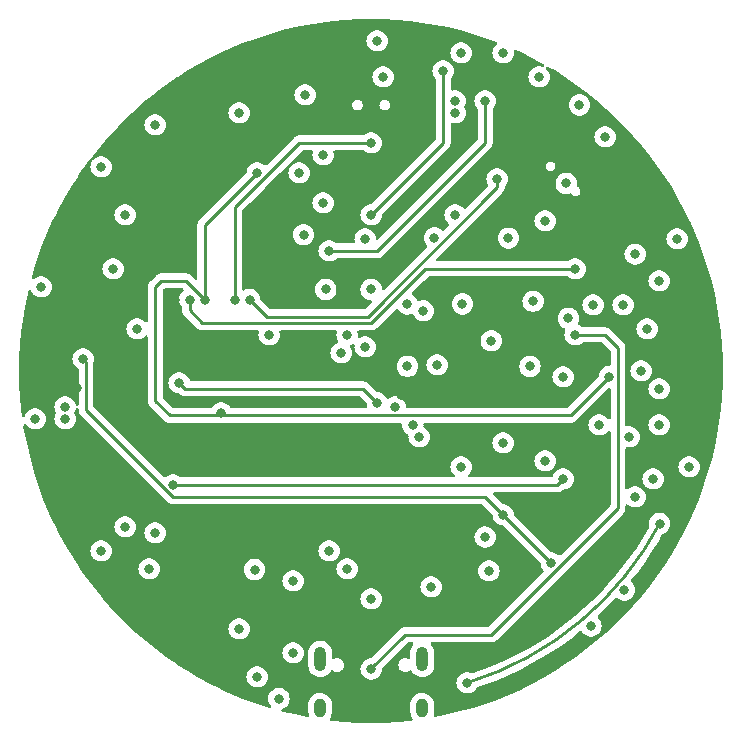
<source format=gbr>
%TF.GenerationSoftware,KiCad,Pcbnew,7.0.9*%
%TF.CreationDate,2025-01-08T15:48:33+01:00*%
%TF.ProjectId,DB-radar,44422d72-6164-4617-922e-6b696361645f,rev?*%
%TF.SameCoordinates,Original*%
%TF.FileFunction,Copper,L2,Inr*%
%TF.FilePolarity,Positive*%
%FSLAX46Y46*%
G04 Gerber Fmt 4.6, Leading zero omitted, Abs format (unit mm)*
G04 Created by KiCad (PCBNEW 7.0.9) date 2025-01-08 15:48:33*
%MOMM*%
%LPD*%
G01*
G04 APERTURE LIST*
%TA.AperFunction,ComponentPad*%
%ADD10O,1.000000X1.600000*%
%TD*%
%TA.AperFunction,ComponentPad*%
%ADD11O,1.000000X2.100000*%
%TD*%
%TA.AperFunction,ViaPad*%
%ADD12C,0.800000*%
%TD*%
%TA.AperFunction,Conductor*%
%ADD13C,0.250000*%
%TD*%
G04 APERTURE END LIST*
D10*
%TO.N,GND*%
%TO.C,J1*%
X105920000Y-155564000D03*
D11*
X105920000Y-151384000D03*
D10*
X97280000Y-155564000D03*
D11*
X97280000Y-151384000D03*
%TD*%
D12*
%TO.N,GND*%
X81788000Y-123444000D03*
X123444000Y-132588000D03*
X125984000Y-119380000D03*
%TO.N,BAT+*%
X112776000Y-100076000D03*
X98044000Y-142240000D03*
X115044652Y-126628853D03*
%TO.N,-BATT*%
X95871861Y-115481438D03*
%TO.N,GND*%
X128524000Y-135128000D03*
X112776000Y-133096000D03*
X123951749Y-117122364D03*
X73660000Y-119888000D03*
X122936000Y-121412000D03*
X115824000Y-102108000D03*
X104668372Y-126612910D03*
X109322312Y-121333159D03*
X79756000Y-118364000D03*
X91948000Y-152908000D03*
X119236942Y-104492107D03*
X97536000Y-108712000D03*
X78740000Y-109728000D03*
X120396000Y-121412000D03*
X108712000Y-113792000D03*
X108712000Y-105156000D03*
X107188000Y-126492000D03*
X127508000Y-115824000D03*
X99568000Y-143764000D03*
X120904000Y-131572000D03*
X106680000Y-145288000D03*
X83312000Y-106172000D03*
X94996000Y-150876000D03*
X108712000Y-104140000D03*
X121412000Y-107188000D03*
X73152000Y-131064000D03*
X83312000Y-140716000D03*
X82804000Y-143764000D03*
X109220000Y-135128000D03*
X96012000Y-103632000D03*
X102108000Y-99060000D03*
X118114205Y-111124890D03*
X125984000Y-131572000D03*
X125476000Y-136144000D03*
X109220000Y-100076000D03*
X115315999Y-121108612D03*
X116332000Y-134620000D03*
X78740000Y-142240000D03*
X116332000Y-114300000D03*
%TO.N,Net-(U2-VCC)*%
X111252000Y-104140000D03*
X98044000Y-116840000D03*
%TO.N,5V*%
X97536000Y-112776000D03*
X94996000Y-144780000D03*
%TO.N,VCC*%
X76722883Y-128427037D03*
X107188000Y-135128000D03*
X113792000Y-122428000D03*
X104648000Y-100076000D03*
X93980000Y-138684000D03*
X77708983Y-132107214D03*
X123157884Y-119346778D03*
X118364000Y-109728000D03*
X84963000Y-120969000D03*
X91440000Y-135128000D03*
X104140000Y-129032000D03*
%TO.N,DTR*%
X120214944Y-148604607D03*
%TO.N,RESET*%
X111252000Y-141072264D03*
X101092000Y-124968000D03*
X123040587Y-145564656D03*
%TO.N,Net-(D1-K)*%
X107696000Y-101600000D03*
X101600000Y-113792000D03*
%TO.N,VCC_bat*%
X111764299Y-124455701D03*
X113221107Y-115765545D03*
%TO.N,Net-(D11-K)*%
X112776000Y-139192000D03*
X116840000Y-143256000D03*
X124460000Y-127000000D03*
X77216000Y-125984000D03*
%TO.N,Net-(D3-A)*%
X126026297Y-139931568D03*
X93789174Y-154752750D03*
X109728000Y-153416000D03*
%TO.N,Net-(D12-K)*%
X124968000Y-123444000D03*
X118872000Y-123952000D03*
X101600000Y-152250500D03*
X80772000Y-113792000D03*
%TO.N,Net-(D13-K)*%
X90424000Y-105156000D03*
X90424000Y-148844000D03*
X125984000Y-128524000D03*
X117856000Y-127508000D03*
%TO.N,Net-(D10-K)*%
X123952000Y-137668000D03*
X80772000Y-140208000D03*
X118299000Y-122555000D03*
X102616000Y-102108000D03*
%TO.N,Net-(D10-A)*%
X75692000Y-131064000D03*
%TO.N,Net-(D11-A)*%
X75692000Y-130048000D03*
%TO.N,Net-(D19-K)*%
X91313000Y-120969000D03*
X112268000Y-110744000D03*
X111566750Y-143932890D03*
%TO.N,Net-(D20-K)*%
X118872000Y-118364000D03*
X86233000Y-120969000D03*
X101600000Y-146304000D03*
%TO.N,Net-(D21-K)*%
X88900000Y-130556000D03*
X91948000Y-110236000D03*
X87503000Y-120969000D03*
X91725002Y-143831541D03*
X121770521Y-127485162D03*
%TO.N,Net-(D22-K)*%
X117856000Y-136144000D03*
X90043000Y-120969000D03*
X101600000Y-107696000D03*
X84836000Y-136652000D03*
%TO.N,RX*%
X99060000Y-125476000D03*
%TO.N,TX*%
X99568000Y-123952000D03*
%TO.N,SCK*%
X105664000Y-132588000D03*
%TO.N,MOSI*%
X103632000Y-130048000D03*
%TO.N,MISO*%
X105125500Y-131572000D03*
%TO.N,Net-(Q1-D12_1)*%
X106953160Y-115750682D03*
X101092000Y-115824000D03*
%TO.N,BUT_3*%
X92964000Y-123952000D03*
%TO.N,LED_PWM*%
X102118858Y-129724500D03*
X95504000Y-110236000D03*
X85344000Y-128016000D03*
%TO.N,A*%
X97758274Y-120104500D03*
%TO.N,B*%
X101600000Y-120104500D03*
%TO.N,C*%
X106013500Y-121920000D03*
%TO.N,D*%
X104648000Y-121350498D03*
%TD*%
D13*
%TO.N,Net-(D12-K)*%
X121412000Y-123952000D02*
X118872000Y-123952000D01*
X122495521Y-125035521D02*
X121412000Y-123952000D01*
X111769305Y-149352000D02*
X122495521Y-138625784D01*
X104431500Y-149352000D02*
X111769305Y-149352000D01*
X101600000Y-152183500D02*
X104431500Y-149352000D01*
X122495521Y-138625784D02*
X122495521Y-125035521D01*
X101600000Y-152250500D02*
X101600000Y-152183500D01*
%TO.N,Net-(U2-VCC)*%
X102108000Y-116840000D02*
X98044000Y-116840000D01*
X111252000Y-107696000D02*
X102108000Y-116840000D01*
X111252000Y-104140000D02*
X111252000Y-107696000D01*
%TO.N,Net-(D1-K)*%
X101600000Y-113792000D02*
X107696000Y-107696000D01*
X107696000Y-107696000D02*
X107696000Y-101600000D01*
%TO.N,Net-(D11-K)*%
X84826695Y-137668000D02*
X77447883Y-130289188D01*
X111252000Y-137668000D02*
X84826695Y-137668000D01*
X116840000Y-143256000D02*
X111252000Y-137668000D01*
X77447883Y-130289188D02*
X77447883Y-126215883D01*
X77447883Y-126215883D02*
X77216000Y-125984000D01*
%TO.N,Net-(D3-A)*%
X109728000Y-153415999D02*
G75*
G03*
X126112697Y-139767030I-8128000J26415999D01*
G01*
%TO.N,Net-(D19-K)*%
X112268000Y-111461147D02*
X112268000Y-110744000D01*
X92772000Y-122428000D02*
X101301147Y-122428000D01*
X91313000Y-120969000D02*
X92772000Y-122428000D01*
X101301147Y-122428000D02*
X112268000Y-111461147D01*
%TO.N,Net-(D20-K)*%
X86233000Y-121889000D02*
X87280000Y-122936000D01*
X101609305Y-122936000D02*
X106181305Y-118364000D01*
X86233000Y-120969000D02*
X86233000Y-121889000D01*
X87280000Y-122936000D02*
X101609305Y-122936000D01*
X106181305Y-118364000D02*
X118872000Y-118364000D01*
%TO.N,Net-(D21-K)*%
X118482683Y-130773000D02*
X84545000Y-130773000D01*
X84545000Y-130773000D02*
X83312000Y-129540000D01*
X87503000Y-114681000D02*
X91948000Y-110236000D01*
X121770521Y-127485162D02*
X118482683Y-130773000D01*
X85914000Y-119380000D02*
X87503000Y-120969000D01*
X83312000Y-129540000D02*
X83312000Y-119888000D01*
X83312000Y-119888000D02*
X83820000Y-119380000D01*
X83820000Y-119380000D02*
X85914000Y-119380000D01*
X87503000Y-120969000D02*
X87503000Y-114681000D01*
%TO.N,Net-(D22-K)*%
X117856000Y-136144000D02*
X117348000Y-136652000D01*
X92673000Y-110536305D02*
X92673000Y-110527000D01*
X90043000Y-120969000D02*
X90043000Y-113157000D01*
X90043000Y-113157000D02*
X92239000Y-110961000D01*
X92248305Y-110961000D02*
X92673000Y-110536305D01*
X95504000Y-107696000D02*
X101600000Y-107696000D01*
X117348000Y-136652000D02*
X84836000Y-136652000D01*
X92673000Y-110527000D02*
X95504000Y-107696000D01*
X92239000Y-110961000D02*
X92248305Y-110961000D01*
%TO.N,LED_PWM*%
X85852000Y-128524000D02*
X100918358Y-128524000D01*
X85344000Y-128016000D02*
X85852000Y-128524000D01*
X100918358Y-128524000D02*
X102118858Y-129724500D01*
%TD*%
%TA.AperFunction,Conductor*%
%TO.N,VCC*%
G36*
X102688488Y-97216255D02*
G01*
X103775525Y-97275879D01*
X104859659Y-97375164D01*
X105939443Y-97513977D01*
X107013437Y-97692134D01*
X108080208Y-97909397D01*
X109138333Y-98165475D01*
X110186399Y-98460027D01*
X111223008Y-98792660D01*
X112196473Y-99144736D01*
X112252818Y-99186046D01*
X112277886Y-99251264D01*
X112263715Y-99319682D01*
X112227183Y-99361659D01*
X112170128Y-99403112D01*
X112043466Y-99543785D01*
X111948821Y-99707715D01*
X111948818Y-99707722D01*
X111904491Y-99844148D01*
X111890326Y-99887744D01*
X111870540Y-100076000D01*
X111890326Y-100264256D01*
X111890327Y-100264259D01*
X111948818Y-100444277D01*
X111948821Y-100444284D01*
X112043467Y-100608216D01*
X112125660Y-100699500D01*
X112170129Y-100748888D01*
X112323265Y-100860148D01*
X112323270Y-100860151D01*
X112496192Y-100937142D01*
X112496197Y-100937144D01*
X112681354Y-100976500D01*
X112681355Y-100976500D01*
X112870644Y-100976500D01*
X112870646Y-100976500D01*
X113055803Y-100937144D01*
X113228730Y-100860151D01*
X113381871Y-100748888D01*
X113508533Y-100608216D01*
X113603179Y-100444284D01*
X113661674Y-100264256D01*
X113681460Y-100076000D01*
X113669118Y-99958578D01*
X113681687Y-99889853D01*
X113729419Y-99838829D01*
X113797159Y-99821711D01*
X113843008Y-99832402D01*
X114250350Y-100014357D01*
X115227481Y-100494377D01*
X115825628Y-100815851D01*
X116186428Y-101009763D01*
X116210195Y-101023679D01*
X116258102Y-101074539D01*
X116270906Y-101143225D01*
X116244544Y-101207930D01*
X116187384Y-101248111D01*
X116117574Y-101251010D01*
X116109228Y-101248618D01*
X116103805Y-101246856D01*
X115980365Y-101220618D01*
X115918646Y-101207500D01*
X115729354Y-101207500D01*
X115696897Y-101214398D01*
X115544197Y-101246855D01*
X115544192Y-101246857D01*
X115371270Y-101323848D01*
X115371265Y-101323851D01*
X115218129Y-101435111D01*
X115091466Y-101575785D01*
X114996821Y-101739715D01*
X114996818Y-101739722D01*
X114938327Y-101919740D01*
X114938326Y-101919744D01*
X114918540Y-102108000D01*
X114938326Y-102296256D01*
X114938327Y-102296259D01*
X114996818Y-102476277D01*
X114996821Y-102476284D01*
X115091467Y-102640216D01*
X115173660Y-102731500D01*
X115218129Y-102780888D01*
X115371265Y-102892148D01*
X115371270Y-102892151D01*
X115544192Y-102969142D01*
X115544197Y-102969144D01*
X115729354Y-103008500D01*
X115729355Y-103008500D01*
X115918644Y-103008500D01*
X115918646Y-103008500D01*
X116103803Y-102969144D01*
X116276730Y-102892151D01*
X116429871Y-102780888D01*
X116556533Y-102640216D01*
X116651179Y-102476284D01*
X116709674Y-102296256D01*
X116729460Y-102108000D01*
X116709674Y-101919744D01*
X116651179Y-101739716D01*
X116556533Y-101575784D01*
X116429871Y-101435112D01*
X116429870Y-101435111D01*
X116425684Y-101430462D01*
X116395454Y-101367471D01*
X116404079Y-101298136D01*
X116448820Y-101244470D01*
X116515473Y-101223512D01*
X116580483Y-101240481D01*
X117125913Y-101559828D01*
X118044681Y-102143838D01*
X118941507Y-102761014D01*
X119815195Y-103410532D01*
X120664577Y-104091526D01*
X121488522Y-104803086D01*
X122285930Y-105544264D01*
X123055736Y-106314070D01*
X123796914Y-107111478D01*
X124508474Y-107935423D01*
X125189468Y-108784805D01*
X125838986Y-109658493D01*
X126456162Y-110555319D01*
X127040172Y-111474087D01*
X127590237Y-112413572D01*
X128105623Y-113372519D01*
X128507224Y-114190020D01*
X128585643Y-114349650D01*
X129029656Y-115343660D01*
X129437070Y-116353223D01*
X129807340Y-117376992D01*
X130139973Y-118413601D01*
X130434525Y-119461667D01*
X130690603Y-120519792D01*
X130907866Y-121586563D01*
X131086023Y-122660557D01*
X131224836Y-123740341D01*
X131324121Y-124824475D01*
X131383745Y-125911512D01*
X131403629Y-127000000D01*
X131389305Y-127784151D01*
X131383745Y-128088489D01*
X131324121Y-129175525D01*
X131224836Y-130259659D01*
X131086023Y-131339443D01*
X130907866Y-132413437D01*
X130690603Y-133480208D01*
X130434525Y-134538333D01*
X130139973Y-135586399D01*
X129807340Y-136623008D01*
X129437070Y-137646777D01*
X129029656Y-138656340D01*
X128585643Y-139650350D01*
X128105623Y-140627481D01*
X127590237Y-141586428D01*
X127040172Y-142525913D01*
X126456162Y-143444681D01*
X125838986Y-144341507D01*
X125189468Y-145215195D01*
X124508474Y-146064577D01*
X123796914Y-146888522D01*
X123055736Y-147685930D01*
X122285930Y-148455736D01*
X121488522Y-149196914D01*
X120664577Y-149908474D01*
X119815195Y-150589468D01*
X118941507Y-151238986D01*
X118044681Y-151856162D01*
X117125913Y-152440172D01*
X116186428Y-152990237D01*
X115227481Y-153505623D01*
X114514293Y-153855980D01*
X114250350Y-153985643D01*
X113256340Y-154429656D01*
X112246777Y-154837070D01*
X111223008Y-155207340D01*
X110186399Y-155539973D01*
X109138333Y-155834525D01*
X108080208Y-156090603D01*
X107027070Y-156305089D01*
X106957451Y-156299179D01*
X106902079Y-156256568D01*
X106878533Y-156190785D01*
X106880861Y-156158626D01*
X106920500Y-155965741D01*
X106920500Y-155213258D01*
X106905074Y-155061562D01*
X106905074Y-155061560D01*
X106844162Y-154867420D01*
X106844160Y-154867416D01*
X106844159Y-154867412D01*
X106745409Y-154689498D01*
X106745408Y-154689497D01*
X106745407Y-154689495D01*
X106612867Y-154535106D01*
X106612865Y-154535104D01*
X106451962Y-154410554D01*
X106451959Y-154410553D01*
X106451958Y-154410552D01*
X106269271Y-154320940D01*
X106072285Y-154269937D01*
X106072287Y-154269937D01*
X105936804Y-154263066D01*
X105869064Y-154259631D01*
X105869063Y-154259631D01*
X105869061Y-154259631D01*
X105667936Y-154290442D01*
X105667924Y-154290445D01*
X105477118Y-154361111D01*
X105477111Y-154361115D01*
X105304432Y-154468745D01*
X105304427Y-154468749D01*
X105156949Y-154608938D01*
X105156948Y-154608940D01*
X105040705Y-154775949D01*
X104960459Y-154962943D01*
X104919500Y-155162258D01*
X104919500Y-155914743D01*
X104934925Y-156066439D01*
X104995837Y-156260579D01*
X104995844Y-156260594D01*
X105086753Y-156424381D01*
X105102076Y-156492549D01*
X105078112Y-156558181D01*
X105022469Y-156600438D01*
X104994146Y-156607546D01*
X104877267Y-156622572D01*
X104859659Y-156624836D01*
X103775525Y-156724121D01*
X102688488Y-156783745D01*
X101600000Y-156803629D01*
X100511512Y-156783745D01*
X99424475Y-156724121D01*
X98340341Y-156624836D01*
X98202622Y-156607131D01*
X98138640Y-156579059D01*
X98099991Y-156520852D01*
X98098947Y-156450990D01*
X98116657Y-156413308D01*
X98159295Y-156352049D01*
X98239540Y-156165058D01*
X98280500Y-155965741D01*
X98280500Y-155213258D01*
X98265074Y-155061562D01*
X98265074Y-155061560D01*
X98204162Y-154867420D01*
X98204160Y-154867416D01*
X98204159Y-154867412D01*
X98105409Y-154689498D01*
X98105408Y-154689497D01*
X98105407Y-154689495D01*
X97972867Y-154535106D01*
X97972865Y-154535104D01*
X97811962Y-154410554D01*
X97811959Y-154410553D01*
X97811958Y-154410552D01*
X97629271Y-154320940D01*
X97432285Y-154269937D01*
X97432287Y-154269937D01*
X97296804Y-154263066D01*
X97229064Y-154259631D01*
X97229063Y-154259631D01*
X97229061Y-154259631D01*
X97027936Y-154290442D01*
X97027924Y-154290445D01*
X96837118Y-154361111D01*
X96837111Y-154361115D01*
X96664432Y-154468745D01*
X96664427Y-154468749D01*
X96516949Y-154608938D01*
X96516948Y-154608940D01*
X96400705Y-154775949D01*
X96320459Y-154962943D01*
X96279500Y-155162258D01*
X96279500Y-155914743D01*
X96294925Y-156066439D01*
X96320309Y-156147342D01*
X96321596Y-156217200D01*
X96284911Y-156276664D01*
X96221901Y-156306855D01*
X96177250Y-156305969D01*
X95119792Y-156090603D01*
X94099344Y-155843643D01*
X94038815Y-155808741D01*
X94006765Y-155746657D01*
X94013368Y-155677100D01*
X94056528Y-155622154D01*
X94078072Y-155609844D01*
X94241904Y-155536901D01*
X94395045Y-155425638D01*
X94521707Y-155284966D01*
X94616353Y-155121034D01*
X94674848Y-154941006D01*
X94694634Y-154752750D01*
X94674848Y-154564494D01*
X94616353Y-154384466D01*
X94521707Y-154220534D01*
X94395045Y-154079862D01*
X94395044Y-154079861D01*
X94241908Y-153968601D01*
X94241903Y-153968598D01*
X94068981Y-153891607D01*
X94068976Y-153891605D01*
X93901368Y-153855980D01*
X93883820Y-153852250D01*
X93694528Y-153852250D01*
X93676980Y-153855980D01*
X93509371Y-153891605D01*
X93509366Y-153891607D01*
X93336444Y-153968598D01*
X93336439Y-153968601D01*
X93183303Y-154079861D01*
X93056640Y-154220535D01*
X92961995Y-154384465D01*
X92961992Y-154384472D01*
X92903501Y-154564490D01*
X92903500Y-154564494D01*
X92883714Y-154752750D01*
X92903500Y-154941006D01*
X92903501Y-154941009D01*
X92961992Y-155121027D01*
X92961995Y-155121034D01*
X93056640Y-155284965D01*
X93089625Y-155321598D01*
X93119856Y-155384590D01*
X93111231Y-155453925D01*
X93066490Y-155507591D01*
X92999838Y-155528549D01*
X92959589Y-155522641D01*
X91976992Y-155207340D01*
X90953223Y-154837070D01*
X89943660Y-154429656D01*
X88949650Y-153985643D01*
X88685707Y-153855980D01*
X87972519Y-153505623D01*
X87013572Y-152990237D01*
X86873115Y-152908000D01*
X91042540Y-152908000D01*
X91062326Y-153096256D01*
X91062327Y-153096259D01*
X91120818Y-153276277D01*
X91120821Y-153276284D01*
X91215467Y-153440216D01*
X91342129Y-153580888D01*
X91495265Y-153692148D01*
X91495270Y-153692151D01*
X91668192Y-153769142D01*
X91668197Y-153769144D01*
X91853354Y-153808500D01*
X91853355Y-153808500D01*
X92042644Y-153808500D01*
X92042646Y-153808500D01*
X92227803Y-153769144D01*
X92400730Y-153692151D01*
X92553871Y-153580888D01*
X92680533Y-153440216D01*
X92694514Y-153416000D01*
X108822540Y-153416000D01*
X108842326Y-153604256D01*
X108842327Y-153604259D01*
X108900818Y-153784277D01*
X108900821Y-153784284D01*
X108995467Y-153948216D01*
X109013822Y-153968601D01*
X109122129Y-154088888D01*
X109275265Y-154200148D01*
X109275270Y-154200151D01*
X109448192Y-154277142D01*
X109448197Y-154277144D01*
X109633354Y-154316500D01*
X109633355Y-154316500D01*
X109822644Y-154316500D01*
X109822646Y-154316500D01*
X110007803Y-154277144D01*
X110180730Y-154200151D01*
X110333871Y-154088888D01*
X110460533Y-153948216D01*
X110513786Y-153855977D01*
X110564351Y-153807764D01*
X110580457Y-153800854D01*
X111359667Y-153530028D01*
X112308364Y-153161507D01*
X113243179Y-152759074D01*
X114162903Y-152323250D01*
X115066341Y-151854600D01*
X115952324Y-151353733D01*
X116819702Y-150821297D01*
X117667351Y-150257982D01*
X118494174Y-149664519D01*
X119275552Y-149059893D01*
X119340615Y-149034437D01*
X119409117Y-149048197D01*
X119458821Y-149095964D01*
X119482411Y-149136823D01*
X119550357Y-149212284D01*
X119609073Y-149277495D01*
X119762209Y-149388755D01*
X119762214Y-149388758D01*
X119935136Y-149465749D01*
X119935141Y-149465751D01*
X120120298Y-149505107D01*
X120120299Y-149505107D01*
X120309588Y-149505107D01*
X120309590Y-149505107D01*
X120494747Y-149465751D01*
X120667674Y-149388758D01*
X120820815Y-149277495D01*
X120947477Y-149136823D01*
X121042123Y-148972891D01*
X121100618Y-148792863D01*
X121120404Y-148604607D01*
X121100618Y-148416351D01*
X121042123Y-148236323D01*
X120947477Y-148072391D01*
X120897866Y-148017293D01*
X120820820Y-147931723D01*
X120820817Y-147931721D01*
X120820816Y-147931720D01*
X120820815Y-147931719D01*
X120819144Y-147930505D01*
X120818413Y-147929556D01*
X120815991Y-147927376D01*
X120816389Y-147926932D01*
X120776479Y-147875177D01*
X120770498Y-147805564D01*
X120803103Y-147743769D01*
X120809266Y-147737849D01*
X120839100Y-147711121D01*
X121572185Y-147005132D01*
X122279381Y-146273212D01*
X122285441Y-146266470D01*
X122344895Y-146229771D01*
X122414754Y-146231042D01*
X122450546Y-146249046D01*
X122587852Y-146348804D01*
X122587857Y-146348807D01*
X122760779Y-146425798D01*
X122760784Y-146425800D01*
X122945941Y-146465156D01*
X122945942Y-146465156D01*
X123135231Y-146465156D01*
X123135233Y-146465156D01*
X123320390Y-146425800D01*
X123493317Y-146348807D01*
X123646458Y-146237544D01*
X123773120Y-146096872D01*
X123867766Y-145932940D01*
X123926261Y-145752912D01*
X123946047Y-145564656D01*
X123926261Y-145376400D01*
X123867766Y-145196372D01*
X123773120Y-145032440D01*
X123646458Y-144891768D01*
X123646457Y-144891767D01*
X123641624Y-144887415D01*
X123643414Y-144885426D01*
X123607997Y-144839461D01*
X123602043Y-144769846D01*
X123625619Y-144718470D01*
X124236642Y-143931508D01*
X124831467Y-143105665D01*
X125396178Y-142258945D01*
X125930043Y-141392446D01*
X126238565Y-140848794D01*
X126288772Y-140800205D01*
X126300180Y-140795398D01*
X126300162Y-140795356D01*
X126355568Y-140770686D01*
X126479027Y-140715719D01*
X126632168Y-140604456D01*
X126758830Y-140463784D01*
X126853476Y-140299852D01*
X126911971Y-140119824D01*
X126931757Y-139931568D01*
X126911971Y-139743312D01*
X126853476Y-139563284D01*
X126758830Y-139399352D01*
X126632168Y-139258680D01*
X126632167Y-139258679D01*
X126479031Y-139147419D01*
X126479026Y-139147416D01*
X126306104Y-139070425D01*
X126306099Y-139070423D01*
X126138430Y-139034785D01*
X126120943Y-139031068D01*
X125931651Y-139031068D01*
X125914164Y-139034785D01*
X125746494Y-139070423D01*
X125746489Y-139070425D01*
X125573567Y-139147416D01*
X125573562Y-139147419D01*
X125420426Y-139258679D01*
X125293763Y-139399353D01*
X125199118Y-139563283D01*
X125199115Y-139563290D01*
X125142986Y-139736038D01*
X125140623Y-139743312D01*
X125127845Y-139864888D01*
X125120837Y-139931568D01*
X125140623Y-140119826D01*
X125149664Y-140147650D01*
X125151658Y-140217491D01*
X125140662Y-140245214D01*
X125093221Y-140332435D01*
X124598056Y-141169497D01*
X124073080Y-141988193D01*
X123518973Y-142787460D01*
X122936453Y-143566262D01*
X122326276Y-144323590D01*
X121689231Y-145058462D01*
X121026146Y-145769925D01*
X120337880Y-146457058D01*
X119625325Y-147118970D01*
X118889403Y-147754802D01*
X118131071Y-148363730D01*
X117351310Y-148944965D01*
X116551131Y-149497754D01*
X115731571Y-150021380D01*
X114893693Y-150515165D01*
X114038583Y-150978467D01*
X113167350Y-151410688D01*
X112281122Y-151811265D01*
X111381049Y-152179681D01*
X110468297Y-152515458D01*
X110197381Y-152604185D01*
X110127544Y-152606344D01*
X110108351Y-152599623D01*
X110007807Y-152554857D01*
X110007802Y-152554855D01*
X109862001Y-152523865D01*
X109822646Y-152515500D01*
X109633354Y-152515500D01*
X109600897Y-152522398D01*
X109448197Y-152554855D01*
X109448192Y-152554857D01*
X109275270Y-152631848D01*
X109275265Y-152631851D01*
X109122129Y-152743111D01*
X108995466Y-152883785D01*
X108900821Y-153047715D01*
X108900818Y-153047722D01*
X108842327Y-153227740D01*
X108842326Y-153227744D01*
X108822540Y-153416000D01*
X92694514Y-153416000D01*
X92775179Y-153276284D01*
X92833674Y-153096256D01*
X92853460Y-152908000D01*
X92833674Y-152719744D01*
X92775179Y-152539716D01*
X92680533Y-152375784D01*
X92553871Y-152235112D01*
X92553794Y-152235056D01*
X92400734Y-152123851D01*
X92400729Y-152123848D01*
X92227807Y-152046857D01*
X92227802Y-152046855D01*
X92082001Y-152015865D01*
X92042646Y-152007500D01*
X91853354Y-152007500D01*
X91820897Y-152014398D01*
X91668197Y-152046855D01*
X91668192Y-152046857D01*
X91495270Y-152123848D01*
X91495265Y-152123851D01*
X91342129Y-152235111D01*
X91215466Y-152375785D01*
X91120821Y-152539715D01*
X91120818Y-152539722D01*
X91090884Y-152631851D01*
X91062326Y-152719744D01*
X91042540Y-152908000D01*
X86873115Y-152908000D01*
X86074087Y-152440172D01*
X85357603Y-151984743D01*
X96279500Y-151984743D01*
X96294925Y-152136439D01*
X96355837Y-152330579D01*
X96355844Y-152330594D01*
X96454589Y-152508499D01*
X96454592Y-152508504D01*
X96587132Y-152662893D01*
X96587134Y-152662895D01*
X96748037Y-152787445D01*
X96748038Y-152787445D01*
X96748042Y-152787448D01*
X96930729Y-152877060D01*
X97127715Y-152928063D01*
X97330936Y-152938369D01*
X97532071Y-152907556D01*
X97722887Y-152836886D01*
X97895571Y-152729252D01*
X98043053Y-152589059D01*
X98159295Y-152422049D01*
X98162645Y-152414240D01*
X98207167Y-152360398D01*
X98273734Y-152339171D01*
X98341210Y-152357303D01*
X98352074Y-152364755D01*
X98419767Y-152416698D01*
X98559764Y-152474687D01*
X98672280Y-152489500D01*
X98672287Y-152489500D01*
X98747713Y-152489500D01*
X98747720Y-152489500D01*
X98860236Y-152474687D01*
X99000233Y-152416698D01*
X99120451Y-152324451D01*
X99212698Y-152204233D01*
X99270687Y-152064236D01*
X99290466Y-151914000D01*
X99270687Y-151763764D01*
X99212698Y-151623767D01*
X99120451Y-151503549D01*
X99000233Y-151411302D01*
X99000229Y-151411300D01*
X98936801Y-151385027D01*
X98860236Y-151353313D01*
X98838467Y-151350447D01*
X98747727Y-151338500D01*
X98747720Y-151338500D01*
X98672280Y-151338500D01*
X98672272Y-151338500D01*
X98559764Y-151353313D01*
X98559760Y-151353314D01*
X98451952Y-151397969D01*
X98382482Y-151405438D01*
X98320003Y-151374162D01*
X98284352Y-151314073D01*
X98280500Y-151283408D01*
X98280500Y-150783256D01*
X98265074Y-150631560D01*
X98204162Y-150437420D01*
X98204160Y-150437416D01*
X98204159Y-150437412D01*
X98105409Y-150259498D01*
X98105408Y-150259497D01*
X98105407Y-150259495D01*
X97972867Y-150105106D01*
X97972865Y-150105104D01*
X97811962Y-149980554D01*
X97811959Y-149980553D01*
X97811958Y-149980552D01*
X97629271Y-149890940D01*
X97432285Y-149839937D01*
X97432287Y-149839937D01*
X97296804Y-149833066D01*
X97229064Y-149829631D01*
X97229063Y-149829631D01*
X97229061Y-149829631D01*
X97027936Y-149860442D01*
X97027924Y-149860445D01*
X96837118Y-149931111D01*
X96837111Y-149931115D01*
X96664432Y-150038745D01*
X96664427Y-150038749D01*
X96516949Y-150178938D01*
X96516948Y-150178940D01*
X96400705Y-150345949D01*
X96320459Y-150532943D01*
X96279500Y-150732258D01*
X96279500Y-151984743D01*
X85357603Y-151984743D01*
X85155319Y-151856162D01*
X84258493Y-151238986D01*
X83770229Y-150876000D01*
X94090540Y-150876000D01*
X94110326Y-151064256D01*
X94110327Y-151064259D01*
X94168818Y-151244277D01*
X94168821Y-151244284D01*
X94263467Y-151408216D01*
X94371658Y-151528374D01*
X94390129Y-151548888D01*
X94543265Y-151660148D01*
X94543270Y-151660151D01*
X94716192Y-151737142D01*
X94716197Y-151737144D01*
X94901354Y-151776500D01*
X94901355Y-151776500D01*
X95090644Y-151776500D01*
X95090646Y-151776500D01*
X95275803Y-151737144D01*
X95448730Y-151660151D01*
X95601871Y-151548888D01*
X95728533Y-151408216D01*
X95823179Y-151244284D01*
X95881674Y-151064256D01*
X95901460Y-150876000D01*
X95881674Y-150687744D01*
X95823179Y-150507716D01*
X95728533Y-150343784D01*
X95601871Y-150203112D01*
X95601870Y-150203111D01*
X95448734Y-150091851D01*
X95448729Y-150091848D01*
X95275807Y-150014857D01*
X95275802Y-150014855D01*
X95114423Y-149980554D01*
X95090646Y-149975500D01*
X94901354Y-149975500D01*
X94877577Y-149980554D01*
X94716197Y-150014855D01*
X94716192Y-150014857D01*
X94543270Y-150091848D01*
X94543265Y-150091851D01*
X94390129Y-150203111D01*
X94263466Y-150343785D01*
X94168821Y-150507715D01*
X94168818Y-150507722D01*
X94110327Y-150687740D01*
X94110326Y-150687744D01*
X94090540Y-150876000D01*
X83770229Y-150876000D01*
X83384805Y-150589468D01*
X82535423Y-149908474D01*
X81711478Y-149196914D01*
X81331790Y-148844000D01*
X89518540Y-148844000D01*
X89538326Y-149032256D01*
X89538327Y-149032259D01*
X89596818Y-149212277D01*
X89596821Y-149212284D01*
X89691467Y-149376216D01*
X89772083Y-149465749D01*
X89818129Y-149516888D01*
X89971265Y-149628148D01*
X89971270Y-149628151D01*
X90144192Y-149705142D01*
X90144197Y-149705144D01*
X90329354Y-149744500D01*
X90329355Y-149744500D01*
X90518644Y-149744500D01*
X90518646Y-149744500D01*
X90703803Y-149705144D01*
X90876730Y-149628151D01*
X91029871Y-149516888D01*
X91156533Y-149376216D01*
X91251179Y-149212284D01*
X91309674Y-149032256D01*
X91329460Y-148844000D01*
X91309674Y-148655744D01*
X91251179Y-148475716D01*
X91156533Y-148311784D01*
X91029871Y-148171112D01*
X91029870Y-148171111D01*
X90876734Y-148059851D01*
X90876729Y-148059848D01*
X90703807Y-147982857D01*
X90703802Y-147982855D01*
X90558001Y-147951865D01*
X90518646Y-147943500D01*
X90329354Y-147943500D01*
X90296897Y-147950398D01*
X90144197Y-147982855D01*
X90144192Y-147982857D01*
X89971270Y-148059848D01*
X89971265Y-148059851D01*
X89818129Y-148171111D01*
X89691466Y-148311785D01*
X89596821Y-148475715D01*
X89596818Y-148475722D01*
X89538327Y-148655740D01*
X89538326Y-148655744D01*
X89518540Y-148844000D01*
X81331790Y-148844000D01*
X80914070Y-148455736D01*
X80144264Y-147685930D01*
X79403086Y-146888522D01*
X78898292Y-146304000D01*
X100694540Y-146304000D01*
X100714326Y-146492256D01*
X100714327Y-146492259D01*
X100772818Y-146672277D01*
X100772821Y-146672284D01*
X100867467Y-146836216D01*
X100914564Y-146888522D01*
X100994129Y-146976888D01*
X101147265Y-147088148D01*
X101147270Y-147088151D01*
X101320192Y-147165142D01*
X101320197Y-147165144D01*
X101505354Y-147204500D01*
X101505355Y-147204500D01*
X101694644Y-147204500D01*
X101694646Y-147204500D01*
X101879803Y-147165144D01*
X102052730Y-147088151D01*
X102205871Y-146976888D01*
X102332533Y-146836216D01*
X102427179Y-146672284D01*
X102485674Y-146492256D01*
X102505460Y-146304000D01*
X102485674Y-146115744D01*
X102427179Y-145935716D01*
X102332533Y-145771784D01*
X102205871Y-145631112D01*
X102205870Y-145631111D01*
X102052734Y-145519851D01*
X102052729Y-145519848D01*
X101879807Y-145442857D01*
X101879802Y-145442855D01*
X101734001Y-145411865D01*
X101694646Y-145403500D01*
X101505354Y-145403500D01*
X101472897Y-145410398D01*
X101320197Y-145442855D01*
X101320192Y-145442857D01*
X101147270Y-145519848D01*
X101147265Y-145519851D01*
X100994129Y-145631111D01*
X100867466Y-145771785D01*
X100772821Y-145935715D01*
X100772818Y-145935722D01*
X100720458Y-146096872D01*
X100714326Y-146115744D01*
X100694540Y-146304000D01*
X78898292Y-146304000D01*
X78691526Y-146064577D01*
X78010532Y-145215195D01*
X77686999Y-144780000D01*
X94090540Y-144780000D01*
X94110326Y-144968256D01*
X94110327Y-144968259D01*
X94168818Y-145148277D01*
X94168821Y-145148284D01*
X94263467Y-145312216D01*
X94321259Y-145376400D01*
X94390129Y-145452888D01*
X94543265Y-145564148D01*
X94543270Y-145564151D01*
X94716192Y-145641142D01*
X94716197Y-145641144D01*
X94901354Y-145680500D01*
X94901355Y-145680500D01*
X95090644Y-145680500D01*
X95090646Y-145680500D01*
X95275803Y-145641144D01*
X95448730Y-145564151D01*
X95601871Y-145452888D01*
X95728533Y-145312216D01*
X95742514Y-145288000D01*
X105774540Y-145288000D01*
X105794326Y-145476256D01*
X105794327Y-145476259D01*
X105852818Y-145656277D01*
X105852821Y-145656284D01*
X105947467Y-145820216D01*
X106074129Y-145960888D01*
X106227265Y-146072148D01*
X106227270Y-146072151D01*
X106400192Y-146149142D01*
X106400197Y-146149144D01*
X106585354Y-146188500D01*
X106585355Y-146188500D01*
X106774644Y-146188500D01*
X106774646Y-146188500D01*
X106959803Y-146149144D01*
X107132730Y-146072151D01*
X107285871Y-145960888D01*
X107412533Y-145820216D01*
X107507179Y-145656284D01*
X107565674Y-145476256D01*
X107585460Y-145288000D01*
X107565674Y-145099744D01*
X107507179Y-144919716D01*
X107412533Y-144755784D01*
X107285871Y-144615112D01*
X107253708Y-144591744D01*
X107132734Y-144503851D01*
X107132729Y-144503848D01*
X106959807Y-144426857D01*
X106959802Y-144426855D01*
X106814001Y-144395865D01*
X106774646Y-144387500D01*
X106585354Y-144387500D01*
X106552897Y-144394398D01*
X106400197Y-144426855D01*
X106400192Y-144426857D01*
X106227270Y-144503848D01*
X106227265Y-144503851D01*
X106074129Y-144615111D01*
X105947466Y-144755785D01*
X105852821Y-144919715D01*
X105852818Y-144919722D01*
X105816194Y-145032441D01*
X105794326Y-145099744D01*
X105774540Y-145288000D01*
X95742514Y-145288000D01*
X95823179Y-145148284D01*
X95881674Y-144968256D01*
X95901460Y-144780000D01*
X95881674Y-144591744D01*
X95823179Y-144411716D01*
X95728533Y-144247784D01*
X95601871Y-144107112D01*
X95601870Y-144107111D01*
X95448734Y-143995851D01*
X95448729Y-143995848D01*
X95275807Y-143918857D01*
X95275802Y-143918855D01*
X95130001Y-143887865D01*
X95090646Y-143879500D01*
X94901354Y-143879500D01*
X94868897Y-143886398D01*
X94716197Y-143918855D01*
X94716192Y-143918857D01*
X94543270Y-143995848D01*
X94543265Y-143995851D01*
X94390129Y-144107111D01*
X94263466Y-144247785D01*
X94168821Y-144411715D01*
X94168818Y-144411722D01*
X94124491Y-144548148D01*
X94110326Y-144591744D01*
X94090540Y-144780000D01*
X77686999Y-144780000D01*
X77361014Y-144341507D01*
X76963586Y-143764000D01*
X81898540Y-143764000D01*
X81918326Y-143952256D01*
X81918327Y-143952259D01*
X81976818Y-144132277D01*
X81976821Y-144132284D01*
X82071467Y-144296216D01*
X82189095Y-144426855D01*
X82198129Y-144436888D01*
X82351265Y-144548148D01*
X82351270Y-144548151D01*
X82524192Y-144625142D01*
X82524197Y-144625144D01*
X82709354Y-144664500D01*
X82709355Y-144664500D01*
X82898644Y-144664500D01*
X82898646Y-144664500D01*
X83083803Y-144625144D01*
X83256730Y-144548151D01*
X83409871Y-144436888D01*
X83536533Y-144296216D01*
X83631179Y-144132284D01*
X83689674Y-143952256D01*
X83702361Y-143831541D01*
X90819542Y-143831541D01*
X90839328Y-144019797D01*
X90839329Y-144019800D01*
X90897820Y-144199818D01*
X90897823Y-144199825D01*
X90992469Y-144363757D01*
X91118608Y-144503848D01*
X91119131Y-144504429D01*
X91272267Y-144615689D01*
X91272272Y-144615692D01*
X91445194Y-144692683D01*
X91445199Y-144692685D01*
X91630356Y-144732041D01*
X91630357Y-144732041D01*
X91819646Y-144732041D01*
X91819648Y-144732041D01*
X92004805Y-144692685D01*
X92177732Y-144615692D01*
X92330873Y-144504429D01*
X92457535Y-144363757D01*
X92552181Y-144199825D01*
X92610676Y-144019797D01*
X92630462Y-143831541D01*
X92623363Y-143764000D01*
X98662540Y-143764000D01*
X98682326Y-143952256D01*
X98682327Y-143952259D01*
X98740818Y-144132277D01*
X98740821Y-144132284D01*
X98835467Y-144296216D01*
X98953095Y-144426855D01*
X98962129Y-144436888D01*
X99115265Y-144548148D01*
X99115270Y-144548151D01*
X99288192Y-144625142D01*
X99288197Y-144625144D01*
X99473354Y-144664500D01*
X99473355Y-144664500D01*
X99662644Y-144664500D01*
X99662646Y-144664500D01*
X99847803Y-144625144D01*
X100020730Y-144548151D01*
X100173871Y-144436888D01*
X100300533Y-144296216D01*
X100395179Y-144132284D01*
X100453674Y-143952256D01*
X100455709Y-143932890D01*
X110661290Y-143932890D01*
X110681076Y-144121146D01*
X110681077Y-144121149D01*
X110739568Y-144301167D01*
X110739571Y-144301174D01*
X110834217Y-144465106D01*
X110948239Y-144591740D01*
X110960879Y-144605778D01*
X111114015Y-144717038D01*
X111114020Y-144717041D01*
X111286942Y-144794032D01*
X111286947Y-144794034D01*
X111472104Y-144833390D01*
X111472105Y-144833390D01*
X111661394Y-144833390D01*
X111661396Y-144833390D01*
X111846553Y-144794034D01*
X112019480Y-144717041D01*
X112172621Y-144605778D01*
X112299283Y-144465106D01*
X112393929Y-144301174D01*
X112452424Y-144121146D01*
X112472210Y-143932890D01*
X112452424Y-143744634D01*
X112393929Y-143564606D01*
X112299283Y-143400674D01*
X112172621Y-143260002D01*
X112141120Y-143237115D01*
X112019484Y-143148741D01*
X112019479Y-143148738D01*
X111846557Y-143071747D01*
X111846552Y-143071745D01*
X111700751Y-143040755D01*
X111661396Y-143032390D01*
X111472104Y-143032390D01*
X111439647Y-143039288D01*
X111286947Y-143071745D01*
X111286942Y-143071747D01*
X111114020Y-143148738D01*
X111114015Y-143148741D01*
X110960879Y-143260001D01*
X110834216Y-143400675D01*
X110739571Y-143564605D01*
X110739568Y-143564612D01*
X110714006Y-143643285D01*
X110681076Y-143744634D01*
X110661290Y-143932890D01*
X100455709Y-143932890D01*
X100473460Y-143764000D01*
X100453674Y-143575744D01*
X100395179Y-143395716D01*
X100300533Y-143231784D01*
X100173871Y-143091112D01*
X100173870Y-143091111D01*
X100020734Y-142979851D01*
X100020729Y-142979848D01*
X99847807Y-142902857D01*
X99847802Y-142902855D01*
X99702001Y-142871865D01*
X99662646Y-142863500D01*
X99473354Y-142863500D01*
X99440897Y-142870398D01*
X99288197Y-142902855D01*
X99288192Y-142902857D01*
X99115270Y-142979848D01*
X99115265Y-142979851D01*
X98962129Y-143091111D01*
X98835466Y-143231785D01*
X98740821Y-143395715D01*
X98740818Y-143395722D01*
X98685945Y-143564605D01*
X98682326Y-143575744D01*
X98662540Y-143764000D01*
X92623363Y-143764000D01*
X92610676Y-143643285D01*
X92552181Y-143463257D01*
X92457535Y-143299325D01*
X92330873Y-143158653D01*
X92330872Y-143158652D01*
X92177736Y-143047392D01*
X92177731Y-143047389D01*
X92004809Y-142970398D01*
X92004804Y-142970396D01*
X91859003Y-142939406D01*
X91819648Y-142931041D01*
X91630356Y-142931041D01*
X91597899Y-142937939D01*
X91445199Y-142970396D01*
X91445194Y-142970398D01*
X91272272Y-143047389D01*
X91272267Y-143047392D01*
X91119131Y-143158652D01*
X90992468Y-143299326D01*
X90897823Y-143463256D01*
X90897820Y-143463263D01*
X90839329Y-143643281D01*
X90839328Y-143643285D01*
X90819542Y-143831541D01*
X83702361Y-143831541D01*
X83709460Y-143764000D01*
X83689674Y-143575744D01*
X83631179Y-143395716D01*
X83536533Y-143231784D01*
X83409871Y-143091112D01*
X83409870Y-143091111D01*
X83256734Y-142979851D01*
X83256729Y-142979848D01*
X83083807Y-142902857D01*
X83083802Y-142902855D01*
X82938001Y-142871865D01*
X82898646Y-142863500D01*
X82709354Y-142863500D01*
X82676897Y-142870398D01*
X82524197Y-142902855D01*
X82524192Y-142902857D01*
X82351270Y-142979848D01*
X82351265Y-142979851D01*
X82198129Y-143091111D01*
X82071466Y-143231785D01*
X81976821Y-143395715D01*
X81976818Y-143395722D01*
X81921945Y-143564605D01*
X81918326Y-143575744D01*
X81898540Y-143764000D01*
X76963586Y-143764000D01*
X76743838Y-143444681D01*
X76159828Y-142525913D01*
X75992427Y-142240000D01*
X77834540Y-142240000D01*
X77854326Y-142428256D01*
X77854327Y-142428259D01*
X77912818Y-142608277D01*
X77912821Y-142608284D01*
X78007467Y-142772216D01*
X78089660Y-142863500D01*
X78134129Y-142912888D01*
X78287265Y-143024148D01*
X78287270Y-143024151D01*
X78460192Y-143101142D01*
X78460197Y-143101144D01*
X78645354Y-143140500D01*
X78645355Y-143140500D01*
X78834644Y-143140500D01*
X78834646Y-143140500D01*
X79019803Y-143101144D01*
X79192730Y-143024151D01*
X79345871Y-142912888D01*
X79472533Y-142772216D01*
X79567179Y-142608284D01*
X79625674Y-142428256D01*
X79645460Y-142240000D01*
X97138540Y-142240000D01*
X97158326Y-142428256D01*
X97158327Y-142428259D01*
X97216818Y-142608277D01*
X97216821Y-142608284D01*
X97311467Y-142772216D01*
X97393660Y-142863500D01*
X97438129Y-142912888D01*
X97591265Y-143024148D01*
X97591270Y-143024151D01*
X97764192Y-143101142D01*
X97764197Y-143101144D01*
X97949354Y-143140500D01*
X97949355Y-143140500D01*
X98138644Y-143140500D01*
X98138646Y-143140500D01*
X98323803Y-143101144D01*
X98496730Y-143024151D01*
X98649871Y-142912888D01*
X98776533Y-142772216D01*
X98871179Y-142608284D01*
X98929674Y-142428256D01*
X98949460Y-142240000D01*
X98929674Y-142051744D01*
X98871179Y-141871716D01*
X98776533Y-141707784D01*
X98649871Y-141567112D01*
X98649870Y-141567111D01*
X98496734Y-141455851D01*
X98496729Y-141455848D01*
X98323807Y-141378857D01*
X98323802Y-141378855D01*
X98178001Y-141347865D01*
X98138646Y-141339500D01*
X97949354Y-141339500D01*
X97916897Y-141346398D01*
X97764197Y-141378855D01*
X97764192Y-141378857D01*
X97591270Y-141455848D01*
X97591265Y-141455851D01*
X97438129Y-141567111D01*
X97311466Y-141707785D01*
X97216821Y-141871715D01*
X97216818Y-141871722D01*
X97183988Y-141972764D01*
X97158326Y-142051744D01*
X97138540Y-142240000D01*
X79645460Y-142240000D01*
X79625674Y-142051744D01*
X79567179Y-141871716D01*
X79472533Y-141707784D01*
X79345871Y-141567112D01*
X79345870Y-141567111D01*
X79192734Y-141455851D01*
X79192729Y-141455848D01*
X79019807Y-141378857D01*
X79019802Y-141378855D01*
X78874001Y-141347865D01*
X78834646Y-141339500D01*
X78645354Y-141339500D01*
X78612897Y-141346398D01*
X78460197Y-141378855D01*
X78460192Y-141378857D01*
X78287270Y-141455848D01*
X78287265Y-141455851D01*
X78134129Y-141567111D01*
X78007466Y-141707785D01*
X77912821Y-141871715D01*
X77912818Y-141871722D01*
X77879988Y-141972764D01*
X77854326Y-142051744D01*
X77834540Y-142240000D01*
X75992427Y-142240000D01*
X75609763Y-141586428D01*
X75094377Y-140627481D01*
X74888305Y-140208000D01*
X79866540Y-140208000D01*
X79886326Y-140396256D01*
X79886327Y-140396259D01*
X79944818Y-140576277D01*
X79944821Y-140576284D01*
X80039467Y-140740216D01*
X80137232Y-140848795D01*
X80166129Y-140880888D01*
X80319265Y-140992148D01*
X80319270Y-140992151D01*
X80492192Y-141069142D01*
X80492197Y-141069144D01*
X80677354Y-141108500D01*
X80677355Y-141108500D01*
X80866644Y-141108500D01*
X80866646Y-141108500D01*
X81051803Y-141069144D01*
X81224730Y-140992151D01*
X81377871Y-140880888D01*
X81504533Y-140740216D01*
X81518514Y-140716000D01*
X82406540Y-140716000D01*
X82426326Y-140904256D01*
X82426327Y-140904259D01*
X82484818Y-141084277D01*
X82484821Y-141084284D01*
X82579467Y-141248216D01*
X82661660Y-141339500D01*
X82706129Y-141388888D01*
X82859265Y-141500148D01*
X82859270Y-141500151D01*
X83032192Y-141577142D01*
X83032197Y-141577144D01*
X83217354Y-141616500D01*
X83217355Y-141616500D01*
X83406644Y-141616500D01*
X83406646Y-141616500D01*
X83591803Y-141577144D01*
X83764730Y-141500151D01*
X83917871Y-141388888D01*
X84044533Y-141248216D01*
X84139179Y-141084284D01*
X84143085Y-141072264D01*
X110346540Y-141072264D01*
X110366326Y-141260520D01*
X110366327Y-141260523D01*
X110424818Y-141440541D01*
X110424821Y-141440548D01*
X110519467Y-141604480D01*
X110589529Y-141682291D01*
X110646129Y-141745152D01*
X110799265Y-141856412D01*
X110799270Y-141856415D01*
X110972192Y-141933406D01*
X110972197Y-141933408D01*
X111157354Y-141972764D01*
X111157355Y-141972764D01*
X111346644Y-141972764D01*
X111346646Y-141972764D01*
X111531803Y-141933408D01*
X111704730Y-141856415D01*
X111857871Y-141745152D01*
X111984533Y-141604480D01*
X112079179Y-141440548D01*
X112137674Y-141260520D01*
X112157460Y-141072264D01*
X112137674Y-140884008D01*
X112079179Y-140703980D01*
X111984533Y-140540048D01*
X111857871Y-140399376D01*
X111853577Y-140396256D01*
X111704734Y-140288115D01*
X111704729Y-140288112D01*
X111531807Y-140211121D01*
X111531802Y-140211119D01*
X111386001Y-140180129D01*
X111346646Y-140171764D01*
X111157354Y-140171764D01*
X111124897Y-140178662D01*
X110972197Y-140211119D01*
X110972192Y-140211121D01*
X110799270Y-140288112D01*
X110799265Y-140288115D01*
X110646129Y-140399375D01*
X110519466Y-140540049D01*
X110424821Y-140703979D01*
X110424818Y-140703986D01*
X110366327Y-140884004D01*
X110366326Y-140884008D01*
X110346540Y-141072264D01*
X84143085Y-141072264D01*
X84197674Y-140904256D01*
X84217460Y-140716000D01*
X84197674Y-140527744D01*
X84139179Y-140347716D01*
X84044533Y-140183784D01*
X83917871Y-140043112D01*
X83885708Y-140019744D01*
X83764734Y-139931851D01*
X83764729Y-139931848D01*
X83591807Y-139854857D01*
X83591802Y-139854855D01*
X83446001Y-139823865D01*
X83406646Y-139815500D01*
X83217354Y-139815500D01*
X83184897Y-139822398D01*
X83032197Y-139854855D01*
X83032192Y-139854857D01*
X82859270Y-139931848D01*
X82859265Y-139931851D01*
X82706129Y-140043111D01*
X82579466Y-140183785D01*
X82484821Y-140347715D01*
X82484818Y-140347722D01*
X82426327Y-140527740D01*
X82426326Y-140527744D01*
X82406540Y-140716000D01*
X81518514Y-140716000D01*
X81599179Y-140576284D01*
X81657674Y-140396256D01*
X81677460Y-140208000D01*
X81657674Y-140019744D01*
X81599179Y-139839716D01*
X81504533Y-139675784D01*
X81377871Y-139535112D01*
X81377870Y-139535111D01*
X81224734Y-139423851D01*
X81224729Y-139423848D01*
X81051807Y-139346857D01*
X81051802Y-139346855D01*
X80906001Y-139315865D01*
X80866646Y-139307500D01*
X80677354Y-139307500D01*
X80644897Y-139314398D01*
X80492197Y-139346855D01*
X80492192Y-139346857D01*
X80319270Y-139423848D01*
X80319265Y-139423851D01*
X80166129Y-139535111D01*
X80039466Y-139675785D01*
X79944821Y-139839715D01*
X79944818Y-139839722D01*
X79914884Y-139931851D01*
X79886326Y-140019744D01*
X79866540Y-140208000D01*
X74888305Y-140208000D01*
X74614357Y-139650350D01*
X74170344Y-138656340D01*
X73762930Y-137646777D01*
X73392660Y-136623008D01*
X73060027Y-135586399D01*
X72765475Y-134538333D01*
X72509397Y-133480208D01*
X72292134Y-132413437D01*
X72240839Y-132104214D01*
X72162349Y-131631045D01*
X72170797Y-131561688D01*
X72215402Y-131507909D01*
X72282000Y-131486782D01*
X72349449Y-131505015D01*
X72392064Y-131548753D01*
X72419467Y-131596216D01*
X72516694Y-131704197D01*
X72546129Y-131736888D01*
X72699265Y-131848148D01*
X72699270Y-131848151D01*
X72872192Y-131925142D01*
X72872197Y-131925144D01*
X73057354Y-131964500D01*
X73057355Y-131964500D01*
X73246644Y-131964500D01*
X73246646Y-131964500D01*
X73431803Y-131925144D01*
X73604730Y-131848151D01*
X73757871Y-131736888D01*
X73884533Y-131596216D01*
X73979179Y-131432284D01*
X74037674Y-131252256D01*
X74057460Y-131064000D01*
X74786540Y-131064000D01*
X74806326Y-131252256D01*
X74806327Y-131252259D01*
X74864818Y-131432277D01*
X74864821Y-131432284D01*
X74959467Y-131596216D01*
X75056694Y-131704197D01*
X75086129Y-131736888D01*
X75239265Y-131848148D01*
X75239270Y-131848151D01*
X75412192Y-131925142D01*
X75412197Y-131925144D01*
X75597354Y-131964500D01*
X75597355Y-131964500D01*
X75786644Y-131964500D01*
X75786646Y-131964500D01*
X75971803Y-131925144D01*
X76144730Y-131848151D01*
X76297871Y-131736888D01*
X76424533Y-131596216D01*
X76519179Y-131432284D01*
X76577674Y-131252256D01*
X76597460Y-131064000D01*
X76577674Y-130875744D01*
X76519179Y-130695716D01*
X76474308Y-130617997D01*
X76457836Y-130550100D01*
X76474309Y-130494001D01*
X76519179Y-130416284D01*
X76577674Y-130236256D01*
X76577674Y-130236254D01*
X76579451Y-130230786D01*
X76618888Y-130173111D01*
X76683247Y-130145912D01*
X76752093Y-130157827D01*
X76803569Y-130205071D01*
X76821321Y-130265208D01*
X76822383Y-130299002D01*
X76822383Y-130328531D01*
X76822384Y-130328548D01*
X76823251Y-130335419D01*
X76823709Y-130341238D01*
X76825173Y-130387812D01*
X76825174Y-130387815D01*
X76830763Y-130407055D01*
X76834707Y-130426099D01*
X76837219Y-130445979D01*
X76854373Y-130489307D01*
X76856265Y-130494835D01*
X76867000Y-130531785D01*
X76869265Y-130539578D01*
X76875487Y-130550100D01*
X76879463Y-130556822D01*
X76888021Y-130574291D01*
X76895397Y-130592920D01*
X76922781Y-130630611D01*
X76925989Y-130635495D01*
X76949710Y-130675604D01*
X76949716Y-130675612D01*
X76963873Y-130689768D01*
X76976511Y-130704564D01*
X76988288Y-130720774D01*
X76988289Y-130720775D01*
X77024192Y-130750476D01*
X77028503Y-130754398D01*
X82606360Y-136332256D01*
X84325892Y-138051788D01*
X84335717Y-138064051D01*
X84335938Y-138063869D01*
X84340909Y-138069878D01*
X84366912Y-138094295D01*
X84391330Y-138117226D01*
X84412224Y-138138120D01*
X84417706Y-138142373D01*
X84422138Y-138146157D01*
X84456113Y-138178062D01*
X84473671Y-138187714D01*
X84489928Y-138198393D01*
X84505759Y-138210673D01*
X84525432Y-138219186D01*
X84548528Y-138229182D01*
X84553772Y-138231750D01*
X84594603Y-138254197D01*
X84607218Y-138257435D01*
X84614000Y-138259177D01*
X84632414Y-138265481D01*
X84650799Y-138273438D01*
X84696852Y-138280732D01*
X84702521Y-138281906D01*
X84747676Y-138293500D01*
X84767711Y-138293500D01*
X84787108Y-138295026D01*
X84806891Y-138298160D01*
X84853279Y-138293775D01*
X84859117Y-138293500D01*
X110941548Y-138293500D01*
X111008587Y-138313185D01*
X111029229Y-138329819D01*
X111837038Y-139137629D01*
X111870523Y-139198952D01*
X111872678Y-139212348D01*
X111876254Y-139246369D01*
X111890326Y-139380256D01*
X111890327Y-139380259D01*
X111948818Y-139560277D01*
X111948821Y-139560284D01*
X112043467Y-139724216D01*
X112161095Y-139854855D01*
X112170129Y-139864888D01*
X112323265Y-139976148D01*
X112323270Y-139976151D01*
X112496192Y-140053142D01*
X112496197Y-140053144D01*
X112681354Y-140092500D01*
X112740548Y-140092500D01*
X112807587Y-140112185D01*
X112828229Y-140128819D01*
X115901038Y-143201629D01*
X115934523Y-143262952D01*
X115936678Y-143276348D01*
X115944968Y-143355227D01*
X115954326Y-143444256D01*
X115954327Y-143444259D01*
X116012818Y-143624277D01*
X116012821Y-143624284D01*
X116107467Y-143788216D01*
X116189222Y-143879014D01*
X116190308Y-143880220D01*
X116220538Y-143943211D01*
X116211913Y-144012547D01*
X116185839Y-144050873D01*
X111546533Y-148690181D01*
X111485210Y-148723666D01*
X111458852Y-148726500D01*
X104514243Y-148726500D01*
X104498622Y-148724775D01*
X104498595Y-148725061D01*
X104490833Y-148724326D01*
X104421672Y-148726500D01*
X104392149Y-148726500D01*
X104385278Y-148727367D01*
X104379459Y-148727825D01*
X104332874Y-148729289D01*
X104332868Y-148729290D01*
X104313626Y-148734880D01*
X104294587Y-148738823D01*
X104274717Y-148741334D01*
X104274703Y-148741337D01*
X104231383Y-148758488D01*
X104225858Y-148760380D01*
X104181113Y-148773380D01*
X104181110Y-148773381D01*
X104163866Y-148783579D01*
X104146405Y-148792133D01*
X104127774Y-148799510D01*
X104127762Y-148799517D01*
X104090070Y-148826902D01*
X104085187Y-148830109D01*
X104045080Y-148853829D01*
X104030914Y-148867995D01*
X104016124Y-148880627D01*
X103999914Y-148892404D01*
X103999911Y-148892407D01*
X103970210Y-148928309D01*
X103966277Y-148932631D01*
X101585074Y-151313834D01*
X101523751Y-151347319D01*
X101510367Y-151349472D01*
X101505361Y-151349998D01*
X101320197Y-151389355D01*
X101320192Y-151389357D01*
X101147270Y-151466348D01*
X101147265Y-151466351D01*
X100994129Y-151577611D01*
X100867466Y-151718285D01*
X100772821Y-151882215D01*
X100772818Y-151882222D01*
X100714327Y-152062240D01*
X100714326Y-152062244D01*
X100694540Y-152250500D01*
X100714326Y-152438756D01*
X100714327Y-152438759D01*
X100772818Y-152618777D01*
X100772821Y-152618784D01*
X100867467Y-152782716D01*
X100958470Y-152883785D01*
X100994129Y-152923388D01*
X101147265Y-153034648D01*
X101147270Y-153034651D01*
X101320192Y-153111642D01*
X101320197Y-153111644D01*
X101505354Y-153151000D01*
X101505355Y-153151000D01*
X101694644Y-153151000D01*
X101694646Y-153151000D01*
X101879803Y-153111644D01*
X102052730Y-153034651D01*
X102205871Y-152923388D01*
X102332533Y-152782716D01*
X102427179Y-152618784D01*
X102485674Y-152438756D01*
X102505460Y-152250500D01*
X102503285Y-152229808D01*
X102515852Y-152161079D01*
X102538921Y-152129167D01*
X104654271Y-150013819D01*
X104715594Y-149980334D01*
X104741952Y-149977500D01*
X105060004Y-149977500D01*
X105127043Y-149997185D01*
X105172798Y-150049989D01*
X105182742Y-150119147D01*
X105158565Y-150172405D01*
X105160540Y-150173780D01*
X105156949Y-150178938D01*
X105156947Y-150178941D01*
X105140124Y-150203112D01*
X105040705Y-150345949D01*
X104960459Y-150532943D01*
X104919500Y-150732258D01*
X104919500Y-151283408D01*
X104899815Y-151350447D01*
X104847011Y-151396202D01*
X104777853Y-151406146D01*
X104748048Y-151397969D01*
X104640239Y-151353314D01*
X104640237Y-151353313D01*
X104640236Y-151353313D01*
X104618467Y-151350447D01*
X104527727Y-151338500D01*
X104527720Y-151338500D01*
X104452280Y-151338500D01*
X104452272Y-151338500D01*
X104339764Y-151353313D01*
X104339763Y-151353313D01*
X104199770Y-151411300D01*
X104079549Y-151503549D01*
X103987300Y-151623770D01*
X103929313Y-151763763D01*
X103929312Y-151763765D01*
X103909534Y-151913999D01*
X103909534Y-151914000D01*
X103929312Y-152064234D01*
X103929313Y-152064236D01*
X103973530Y-152170986D01*
X103987302Y-152204233D01*
X104079549Y-152324451D01*
X104199767Y-152416698D01*
X104339764Y-152474687D01*
X104452280Y-152489500D01*
X104452287Y-152489500D01*
X104527713Y-152489500D01*
X104527720Y-152489500D01*
X104640236Y-152474687D01*
X104780233Y-152416698D01*
X104850853Y-152362508D01*
X104916022Y-152337314D01*
X104984467Y-152351352D01*
X105034457Y-152400166D01*
X105034759Y-152400706D01*
X105056665Y-152440172D01*
X105094589Y-152508499D01*
X105094592Y-152508503D01*
X105094592Y-152508504D01*
X105227132Y-152662893D01*
X105227134Y-152662895D01*
X105388037Y-152787445D01*
X105388038Y-152787445D01*
X105388042Y-152787448D01*
X105570729Y-152877060D01*
X105767715Y-152928063D01*
X105970936Y-152938369D01*
X106172071Y-152907556D01*
X106362887Y-152836886D01*
X106535571Y-152729252D01*
X106683053Y-152589059D01*
X106799295Y-152422049D01*
X106879540Y-152235058D01*
X106920500Y-152035741D01*
X106920500Y-150783258D01*
X106905074Y-150631562D01*
X106905074Y-150631560D01*
X106844162Y-150437420D01*
X106844160Y-150437416D01*
X106844159Y-150437412D01*
X106745409Y-150259498D01*
X106745408Y-150259497D01*
X106745407Y-150259495D01*
X106679111Y-150182270D01*
X106650379Y-150118582D01*
X106660641Y-150049470D01*
X106706639Y-149996877D01*
X106773197Y-149977500D01*
X111686562Y-149977500D01*
X111702182Y-149979224D01*
X111702209Y-149978939D01*
X111709965Y-149979671D01*
X111709972Y-149979673D01*
X111779119Y-149977500D01*
X111808655Y-149977500D01*
X111815533Y-149976630D01*
X111821346Y-149976172D01*
X111867932Y-149974709D01*
X111887174Y-149969117D01*
X111906217Y-149965174D01*
X111926097Y-149962664D01*
X111969427Y-149945507D01*
X111974951Y-149943617D01*
X111978701Y-149942527D01*
X112019695Y-149930618D01*
X112036934Y-149920422D01*
X112054408Y-149911862D01*
X112073032Y-149904488D01*
X112073032Y-149904487D01*
X112073037Y-149904486D01*
X112110754Y-149877082D01*
X112115610Y-149873892D01*
X112155725Y-149850170D01*
X112169894Y-149835999D01*
X112184684Y-149823368D01*
X112200892Y-149811594D01*
X112230604Y-149775676D01*
X112234517Y-149771376D01*
X122879309Y-139126585D01*
X122891563Y-139116770D01*
X122891380Y-139116548D01*
X122897387Y-139111576D01*
X122897398Y-139111570D01*
X122928296Y-139078666D01*
X122944748Y-139061148D01*
X122955192Y-139050702D01*
X122965641Y-139040255D01*
X122969900Y-139034762D01*
X122973673Y-139030345D01*
X123005583Y-138996366D01*
X123015234Y-138978808D01*
X123025917Y-138962545D01*
X123038194Y-138946720D01*
X123056706Y-138903937D01*
X123059259Y-138898725D01*
X123081718Y-138857876D01*
X123086701Y-138838464D01*
X123093002Y-138820064D01*
X123100958Y-138801680D01*
X123108250Y-138755636D01*
X123109427Y-138749955D01*
X123121021Y-138704803D01*
X123121021Y-138684767D01*
X123122548Y-138665366D01*
X123123432Y-138659784D01*
X123125681Y-138645588D01*
X123121296Y-138599199D01*
X123121021Y-138593361D01*
X123121021Y-138413911D01*
X123140706Y-138346872D01*
X123193510Y-138301117D01*
X123262668Y-138291173D01*
X123326224Y-138320198D01*
X123337171Y-138330939D01*
X123346129Y-138340888D01*
X123499265Y-138452148D01*
X123499270Y-138452151D01*
X123672192Y-138529142D01*
X123672197Y-138529144D01*
X123857354Y-138568500D01*
X123857355Y-138568500D01*
X124046644Y-138568500D01*
X124046646Y-138568500D01*
X124231803Y-138529144D01*
X124404730Y-138452151D01*
X124557871Y-138340888D01*
X124684533Y-138200216D01*
X124779179Y-138036284D01*
X124837674Y-137856256D01*
X124857460Y-137668000D01*
X124837674Y-137479744D01*
X124779179Y-137299716D01*
X124684533Y-137135784D01*
X124557871Y-136995112D01*
X124478425Y-136937391D01*
X124404734Y-136883851D01*
X124404729Y-136883848D01*
X124231807Y-136806857D01*
X124231802Y-136806855D01*
X124086001Y-136775865D01*
X124046646Y-136767500D01*
X123857354Y-136767500D01*
X123824897Y-136774398D01*
X123672197Y-136806855D01*
X123672192Y-136806857D01*
X123499270Y-136883848D01*
X123499265Y-136883851D01*
X123346129Y-136995111D01*
X123346126Y-136995114D01*
X123337168Y-137005063D01*
X123277681Y-137041710D01*
X123207824Y-137040377D01*
X123149777Y-137001489D01*
X123121969Y-136937391D01*
X123121021Y-136922088D01*
X123121021Y-136144000D01*
X124570540Y-136144000D01*
X124590326Y-136332256D01*
X124590327Y-136332259D01*
X124648818Y-136512277D01*
X124648821Y-136512284D01*
X124743467Y-136676216D01*
X124825660Y-136767500D01*
X124870129Y-136816888D01*
X125023265Y-136928148D01*
X125023270Y-136928151D01*
X125196192Y-137005142D01*
X125196197Y-137005144D01*
X125381354Y-137044500D01*
X125381355Y-137044500D01*
X125570644Y-137044500D01*
X125570646Y-137044500D01*
X125755803Y-137005144D01*
X125928730Y-136928151D01*
X126081871Y-136816888D01*
X126208533Y-136676216D01*
X126303179Y-136512284D01*
X126361674Y-136332256D01*
X126381460Y-136144000D01*
X126361674Y-135955744D01*
X126303179Y-135775716D01*
X126208533Y-135611784D01*
X126081871Y-135471112D01*
X126081870Y-135471111D01*
X125928734Y-135359851D01*
X125928729Y-135359848D01*
X125755807Y-135282857D01*
X125755802Y-135282855D01*
X125610001Y-135251865D01*
X125570646Y-135243500D01*
X125381354Y-135243500D01*
X125348897Y-135250398D01*
X125196197Y-135282855D01*
X125196192Y-135282857D01*
X125023270Y-135359848D01*
X125023265Y-135359851D01*
X124870129Y-135471111D01*
X124743466Y-135611785D01*
X124648821Y-135775715D01*
X124648818Y-135775722D01*
X124590889Y-135954011D01*
X124590326Y-135955744D01*
X124570540Y-136144000D01*
X123121021Y-136144000D01*
X123121021Y-135128000D01*
X127618540Y-135128000D01*
X127638326Y-135316256D01*
X127638327Y-135316259D01*
X127696818Y-135496277D01*
X127696821Y-135496284D01*
X127791467Y-135660216D01*
X127909095Y-135790855D01*
X127918129Y-135800888D01*
X128071265Y-135912148D01*
X128071270Y-135912151D01*
X128244192Y-135989142D01*
X128244197Y-135989144D01*
X128429354Y-136028500D01*
X128429355Y-136028500D01*
X128618644Y-136028500D01*
X128618646Y-136028500D01*
X128803803Y-135989144D01*
X128976730Y-135912151D01*
X129129871Y-135800888D01*
X129256533Y-135660216D01*
X129351179Y-135496284D01*
X129409674Y-135316256D01*
X129429460Y-135128000D01*
X129409674Y-134939744D01*
X129351179Y-134759716D01*
X129256533Y-134595784D01*
X129129871Y-134455112D01*
X129097708Y-134431744D01*
X128976734Y-134343851D01*
X128976729Y-134343848D01*
X128803807Y-134266857D01*
X128803802Y-134266855D01*
X128658001Y-134235865D01*
X128618646Y-134227500D01*
X128429354Y-134227500D01*
X128396897Y-134234398D01*
X128244197Y-134266855D01*
X128244192Y-134266857D01*
X128071270Y-134343848D01*
X128071265Y-134343851D01*
X127918129Y-134455111D01*
X127791466Y-134595785D01*
X127696821Y-134759715D01*
X127696818Y-134759722D01*
X127638327Y-134939740D01*
X127638326Y-134939744D01*
X127618540Y-135128000D01*
X123121021Y-135128000D01*
X123121021Y-133593093D01*
X123140706Y-133526054D01*
X123193510Y-133480299D01*
X123262668Y-133470355D01*
X123270790Y-133471800D01*
X123349354Y-133488500D01*
X123349355Y-133488500D01*
X123538644Y-133488500D01*
X123538646Y-133488500D01*
X123723803Y-133449144D01*
X123896730Y-133372151D01*
X124049871Y-133260888D01*
X124176533Y-133120216D01*
X124271179Y-132956284D01*
X124329674Y-132776256D01*
X124349460Y-132588000D01*
X124329674Y-132399744D01*
X124271179Y-132219716D01*
X124176533Y-132055784D01*
X124049871Y-131915112D01*
X124049870Y-131915111D01*
X123896734Y-131803851D01*
X123896729Y-131803848D01*
X123723807Y-131726857D01*
X123723802Y-131726855D01*
X123578001Y-131695865D01*
X123538646Y-131687500D01*
X123349354Y-131687500D01*
X123270800Y-131704196D01*
X123201134Y-131698880D01*
X123145400Y-131656742D01*
X123121296Y-131591162D01*
X123121021Y-131582906D01*
X123121021Y-131572000D01*
X125078540Y-131572000D01*
X125098326Y-131760256D01*
X125098327Y-131760259D01*
X125156818Y-131940277D01*
X125156821Y-131940284D01*
X125251467Y-132104216D01*
X125369095Y-132234855D01*
X125378129Y-132244888D01*
X125531265Y-132356148D01*
X125531270Y-132356151D01*
X125704192Y-132433142D01*
X125704197Y-132433144D01*
X125889354Y-132472500D01*
X125889355Y-132472500D01*
X126078644Y-132472500D01*
X126078646Y-132472500D01*
X126263803Y-132433144D01*
X126436730Y-132356151D01*
X126589871Y-132244888D01*
X126716533Y-132104216D01*
X126811179Y-131940284D01*
X126869674Y-131760256D01*
X126889460Y-131572000D01*
X126869674Y-131383744D01*
X126811179Y-131203716D01*
X126716533Y-131039784D01*
X126589871Y-130899112D01*
X126557708Y-130875744D01*
X126436734Y-130787851D01*
X126436729Y-130787848D01*
X126263807Y-130710857D01*
X126263802Y-130710855D01*
X126118001Y-130679865D01*
X126078646Y-130671500D01*
X125889354Y-130671500D01*
X125856897Y-130678398D01*
X125704197Y-130710855D01*
X125704192Y-130710857D01*
X125531270Y-130787848D01*
X125531265Y-130787851D01*
X125378129Y-130899111D01*
X125251466Y-131039785D01*
X125156821Y-131203715D01*
X125156818Y-131203722D01*
X125098352Y-131383664D01*
X125098326Y-131383744D01*
X125078540Y-131572000D01*
X123121021Y-131572000D01*
X123121021Y-128524000D01*
X125078540Y-128524000D01*
X125098326Y-128712256D01*
X125098327Y-128712259D01*
X125156818Y-128892277D01*
X125156821Y-128892284D01*
X125251467Y-129056216D01*
X125353185Y-129169185D01*
X125378129Y-129196888D01*
X125531265Y-129308148D01*
X125531270Y-129308151D01*
X125704192Y-129385142D01*
X125704197Y-129385144D01*
X125889354Y-129424500D01*
X125889355Y-129424500D01*
X126078644Y-129424500D01*
X126078646Y-129424500D01*
X126263803Y-129385144D01*
X126436730Y-129308151D01*
X126589871Y-129196888D01*
X126716533Y-129056216D01*
X126811179Y-128892284D01*
X126869674Y-128712256D01*
X126889460Y-128524000D01*
X126869674Y-128335744D01*
X126811179Y-128155716D01*
X126716533Y-127991784D01*
X126589871Y-127851112D01*
X126557708Y-127827744D01*
X126436734Y-127739851D01*
X126436729Y-127739848D01*
X126263807Y-127662857D01*
X126263802Y-127662855D01*
X126118001Y-127631865D01*
X126078646Y-127623500D01*
X125889354Y-127623500D01*
X125856897Y-127630398D01*
X125704197Y-127662855D01*
X125704192Y-127662857D01*
X125531270Y-127739848D01*
X125531265Y-127739851D01*
X125378129Y-127851111D01*
X125251466Y-127991785D01*
X125156821Y-128155715D01*
X125156818Y-128155722D01*
X125112491Y-128292148D01*
X125098326Y-128335744D01*
X125078540Y-128524000D01*
X123121021Y-128524000D01*
X123121021Y-127000000D01*
X123554540Y-127000000D01*
X123574326Y-127188256D01*
X123574327Y-127188259D01*
X123632818Y-127368277D01*
X123632821Y-127368284D01*
X123727467Y-127532216D01*
X123845095Y-127662855D01*
X123854129Y-127672888D01*
X124007265Y-127784148D01*
X124007270Y-127784151D01*
X124180192Y-127861142D01*
X124180197Y-127861144D01*
X124365354Y-127900500D01*
X124365355Y-127900500D01*
X124554644Y-127900500D01*
X124554646Y-127900500D01*
X124739803Y-127861144D01*
X124912730Y-127784151D01*
X125065871Y-127672888D01*
X125192533Y-127532216D01*
X125287179Y-127368284D01*
X125345674Y-127188256D01*
X125365460Y-127000000D01*
X125345674Y-126811744D01*
X125287179Y-126631716D01*
X125192533Y-126467784D01*
X125065871Y-126327112D01*
X125033708Y-126303744D01*
X124912734Y-126215851D01*
X124912729Y-126215848D01*
X124739807Y-126138857D01*
X124739802Y-126138855D01*
X124594001Y-126107865D01*
X124554646Y-126099500D01*
X124365354Y-126099500D01*
X124332897Y-126106398D01*
X124180197Y-126138855D01*
X124180192Y-126138857D01*
X124007270Y-126215848D01*
X124007265Y-126215851D01*
X123854129Y-126327111D01*
X123727466Y-126467785D01*
X123632821Y-126631715D01*
X123632818Y-126631722D01*
X123577763Y-126801166D01*
X123574326Y-126811744D01*
X123554540Y-127000000D01*
X123121021Y-127000000D01*
X123121021Y-125118259D01*
X123122745Y-125102645D01*
X123122459Y-125102618D01*
X123123193Y-125094855D01*
X123121021Y-125025724D01*
X123121021Y-124996172D01*
X123121021Y-124996171D01*
X123120150Y-124989280D01*
X123119693Y-124983466D01*
X123118446Y-124943785D01*
X123118230Y-124936894D01*
X123112643Y-124917665D01*
X123108695Y-124898605D01*
X123106184Y-124878725D01*
X123089033Y-124835408D01*
X123087140Y-124829879D01*
X123074139Y-124785130D01*
X123074137Y-124785127D01*
X123063944Y-124767892D01*
X123055382Y-124750415D01*
X123048008Y-124731791D01*
X123048007Y-124731789D01*
X123020600Y-124694066D01*
X123017409Y-124689207D01*
X122993693Y-124649104D01*
X122993686Y-124649095D01*
X122979527Y-124634936D01*
X122966889Y-124620140D01*
X122955115Y-124603934D01*
X122950016Y-124599716D01*
X122919209Y-124574230D01*
X122914897Y-124570307D01*
X121912803Y-123568212D01*
X121902980Y-123555950D01*
X121902759Y-123556134D01*
X121897786Y-123550123D01*
X121894100Y-123546662D01*
X121847364Y-123502773D01*
X121833077Y-123488486D01*
X121826475Y-123481883D01*
X121820986Y-123477625D01*
X121816561Y-123473847D01*
X121784778Y-123444000D01*
X124062540Y-123444000D01*
X124082326Y-123632256D01*
X124082327Y-123632259D01*
X124140818Y-123812277D01*
X124140821Y-123812284D01*
X124235467Y-123976216D01*
X124317660Y-124067500D01*
X124362129Y-124116888D01*
X124515265Y-124228148D01*
X124515270Y-124228151D01*
X124688192Y-124305142D01*
X124688197Y-124305144D01*
X124873354Y-124344500D01*
X124873355Y-124344500D01*
X125062644Y-124344500D01*
X125062646Y-124344500D01*
X125247803Y-124305144D01*
X125420730Y-124228151D01*
X125573871Y-124116888D01*
X125700533Y-123976216D01*
X125795179Y-123812284D01*
X125853674Y-123632256D01*
X125873460Y-123444000D01*
X125853674Y-123255744D01*
X125795179Y-123075716D01*
X125700533Y-122911784D01*
X125573871Y-122771112D01*
X125573870Y-122771111D01*
X125420734Y-122659851D01*
X125420729Y-122659848D01*
X125247807Y-122582857D01*
X125247802Y-122582855D01*
X125102001Y-122551865D01*
X125062646Y-122543500D01*
X124873354Y-122543500D01*
X124840897Y-122550398D01*
X124688197Y-122582855D01*
X124688192Y-122582857D01*
X124515270Y-122659848D01*
X124515265Y-122659851D01*
X124362129Y-122771111D01*
X124235466Y-122911785D01*
X124140821Y-123075715D01*
X124140818Y-123075722D01*
X124110884Y-123167851D01*
X124082326Y-123255744D01*
X124062540Y-123444000D01*
X121784778Y-123444000D01*
X121782582Y-123441938D01*
X121782580Y-123441936D01*
X121782577Y-123441935D01*
X121765029Y-123432288D01*
X121748763Y-123421604D01*
X121739165Y-123414159D01*
X121732936Y-123409327D01*
X121732935Y-123409326D01*
X121732933Y-123409325D01*
X121690168Y-123390818D01*
X121684922Y-123388248D01*
X121644093Y-123365803D01*
X121644092Y-123365802D01*
X121624693Y-123360822D01*
X121606281Y-123354518D01*
X121587898Y-123346562D01*
X121587892Y-123346560D01*
X121541874Y-123339272D01*
X121536152Y-123338087D01*
X121491021Y-123326500D01*
X121491019Y-123326500D01*
X121470984Y-123326500D01*
X121451586Y-123324973D01*
X121444162Y-123323797D01*
X121431805Y-123321840D01*
X121431804Y-123321840D01*
X121385416Y-123326225D01*
X121379578Y-123326500D01*
X119575748Y-123326500D01*
X119508709Y-123306815D01*
X119483600Y-123285474D01*
X119477873Y-123279114D01*
X119477869Y-123279110D01*
X119324734Y-123167851D01*
X119324729Y-123167848D01*
X119180263Y-123103527D01*
X119127026Y-123058277D01*
X119106705Y-122991428D01*
X119123314Y-122928245D01*
X119126179Y-122923284D01*
X119184674Y-122743256D01*
X119204460Y-122555000D01*
X119184674Y-122366744D01*
X119126179Y-122186716D01*
X119031533Y-122022784D01*
X118904871Y-121882112D01*
X118887234Y-121869298D01*
X118751734Y-121770851D01*
X118751729Y-121770848D01*
X118578807Y-121693857D01*
X118578802Y-121693855D01*
X118433001Y-121662865D01*
X118393646Y-121654500D01*
X118204354Y-121654500D01*
X118171897Y-121661398D01*
X118019197Y-121693855D01*
X118019192Y-121693857D01*
X117846270Y-121770848D01*
X117846265Y-121770851D01*
X117693129Y-121882111D01*
X117566466Y-122022785D01*
X117471821Y-122186715D01*
X117471818Y-122186722D01*
X117428323Y-122320587D01*
X117413326Y-122366744D01*
X117393540Y-122555000D01*
X117413326Y-122743256D01*
X117413327Y-122743259D01*
X117471818Y-122923277D01*
X117471820Y-122923282D01*
X117471821Y-122923284D01*
X117566467Y-123087216D01*
X117693129Y-123227888D01*
X117846265Y-123339148D01*
X117846270Y-123339151D01*
X117990735Y-123403472D01*
X118043972Y-123448722D01*
X118064293Y-123515571D01*
X118047690Y-123578744D01*
X118044822Y-123583712D01*
X118044821Y-123583713D01*
X117999298Y-123723819D01*
X117986326Y-123763744D01*
X117966540Y-123952000D01*
X117986326Y-124140256D01*
X117986327Y-124140259D01*
X118044818Y-124320277D01*
X118044821Y-124320284D01*
X118139467Y-124484216D01*
X118247260Y-124603932D01*
X118266129Y-124624888D01*
X118419265Y-124736148D01*
X118419270Y-124736151D01*
X118592192Y-124813142D01*
X118592197Y-124813144D01*
X118777354Y-124852500D01*
X118777355Y-124852500D01*
X118966644Y-124852500D01*
X118966646Y-124852500D01*
X119151803Y-124813144D01*
X119324730Y-124736151D01*
X119477871Y-124624888D01*
X119482146Y-124620140D01*
X119483600Y-124618526D01*
X119543087Y-124581879D01*
X119575748Y-124577500D01*
X121101548Y-124577500D01*
X121168587Y-124597185D01*
X121189229Y-124613819D01*
X121833702Y-125258292D01*
X121867187Y-125319615D01*
X121870021Y-125345973D01*
X121870021Y-126460662D01*
X121850336Y-126527701D01*
X121797532Y-126573456D01*
X121746021Y-126584662D01*
X121675875Y-126584662D01*
X121643418Y-126591560D01*
X121490718Y-126624017D01*
X121490713Y-126624019D01*
X121317791Y-126701010D01*
X121317786Y-126701013D01*
X121164650Y-126812273D01*
X121037987Y-126952947D01*
X120943342Y-127116877D01*
X120943339Y-127116884D01*
X120888456Y-127285798D01*
X120884847Y-127296906D01*
X120882447Y-127319744D01*
X120867199Y-127464813D01*
X120840614Y-127529428D01*
X120831559Y-127539532D01*
X118259911Y-130111181D01*
X118198588Y-130144666D01*
X118172230Y-130147500D01*
X104659568Y-130147500D01*
X104592529Y-130127815D01*
X104546774Y-130075011D01*
X104536247Y-130036462D01*
X104534915Y-130023785D01*
X104517674Y-129859744D01*
X104459179Y-129679716D01*
X104364533Y-129515784D01*
X104237871Y-129375112D01*
X104207511Y-129353054D01*
X104084734Y-129263851D01*
X104084729Y-129263848D01*
X103911807Y-129186857D01*
X103911802Y-129186855D01*
X103743239Y-129151027D01*
X103726646Y-129147500D01*
X103537354Y-129147500D01*
X103520761Y-129151027D01*
X103352197Y-129186855D01*
X103352192Y-129186857D01*
X103179271Y-129263848D01*
X103088805Y-129329575D01*
X103022998Y-129353054D01*
X102954944Y-129337228D01*
X102908533Y-129291256D01*
X102854049Y-129196888D01*
X102851391Y-129192284D01*
X102849569Y-129190261D01*
X102724728Y-129051611D01*
X102571592Y-128940351D01*
X102571587Y-128940348D01*
X102398665Y-128863357D01*
X102398660Y-128863355D01*
X102252859Y-128832365D01*
X102213504Y-128824000D01*
X102213503Y-128824000D01*
X102154311Y-128824000D01*
X102087272Y-128804315D01*
X102066630Y-128787681D01*
X101419161Y-128140212D01*
X101409338Y-128127950D01*
X101409117Y-128128134D01*
X101404144Y-128122123D01*
X101376179Y-128095862D01*
X101353722Y-128074773D01*
X101343277Y-128064328D01*
X101332833Y-128053883D01*
X101327344Y-128049625D01*
X101322919Y-128045847D01*
X101288940Y-128013938D01*
X101288938Y-128013936D01*
X101288935Y-128013935D01*
X101271387Y-128004288D01*
X101255121Y-127993604D01*
X101239291Y-127981325D01*
X101196526Y-127962818D01*
X101191280Y-127960248D01*
X101150451Y-127937803D01*
X101150450Y-127937802D01*
X101131051Y-127932822D01*
X101112639Y-127926518D01*
X101094256Y-127918562D01*
X101094250Y-127918560D01*
X101048232Y-127911272D01*
X101042510Y-127910087D01*
X100997379Y-127898500D01*
X100997377Y-127898500D01*
X100977342Y-127898500D01*
X100957944Y-127896973D01*
X100950520Y-127895797D01*
X100938163Y-127893840D01*
X100938162Y-127893840D01*
X100891774Y-127898225D01*
X100885936Y-127898500D01*
X86342755Y-127898500D01*
X86275716Y-127878815D01*
X86229961Y-127826011D01*
X86224824Y-127812818D01*
X86171181Y-127647721D01*
X86171178Y-127647715D01*
X86076533Y-127483784D01*
X85949871Y-127343112D01*
X85917708Y-127319744D01*
X85796734Y-127231851D01*
X85796729Y-127231848D01*
X85623807Y-127154857D01*
X85623802Y-127154855D01*
X85478001Y-127123865D01*
X85438646Y-127115500D01*
X85249354Y-127115500D01*
X85216897Y-127122398D01*
X85064197Y-127154855D01*
X85064192Y-127154857D01*
X84891270Y-127231848D01*
X84891265Y-127231851D01*
X84738129Y-127343111D01*
X84611466Y-127483785D01*
X84516821Y-127647715D01*
X84516818Y-127647722D01*
X84458889Y-127826011D01*
X84458326Y-127827744D01*
X84438540Y-128016000D01*
X84458326Y-128204256D01*
X84458327Y-128204259D01*
X84516818Y-128384277D01*
X84516821Y-128384284D01*
X84611467Y-128548216D01*
X84738129Y-128688888D01*
X84891265Y-128800148D01*
X84891270Y-128800151D01*
X85064192Y-128877142D01*
X85064197Y-128877144D01*
X85249354Y-128916500D01*
X85307134Y-128916500D01*
X85374173Y-128936185D01*
X85392014Y-128950105D01*
X85414850Y-128971549D01*
X85416636Y-128973227D01*
X85437523Y-128994115D01*
X85437527Y-128994118D01*
X85437529Y-128994120D01*
X85443011Y-128998373D01*
X85447443Y-129002157D01*
X85481418Y-129034062D01*
X85498976Y-129043714D01*
X85515235Y-129054395D01*
X85531064Y-129066673D01*
X85573838Y-129085182D01*
X85579056Y-129087738D01*
X85619908Y-129110197D01*
X85639316Y-129115180D01*
X85657717Y-129121480D01*
X85676104Y-129129437D01*
X85719488Y-129136308D01*
X85722119Y-129136725D01*
X85727839Y-129137909D01*
X85772981Y-129149500D01*
X85793016Y-129149500D01*
X85812415Y-129151027D01*
X85832196Y-129154160D01*
X85872434Y-129150356D01*
X85878582Y-129149775D01*
X85884420Y-129149500D01*
X100607906Y-129149500D01*
X100674945Y-129169185D01*
X100695587Y-129185819D01*
X101179896Y-129670129D01*
X101213381Y-129731452D01*
X101215536Y-129744848D01*
X101224615Y-129831229D01*
X101233184Y-129912756D01*
X101256717Y-129985182D01*
X101258712Y-130055023D01*
X101222632Y-130114856D01*
X101159931Y-130145684D01*
X101138786Y-130147500D01*
X89775552Y-130147500D01*
X89708513Y-130127815D01*
X89668165Y-130085500D01*
X89632534Y-130023785D01*
X89543535Y-129924942D01*
X89505871Y-129883112D01*
X89505870Y-129883111D01*
X89352734Y-129771851D01*
X89352729Y-129771848D01*
X89179807Y-129694857D01*
X89179802Y-129694855D01*
X89034001Y-129663865D01*
X88994646Y-129655500D01*
X88805354Y-129655500D01*
X88772897Y-129662398D01*
X88620197Y-129694855D01*
X88620192Y-129694857D01*
X88447270Y-129771848D01*
X88447265Y-129771851D01*
X88294129Y-129883111D01*
X88167465Y-130023785D01*
X88131835Y-130085500D01*
X88081268Y-130133716D01*
X88024448Y-130147500D01*
X84855453Y-130147500D01*
X84788414Y-130127815D01*
X84767772Y-130111181D01*
X83973819Y-129317228D01*
X83940334Y-129255905D01*
X83937500Y-129229547D01*
X83937500Y-126612910D01*
X103762912Y-126612910D01*
X103782698Y-126801166D01*
X103782699Y-126801169D01*
X103841190Y-126981187D01*
X103841193Y-126981194D01*
X103935839Y-127145126D01*
X104013924Y-127231848D01*
X104062501Y-127285798D01*
X104215637Y-127397058D01*
X104215642Y-127397061D01*
X104388564Y-127474052D01*
X104388569Y-127474054D01*
X104573726Y-127513410D01*
X104573727Y-127513410D01*
X104763016Y-127513410D01*
X104763018Y-127513410D01*
X104948175Y-127474054D01*
X105121102Y-127397061D01*
X105274243Y-127285798D01*
X105400905Y-127145126D01*
X105495551Y-126981194D01*
X105554046Y-126801166D01*
X105573832Y-126612910D01*
X105561124Y-126492000D01*
X106282540Y-126492000D01*
X106302326Y-126680256D01*
X106302327Y-126680259D01*
X106360818Y-126860277D01*
X106360821Y-126860284D01*
X106455467Y-127024216D01*
X106564333Y-127145124D01*
X106582129Y-127164888D01*
X106735265Y-127276148D01*
X106735270Y-127276151D01*
X106908192Y-127353142D01*
X106908197Y-127353144D01*
X107093354Y-127392500D01*
X107093355Y-127392500D01*
X107282644Y-127392500D01*
X107282646Y-127392500D01*
X107467803Y-127353144D01*
X107640730Y-127276151D01*
X107793871Y-127164888D01*
X107920533Y-127024216D01*
X108015179Y-126860284D01*
X108073674Y-126680256D01*
X108079077Y-126628853D01*
X114139192Y-126628853D01*
X114158978Y-126817109D01*
X114158979Y-126817112D01*
X114217470Y-126997130D01*
X114217473Y-126997137D01*
X114312119Y-127161069D01*
X114375849Y-127231848D01*
X114438781Y-127301741D01*
X114591917Y-127413001D01*
X114591922Y-127413004D01*
X114764844Y-127489995D01*
X114764849Y-127489997D01*
X114950006Y-127529353D01*
X114950007Y-127529353D01*
X115139296Y-127529353D01*
X115139298Y-127529353D01*
X115239757Y-127508000D01*
X116950540Y-127508000D01*
X116970326Y-127696256D01*
X116970327Y-127696259D01*
X117028818Y-127876277D01*
X117028821Y-127876284D01*
X117123467Y-128040216D01*
X117250129Y-128180888D01*
X117403265Y-128292148D01*
X117403270Y-128292151D01*
X117576192Y-128369142D01*
X117576197Y-128369144D01*
X117761354Y-128408500D01*
X117761355Y-128408500D01*
X117950644Y-128408500D01*
X117950646Y-128408500D01*
X118135803Y-128369144D01*
X118308730Y-128292151D01*
X118461871Y-128180888D01*
X118588533Y-128040216D01*
X118683179Y-127876284D01*
X118741674Y-127696256D01*
X118761460Y-127508000D01*
X118741674Y-127319744D01*
X118683179Y-127139716D01*
X118588533Y-126975784D01*
X118461871Y-126835112D01*
X118461870Y-126835111D01*
X118308734Y-126723851D01*
X118308729Y-126723848D01*
X118135807Y-126646857D01*
X118135802Y-126646855D01*
X117976098Y-126612910D01*
X117950646Y-126607500D01*
X117761354Y-126607500D01*
X117735902Y-126612910D01*
X117576197Y-126646855D01*
X117576192Y-126646857D01*
X117403270Y-126723848D01*
X117403265Y-126723851D01*
X117250129Y-126835111D01*
X117123466Y-126975785D01*
X117028821Y-127139715D01*
X117028818Y-127139722D01*
X116970327Y-127319740D01*
X116970326Y-127319744D01*
X116950540Y-127508000D01*
X115239757Y-127508000D01*
X115324455Y-127489997D01*
X115497382Y-127413004D01*
X115650523Y-127301741D01*
X115777185Y-127161069D01*
X115871831Y-126997137D01*
X115930326Y-126817109D01*
X115950112Y-126628853D01*
X115930326Y-126440597D01*
X115874082Y-126267497D01*
X115871833Y-126260575D01*
X115871832Y-126260574D01*
X115871831Y-126260569D01*
X115777185Y-126096637D01*
X115650523Y-125955965D01*
X115650522Y-125955964D01*
X115497386Y-125844704D01*
X115497381Y-125844701D01*
X115324459Y-125767710D01*
X115324454Y-125767708D01*
X115178653Y-125736718D01*
X115139298Y-125728353D01*
X114950006Y-125728353D01*
X114917549Y-125735251D01*
X114764849Y-125767708D01*
X114764844Y-125767710D01*
X114591922Y-125844701D01*
X114591917Y-125844704D01*
X114438781Y-125955964D01*
X114312118Y-126096638D01*
X114217473Y-126260568D01*
X114217470Y-126260575D01*
X114164158Y-126424654D01*
X114158978Y-126440597D01*
X114139192Y-126628853D01*
X108079077Y-126628853D01*
X108093460Y-126492000D01*
X108073674Y-126303744D01*
X108015179Y-126123716D01*
X107920533Y-125959784D01*
X107793871Y-125819112D01*
X107761708Y-125795744D01*
X107640734Y-125707851D01*
X107640729Y-125707848D01*
X107467807Y-125630857D01*
X107467802Y-125630855D01*
X107322001Y-125599865D01*
X107282646Y-125591500D01*
X107093354Y-125591500D01*
X107060897Y-125598398D01*
X106908197Y-125630855D01*
X106908192Y-125630857D01*
X106735270Y-125707848D01*
X106735265Y-125707851D01*
X106582129Y-125819111D01*
X106455466Y-125959785D01*
X106360821Y-126123715D01*
X106360818Y-126123722D01*
X106302327Y-126303740D01*
X106302326Y-126303744D01*
X106282540Y-126492000D01*
X105561124Y-126492000D01*
X105554046Y-126424654D01*
X105495551Y-126244626D01*
X105400905Y-126080694D01*
X105274243Y-125940022D01*
X105274242Y-125940021D01*
X105121106Y-125828761D01*
X105121101Y-125828758D01*
X104948179Y-125751767D01*
X104948174Y-125751765D01*
X104802373Y-125720775D01*
X104763018Y-125712410D01*
X104573726Y-125712410D01*
X104541269Y-125719308D01*
X104388569Y-125751765D01*
X104388564Y-125751767D01*
X104215642Y-125828758D01*
X104215637Y-125828761D01*
X104062501Y-125940021D01*
X103935838Y-126080695D01*
X103841193Y-126244625D01*
X103841190Y-126244632D01*
X103798344Y-126376500D01*
X103782698Y-126424654D01*
X103762912Y-126612910D01*
X83937500Y-126612910D01*
X83937500Y-120198453D01*
X83957185Y-120131414D01*
X83973819Y-120110771D01*
X84042773Y-120041818D01*
X84104097Y-120008334D01*
X84130454Y-120005500D01*
X85603548Y-120005500D01*
X85670587Y-120025185D01*
X85691229Y-120041819D01*
X85708878Y-120059468D01*
X85742363Y-120120791D01*
X85737379Y-120190483D01*
X85695507Y-120246416D01*
X85694083Y-120247467D01*
X85627127Y-120296113D01*
X85500466Y-120436785D01*
X85405821Y-120600715D01*
X85405818Y-120600722D01*
X85348416Y-120777388D01*
X85347326Y-120780744D01*
X85327540Y-120969000D01*
X85347326Y-121157256D01*
X85347327Y-121157259D01*
X85405818Y-121337277D01*
X85405821Y-121337284D01*
X85500467Y-121501216D01*
X85543772Y-121549310D01*
X85575650Y-121584715D01*
X85605880Y-121647706D01*
X85607500Y-121667687D01*
X85607500Y-121806255D01*
X85605775Y-121821872D01*
X85606061Y-121821899D01*
X85605326Y-121829665D01*
X85607500Y-121898814D01*
X85607500Y-121928343D01*
X85607501Y-121928360D01*
X85608368Y-121935231D01*
X85608826Y-121941050D01*
X85610290Y-121987624D01*
X85610291Y-121987627D01*
X85615880Y-122006867D01*
X85619824Y-122025911D01*
X85622336Y-122045791D01*
X85639490Y-122089119D01*
X85641382Y-122094647D01*
X85654381Y-122139388D01*
X85664580Y-122156634D01*
X85673138Y-122174103D01*
X85680514Y-122192732D01*
X85707898Y-122230423D01*
X85711106Y-122235307D01*
X85734827Y-122275416D01*
X85734833Y-122275424D01*
X85748990Y-122289580D01*
X85761628Y-122304376D01*
X85773405Y-122320586D01*
X85773406Y-122320587D01*
X85809309Y-122350288D01*
X85813620Y-122354210D01*
X86299527Y-122840117D01*
X86779194Y-123319784D01*
X86789019Y-123332048D01*
X86789240Y-123331866D01*
X86794210Y-123337873D01*
X86794213Y-123337876D01*
X86794214Y-123337877D01*
X86844651Y-123385241D01*
X86865530Y-123406120D01*
X86871004Y-123410366D01*
X86875442Y-123414156D01*
X86909418Y-123446062D01*
X86926973Y-123455713D01*
X86943231Y-123466392D01*
X86959064Y-123478674D01*
X86981015Y-123488172D01*
X87001837Y-123497183D01*
X87007081Y-123499752D01*
X87047908Y-123522197D01*
X87067312Y-123527179D01*
X87085710Y-123533478D01*
X87104105Y-123541438D01*
X87150129Y-123548726D01*
X87155832Y-123549907D01*
X87200981Y-123561500D01*
X87221016Y-123561500D01*
X87240413Y-123563026D01*
X87260196Y-123566160D01*
X87306584Y-123561775D01*
X87312422Y-123561500D01*
X91973368Y-123561500D01*
X92040407Y-123581185D01*
X92086162Y-123633989D01*
X92096106Y-123703147D01*
X92091300Y-123723813D01*
X92085930Y-123740341D01*
X92078326Y-123763742D01*
X92078326Y-123763744D01*
X92058540Y-123952000D01*
X92078326Y-124140256D01*
X92078327Y-124140259D01*
X92136818Y-124320277D01*
X92136821Y-124320284D01*
X92231467Y-124484216D01*
X92339260Y-124603932D01*
X92358129Y-124624888D01*
X92511265Y-124736148D01*
X92511270Y-124736151D01*
X92684192Y-124813142D01*
X92684197Y-124813144D01*
X92869354Y-124852500D01*
X92869355Y-124852500D01*
X93058644Y-124852500D01*
X93058646Y-124852500D01*
X93243803Y-124813144D01*
X93416730Y-124736151D01*
X93569871Y-124624888D01*
X93696533Y-124484216D01*
X93791179Y-124320284D01*
X93849674Y-124140256D01*
X93869460Y-123952000D01*
X93849674Y-123763744D01*
X93836700Y-123723817D01*
X93834706Y-123653978D01*
X93870786Y-123594145D01*
X93933487Y-123563316D01*
X93954632Y-123561500D01*
X98577368Y-123561500D01*
X98644407Y-123581185D01*
X98690162Y-123633989D01*
X98700106Y-123703147D01*
X98695300Y-123723813D01*
X98689930Y-123740341D01*
X98682326Y-123763742D01*
X98682326Y-123763744D01*
X98662540Y-123952000D01*
X98682326Y-124140256D01*
X98682327Y-124140259D01*
X98740818Y-124320277D01*
X98740821Y-124320284D01*
X98815308Y-124449300D01*
X98831781Y-124517201D01*
X98808928Y-124583227D01*
X98758357Y-124624579D01*
X98607270Y-124691848D01*
X98607265Y-124691851D01*
X98454129Y-124803111D01*
X98327466Y-124943785D01*
X98232821Y-125107715D01*
X98232818Y-125107722D01*
X98174327Y-125287740D01*
X98174326Y-125287744D01*
X98154540Y-125476000D01*
X98174326Y-125664256D01*
X98174327Y-125664259D01*
X98232818Y-125844277D01*
X98232821Y-125844284D01*
X98327467Y-126008216D01*
X98445095Y-126138855D01*
X98454129Y-126148888D01*
X98607265Y-126260148D01*
X98607270Y-126260151D01*
X98780192Y-126337142D01*
X98780197Y-126337144D01*
X98965354Y-126376500D01*
X98965355Y-126376500D01*
X99154644Y-126376500D01*
X99154646Y-126376500D01*
X99339803Y-126337144D01*
X99512730Y-126260151D01*
X99665871Y-126148888D01*
X99792533Y-126008216D01*
X99887179Y-125844284D01*
X99945674Y-125664256D01*
X99965460Y-125476000D01*
X99945674Y-125287744D01*
X99887179Y-125107716D01*
X99812690Y-124978698D01*
X99796218Y-124910799D01*
X99819071Y-124844772D01*
X99869637Y-124803422D01*
X100020730Y-124736151D01*
X100020734Y-124736147D01*
X100024038Y-124734677D01*
X100093288Y-124725393D01*
X100156565Y-124755021D01*
X100193778Y-124814156D01*
X100197794Y-124860915D01*
X100186540Y-124968000D01*
X100206326Y-125156256D01*
X100206327Y-125156259D01*
X100264818Y-125336277D01*
X100264821Y-125336284D01*
X100359467Y-125500216D01*
X100477095Y-125630855D01*
X100486129Y-125640888D01*
X100639265Y-125752148D01*
X100639270Y-125752151D01*
X100812192Y-125829142D01*
X100812197Y-125829144D01*
X100997354Y-125868500D01*
X100997355Y-125868500D01*
X101186644Y-125868500D01*
X101186646Y-125868500D01*
X101371803Y-125829144D01*
X101544730Y-125752151D01*
X101697871Y-125640888D01*
X101824533Y-125500216D01*
X101919179Y-125336284D01*
X101977674Y-125156256D01*
X101997460Y-124968000D01*
X101977674Y-124779744D01*
X101919179Y-124599716D01*
X101836032Y-124455701D01*
X110858839Y-124455701D01*
X110878625Y-124643957D01*
X110878626Y-124643960D01*
X110937117Y-124823978D01*
X110937120Y-124823985D01*
X111031766Y-124987917D01*
X111065808Y-125025724D01*
X111158428Y-125128589D01*
X111311564Y-125239849D01*
X111311569Y-125239852D01*
X111484491Y-125316843D01*
X111484496Y-125316845D01*
X111669653Y-125356201D01*
X111669654Y-125356201D01*
X111858943Y-125356201D01*
X111858945Y-125356201D01*
X112044102Y-125316845D01*
X112217029Y-125239852D01*
X112370170Y-125128589D01*
X112496832Y-124987917D01*
X112591478Y-124823985D01*
X112649973Y-124643957D01*
X112669759Y-124455701D01*
X112649973Y-124267445D01*
X112591478Y-124087417D01*
X112496832Y-123923485D01*
X112370170Y-123782813D01*
X112343921Y-123763742D01*
X112217033Y-123671552D01*
X112217028Y-123671549D01*
X112044106Y-123594558D01*
X112044101Y-123594556D01*
X111895350Y-123562939D01*
X111858945Y-123555201D01*
X111669653Y-123555201D01*
X111637196Y-123562099D01*
X111484496Y-123594556D01*
X111484491Y-123594558D01*
X111311569Y-123671549D01*
X111311564Y-123671552D01*
X111158428Y-123782812D01*
X111031765Y-123923486D01*
X110937120Y-124087416D01*
X110937117Y-124087423D01*
X110891393Y-124228148D01*
X110878625Y-124267445D01*
X110858839Y-124455701D01*
X101836032Y-124455701D01*
X101824533Y-124435784D01*
X101697871Y-124295112D01*
X101697870Y-124295111D01*
X101544734Y-124183851D01*
X101544729Y-124183848D01*
X101371807Y-124106857D01*
X101371802Y-124106855D01*
X101226001Y-124075865D01*
X101186646Y-124067500D01*
X100997354Y-124067500D01*
X100947375Y-124078123D01*
X100812199Y-124106855D01*
X100635961Y-124185322D01*
X100566711Y-124194606D01*
X100503434Y-124164978D01*
X100466221Y-124105843D01*
X100462204Y-124059088D01*
X100473460Y-123952000D01*
X100453674Y-123763744D01*
X100440700Y-123723817D01*
X100438706Y-123653978D01*
X100474786Y-123594145D01*
X100537487Y-123563316D01*
X100558632Y-123561500D01*
X101526562Y-123561500D01*
X101542182Y-123563224D01*
X101542209Y-123562939D01*
X101549965Y-123563671D01*
X101549972Y-123563673D01*
X101619119Y-123561500D01*
X101648655Y-123561500D01*
X101655533Y-123560630D01*
X101661346Y-123560172D01*
X101707932Y-123558709D01*
X101727174Y-123553117D01*
X101746217Y-123549174D01*
X101766097Y-123546664D01*
X101809427Y-123529507D01*
X101814951Y-123527617D01*
X101818701Y-123526527D01*
X101859695Y-123514618D01*
X101876934Y-123504422D01*
X101894408Y-123495862D01*
X101913032Y-123488488D01*
X101913032Y-123488487D01*
X101913037Y-123488486D01*
X101950754Y-123461082D01*
X101955610Y-123457892D01*
X101995725Y-123434170D01*
X102009894Y-123419999D01*
X102024684Y-123407368D01*
X102040892Y-123395594D01*
X102070604Y-123359676D01*
X102074517Y-123355376D01*
X103666398Y-121763495D01*
X103727719Y-121730012D01*
X103797411Y-121734996D01*
X103853344Y-121776868D01*
X103861464Y-121789178D01*
X103871323Y-121806255D01*
X103915467Y-121882714D01*
X104026517Y-122006047D01*
X104042129Y-122023386D01*
X104195265Y-122134646D01*
X104195270Y-122134649D01*
X104368192Y-122211640D01*
X104368197Y-122211642D01*
X104553354Y-122250998D01*
X104553355Y-122250998D01*
X104742644Y-122250998D01*
X104742646Y-122250998D01*
X104927803Y-122211642D01*
X105006084Y-122176788D01*
X105075331Y-122167503D01*
X105138608Y-122197131D01*
X105174448Y-122251747D01*
X105186318Y-122288276D01*
X105186321Y-122288284D01*
X105280967Y-122452216D01*
X105398595Y-122582855D01*
X105407629Y-122592888D01*
X105560765Y-122704148D01*
X105560770Y-122704151D01*
X105733692Y-122781142D01*
X105733697Y-122781144D01*
X105918854Y-122820500D01*
X105918855Y-122820500D01*
X106108144Y-122820500D01*
X106108146Y-122820500D01*
X106293303Y-122781144D01*
X106466230Y-122704151D01*
X106619371Y-122592888D01*
X106746033Y-122452216D01*
X106840679Y-122288284D01*
X106899174Y-122108256D01*
X106918960Y-121920000D01*
X106899174Y-121731744D01*
X106840679Y-121551716D01*
X106746033Y-121387784D01*
X106696848Y-121333159D01*
X108416852Y-121333159D01*
X108436638Y-121521415D01*
X108436639Y-121521418D01*
X108495130Y-121701436D01*
X108495133Y-121701443D01*
X108589779Y-121865375D01*
X108699853Y-121987624D01*
X108716441Y-122006047D01*
X108869577Y-122117307D01*
X108869582Y-122117310D01*
X109042504Y-122194301D01*
X109042509Y-122194303D01*
X109227666Y-122233659D01*
X109227667Y-122233659D01*
X109416956Y-122233659D01*
X109416958Y-122233659D01*
X109602115Y-122194303D01*
X109775042Y-122117310D01*
X109928183Y-122006047D01*
X110054845Y-121865375D01*
X110149491Y-121701443D01*
X110207986Y-121521415D01*
X110227772Y-121333159D01*
X110207986Y-121144903D01*
X110196194Y-121108612D01*
X114410539Y-121108612D01*
X114430325Y-121296868D01*
X114430326Y-121296871D01*
X114488817Y-121476889D01*
X114488820Y-121476896D01*
X114583466Y-121640828D01*
X114693918Y-121763497D01*
X114710128Y-121781500D01*
X114863264Y-121892760D01*
X114863269Y-121892763D01*
X115036191Y-121969754D01*
X115036196Y-121969756D01*
X115221353Y-122009112D01*
X115221354Y-122009112D01*
X115410643Y-122009112D01*
X115410645Y-122009112D01*
X115595802Y-121969756D01*
X115768729Y-121892763D01*
X115921870Y-121781500D01*
X116048532Y-121640828D01*
X116143178Y-121476896D01*
X116164264Y-121412000D01*
X119490540Y-121412000D01*
X119510326Y-121600256D01*
X119510327Y-121600259D01*
X119568818Y-121780277D01*
X119568821Y-121780284D01*
X119663467Y-121944216D01*
X119737032Y-122025918D01*
X119790129Y-122084888D01*
X119943265Y-122196148D01*
X119943270Y-122196151D01*
X120116192Y-122273142D01*
X120116197Y-122273144D01*
X120301354Y-122312500D01*
X120301355Y-122312500D01*
X120490644Y-122312500D01*
X120490646Y-122312500D01*
X120675803Y-122273144D01*
X120848730Y-122196151D01*
X121001871Y-122084888D01*
X121128533Y-121944216D01*
X121223179Y-121780284D01*
X121281674Y-121600256D01*
X121301460Y-121412000D01*
X122030540Y-121412000D01*
X122050326Y-121600256D01*
X122050327Y-121600259D01*
X122108818Y-121780277D01*
X122108821Y-121780284D01*
X122203467Y-121944216D01*
X122277032Y-122025918D01*
X122330129Y-122084888D01*
X122483265Y-122196148D01*
X122483270Y-122196151D01*
X122656192Y-122273142D01*
X122656197Y-122273144D01*
X122841354Y-122312500D01*
X122841355Y-122312500D01*
X123030644Y-122312500D01*
X123030646Y-122312500D01*
X123215803Y-122273144D01*
X123388730Y-122196151D01*
X123541871Y-122084888D01*
X123668533Y-121944216D01*
X123763179Y-121780284D01*
X123821674Y-121600256D01*
X123841460Y-121412000D01*
X123821674Y-121223744D01*
X123763179Y-121043716D01*
X123668533Y-120879784D01*
X123541871Y-120739112D01*
X123541870Y-120739111D01*
X123388734Y-120627851D01*
X123388729Y-120627848D01*
X123215807Y-120550857D01*
X123215802Y-120550855D01*
X123069657Y-120519792D01*
X123030646Y-120511500D01*
X122841354Y-120511500D01*
X122808897Y-120518398D01*
X122656197Y-120550855D01*
X122656192Y-120550857D01*
X122483270Y-120627848D01*
X122483265Y-120627851D01*
X122330129Y-120739111D01*
X122203466Y-120879785D01*
X122108821Y-121043715D01*
X122108818Y-121043722D01*
X122052621Y-121216681D01*
X122050326Y-121223744D01*
X122030540Y-121412000D01*
X121301460Y-121412000D01*
X121281674Y-121223744D01*
X121223179Y-121043716D01*
X121128533Y-120879784D01*
X121001871Y-120739112D01*
X121001870Y-120739111D01*
X120848734Y-120627851D01*
X120848729Y-120627848D01*
X120675807Y-120550857D01*
X120675802Y-120550855D01*
X120529657Y-120519792D01*
X120490646Y-120511500D01*
X120301354Y-120511500D01*
X120268897Y-120518398D01*
X120116197Y-120550855D01*
X120116192Y-120550857D01*
X119943270Y-120627848D01*
X119943265Y-120627851D01*
X119790129Y-120739111D01*
X119663466Y-120879785D01*
X119568821Y-121043715D01*
X119568818Y-121043722D01*
X119512621Y-121216681D01*
X119510326Y-121223744D01*
X119490540Y-121412000D01*
X116164264Y-121412000D01*
X116201673Y-121296868D01*
X116221459Y-121108612D01*
X116201673Y-120920356D01*
X116143178Y-120740328D01*
X116048532Y-120576396D01*
X115921870Y-120435724D01*
X115921869Y-120435723D01*
X115768733Y-120324463D01*
X115768728Y-120324460D01*
X115595806Y-120247469D01*
X115595801Y-120247467D01*
X115442971Y-120214983D01*
X115410645Y-120208112D01*
X115221353Y-120208112D01*
X115189027Y-120214983D01*
X115036196Y-120247467D01*
X115036191Y-120247469D01*
X114863269Y-120324460D01*
X114863264Y-120324463D01*
X114710128Y-120435723D01*
X114583465Y-120576397D01*
X114488820Y-120740327D01*
X114488817Y-120740334D01*
X114430326Y-120920352D01*
X114430325Y-120920356D01*
X114410539Y-121108612D01*
X110196194Y-121108612D01*
X110149491Y-120964875D01*
X110054845Y-120800943D01*
X109928183Y-120660271D01*
X109928182Y-120660270D01*
X109775046Y-120549010D01*
X109775041Y-120549007D01*
X109602119Y-120472016D01*
X109602114Y-120472014D01*
X109436369Y-120436785D01*
X109416958Y-120432659D01*
X109227666Y-120432659D01*
X109208255Y-120436785D01*
X109042509Y-120472014D01*
X109042504Y-120472016D01*
X108869582Y-120549007D01*
X108869577Y-120549010D01*
X108716441Y-120660270D01*
X108589778Y-120800944D01*
X108495133Y-120964874D01*
X108495130Y-120964881D01*
X108439580Y-121135848D01*
X108436638Y-121144903D01*
X108416852Y-121333159D01*
X106696848Y-121333159D01*
X106619371Y-121247112D01*
X106587208Y-121223744D01*
X106466234Y-121135851D01*
X106466229Y-121135848D01*
X106293307Y-121058857D01*
X106293302Y-121058855D01*
X106147501Y-121027865D01*
X106108146Y-121019500D01*
X105918854Y-121019500D01*
X105886397Y-121026398D01*
X105733697Y-121058855D01*
X105733696Y-121058855D01*
X105655415Y-121093709D01*
X105586165Y-121102993D01*
X105522889Y-121073364D01*
X105487050Y-121018749D01*
X105475179Y-120982214D01*
X105380533Y-120818282D01*
X105253871Y-120677610D01*
X105253870Y-120677609D01*
X105100727Y-120566344D01*
X105095104Y-120563098D01*
X105095807Y-120561880D01*
X105048192Y-120521397D01*
X105027879Y-120454545D01*
X105046935Y-120387324D01*
X105064188Y-120365706D01*
X106049895Y-119380000D01*
X125078540Y-119380000D01*
X125098326Y-119568256D01*
X125098327Y-119568259D01*
X125156818Y-119748277D01*
X125156821Y-119748284D01*
X125251467Y-119912216D01*
X125368162Y-120041819D01*
X125378129Y-120052888D01*
X125531265Y-120164148D01*
X125531270Y-120164151D01*
X125704192Y-120241142D01*
X125704197Y-120241144D01*
X125889354Y-120280500D01*
X125889355Y-120280500D01*
X126078644Y-120280500D01*
X126078646Y-120280500D01*
X126263803Y-120241144D01*
X126436730Y-120164151D01*
X126589871Y-120052888D01*
X126716533Y-119912216D01*
X126811179Y-119748284D01*
X126869674Y-119568256D01*
X126889460Y-119380000D01*
X126869674Y-119191744D01*
X126811179Y-119011716D01*
X126716533Y-118847784D01*
X126589871Y-118707112D01*
X126589870Y-118707111D01*
X126436734Y-118595851D01*
X126436729Y-118595848D01*
X126263807Y-118518857D01*
X126263802Y-118518855D01*
X126118001Y-118487865D01*
X126078646Y-118479500D01*
X125889354Y-118479500D01*
X125856897Y-118486398D01*
X125704197Y-118518855D01*
X125704192Y-118518857D01*
X125531270Y-118595848D01*
X125531265Y-118595851D01*
X125378129Y-118707111D01*
X125251466Y-118847785D01*
X125156821Y-119011715D01*
X125156818Y-119011722D01*
X125107648Y-119163054D01*
X125098326Y-119191744D01*
X125078540Y-119380000D01*
X106049895Y-119380000D01*
X106404077Y-119025819D01*
X106465400Y-118992334D01*
X106491758Y-118989500D01*
X118168252Y-118989500D01*
X118235291Y-119009185D01*
X118260400Y-119030526D01*
X118266126Y-119036885D01*
X118266130Y-119036889D01*
X118419265Y-119148148D01*
X118419270Y-119148151D01*
X118592192Y-119225142D01*
X118592197Y-119225144D01*
X118777354Y-119264500D01*
X118777355Y-119264500D01*
X118966644Y-119264500D01*
X118966646Y-119264500D01*
X119151803Y-119225144D01*
X119324730Y-119148151D01*
X119477871Y-119036888D01*
X119604533Y-118896216D01*
X119699179Y-118732284D01*
X119757674Y-118552256D01*
X119777460Y-118364000D01*
X119757674Y-118175744D01*
X119699179Y-117995716D01*
X119604533Y-117831784D01*
X119477871Y-117691112D01*
X119477870Y-117691111D01*
X119324734Y-117579851D01*
X119324729Y-117579848D01*
X119151807Y-117502857D01*
X119151802Y-117502855D01*
X118996657Y-117469879D01*
X118966646Y-117463500D01*
X118777354Y-117463500D01*
X118747343Y-117469879D01*
X118592197Y-117502855D01*
X118592192Y-117502857D01*
X118419270Y-117579848D01*
X118419265Y-117579851D01*
X118266130Y-117691110D01*
X118266126Y-117691114D01*
X118260400Y-117697474D01*
X118200913Y-117734121D01*
X118168252Y-117738500D01*
X107174599Y-117738500D01*
X107107560Y-117718815D01*
X107061805Y-117666011D01*
X107051861Y-117596853D01*
X107080886Y-117533297D01*
X107086918Y-117526819D01*
X107491373Y-117122364D01*
X123046289Y-117122364D01*
X123066075Y-117310620D01*
X123066076Y-117310623D01*
X123124567Y-117490641D01*
X123124570Y-117490648D01*
X123219216Y-117654580D01*
X123294778Y-117738500D01*
X123345878Y-117795252D01*
X123499014Y-117906512D01*
X123499019Y-117906515D01*
X123671941Y-117983506D01*
X123671946Y-117983508D01*
X123857103Y-118022864D01*
X123857104Y-118022864D01*
X124046393Y-118022864D01*
X124046395Y-118022864D01*
X124231552Y-117983508D01*
X124404479Y-117906515D01*
X124557620Y-117795252D01*
X124684282Y-117654580D01*
X124778928Y-117490648D01*
X124837423Y-117310620D01*
X124857209Y-117122364D01*
X124837423Y-116934108D01*
X124778928Y-116754080D01*
X124684282Y-116590148D01*
X124557620Y-116449476D01*
X124542421Y-116438433D01*
X124404483Y-116338215D01*
X124404478Y-116338212D01*
X124231556Y-116261221D01*
X124231551Y-116261219D01*
X124085750Y-116230229D01*
X124046395Y-116221864D01*
X123857103Y-116221864D01*
X123824646Y-116228762D01*
X123671946Y-116261219D01*
X123671941Y-116261221D01*
X123499019Y-116338212D01*
X123499014Y-116338215D01*
X123345878Y-116449475D01*
X123219215Y-116590149D01*
X123124570Y-116754079D01*
X123124567Y-116754086D01*
X123066076Y-116934104D01*
X123066075Y-116934108D01*
X123046289Y-117122364D01*
X107491373Y-117122364D01*
X108848192Y-115765545D01*
X112315647Y-115765545D01*
X112335433Y-115953801D01*
X112335434Y-115953804D01*
X112393925Y-116133822D01*
X112393928Y-116133829D01*
X112488574Y-116297761D01*
X112564368Y-116381938D01*
X112615236Y-116438433D01*
X112768372Y-116549693D01*
X112768377Y-116549696D01*
X112941299Y-116626687D01*
X112941304Y-116626689D01*
X113126461Y-116666045D01*
X113126462Y-116666045D01*
X113315751Y-116666045D01*
X113315753Y-116666045D01*
X113500910Y-116626689D01*
X113673837Y-116549696D01*
X113826978Y-116438433D01*
X113953640Y-116297761D01*
X114048286Y-116133829D01*
X114106781Y-115953801D01*
X114120423Y-115824000D01*
X126602540Y-115824000D01*
X126622326Y-116012256D01*
X126622327Y-116012259D01*
X126680818Y-116192277D01*
X126680821Y-116192284D01*
X126775467Y-116356216D01*
X126902129Y-116496888D01*
X127055265Y-116608148D01*
X127055270Y-116608151D01*
X127228192Y-116685142D01*
X127228197Y-116685144D01*
X127413354Y-116724500D01*
X127413355Y-116724500D01*
X127602644Y-116724500D01*
X127602646Y-116724500D01*
X127787803Y-116685144D01*
X127960730Y-116608151D01*
X128113871Y-116496888D01*
X128240533Y-116356216D01*
X128335179Y-116192284D01*
X128393674Y-116012256D01*
X128413460Y-115824000D01*
X128393674Y-115635744D01*
X128335179Y-115455716D01*
X128240533Y-115291784D01*
X128113871Y-115151112D01*
X128113870Y-115151111D01*
X127960734Y-115039851D01*
X127960729Y-115039848D01*
X127787807Y-114962857D01*
X127787802Y-114962855D01*
X127642001Y-114931865D01*
X127602646Y-114923500D01*
X127413354Y-114923500D01*
X127380897Y-114930398D01*
X127228197Y-114962855D01*
X127228192Y-114962857D01*
X127055270Y-115039848D01*
X127055265Y-115039851D01*
X126902129Y-115151111D01*
X126775466Y-115291785D01*
X126680821Y-115455715D01*
X126680818Y-115455722D01*
X126641319Y-115577289D01*
X126622326Y-115635744D01*
X126602540Y-115824000D01*
X114120423Y-115824000D01*
X114126567Y-115765545D01*
X114106781Y-115577289D01*
X114048286Y-115397261D01*
X113953640Y-115233329D01*
X113826978Y-115092657D01*
X113823317Y-115089997D01*
X113673841Y-114981396D01*
X113673836Y-114981393D01*
X113500914Y-114904402D01*
X113500909Y-114904400D01*
X113355108Y-114873410D01*
X113315753Y-114865045D01*
X113126461Y-114865045D01*
X113094004Y-114871943D01*
X112941304Y-114904400D01*
X112941299Y-114904402D01*
X112768377Y-114981393D01*
X112768372Y-114981396D01*
X112615236Y-115092656D01*
X112488573Y-115233330D01*
X112393928Y-115397260D01*
X112393925Y-115397267D01*
X112340262Y-115562426D01*
X112335433Y-115577289D01*
X112315647Y-115765545D01*
X108848192Y-115765545D01*
X109805188Y-114808549D01*
X110313737Y-114300000D01*
X115426540Y-114300000D01*
X115446326Y-114488256D01*
X115446327Y-114488259D01*
X115504818Y-114668277D01*
X115504821Y-114668284D01*
X115599467Y-114832216D01*
X115704820Y-114949222D01*
X115726129Y-114972888D01*
X115879265Y-115084148D01*
X115879270Y-115084151D01*
X116052192Y-115161142D01*
X116052197Y-115161144D01*
X116237354Y-115200500D01*
X116237355Y-115200500D01*
X116426644Y-115200500D01*
X116426646Y-115200500D01*
X116611803Y-115161144D01*
X116784730Y-115084151D01*
X116937871Y-114972888D01*
X117064533Y-114832216D01*
X117159179Y-114668284D01*
X117217674Y-114488256D01*
X117237460Y-114300000D01*
X117217674Y-114111744D01*
X117159179Y-113931716D01*
X117064533Y-113767784D01*
X116937871Y-113627112D01*
X116905708Y-113603744D01*
X116784734Y-113515851D01*
X116784729Y-113515848D01*
X116611807Y-113438857D01*
X116611802Y-113438855D01*
X116466001Y-113407865D01*
X116426646Y-113399500D01*
X116237354Y-113399500D01*
X116204897Y-113406398D01*
X116052197Y-113438855D01*
X116052192Y-113438857D01*
X115879270Y-113515848D01*
X115879265Y-113515851D01*
X115726129Y-113627111D01*
X115599466Y-113767785D01*
X115504821Y-113931715D01*
X115504818Y-113931722D01*
X115446327Y-114111740D01*
X115446326Y-114111744D01*
X115426540Y-114300000D01*
X110313737Y-114300000D01*
X112651788Y-111961948D01*
X112664042Y-111952133D01*
X112663859Y-111951911D01*
X112669866Y-111946939D01*
X112669877Y-111946933D01*
X112705460Y-111909041D01*
X112717227Y-111896511D01*
X112727671Y-111886065D01*
X112738120Y-111875618D01*
X112742379Y-111870125D01*
X112746152Y-111865708D01*
X112778062Y-111831729D01*
X112787713Y-111814171D01*
X112798396Y-111797908D01*
X112810673Y-111782083D01*
X112829185Y-111739300D01*
X112831738Y-111734088D01*
X112854197Y-111693239D01*
X112859180Y-111673827D01*
X112865481Y-111655427D01*
X112873437Y-111637043D01*
X112880729Y-111590999D01*
X112881906Y-111585318D01*
X112893500Y-111540166D01*
X112893500Y-111520130D01*
X112895027Y-111500729D01*
X112898160Y-111480951D01*
X112895494Y-111452750D01*
X112908782Y-111384158D01*
X112926795Y-111358109D01*
X113000533Y-111276216D01*
X113087901Y-111124890D01*
X117208745Y-111124890D01*
X117228531Y-111313146D01*
X117228532Y-111313149D01*
X117287023Y-111493167D01*
X117287026Y-111493174D01*
X117381672Y-111657106D01*
X117476333Y-111762237D01*
X117508334Y-111797778D01*
X117661470Y-111909038D01*
X117661475Y-111909041D01*
X117834397Y-111986032D01*
X117834402Y-111986034D01*
X118019559Y-112025390D01*
X118019560Y-112025390D01*
X118208849Y-112025390D01*
X118208851Y-112025390D01*
X118394008Y-111986034D01*
X118421468Y-111973807D01*
X118490713Y-111964521D01*
X118553990Y-111994147D01*
X118582387Y-112030790D01*
X118588609Y-112043002D01*
X118617660Y-112072052D01*
X118630297Y-112086848D01*
X118632054Y-112089266D01*
X118634473Y-112091024D01*
X118649271Y-112103663D01*
X118678313Y-112132706D01*
X118678316Y-112132708D01*
X118678318Y-112132710D01*
X118714933Y-112151366D01*
X118731520Y-112161532D01*
X118731530Y-112161539D01*
X118733932Y-112163284D01*
X118736772Y-112164206D01*
X118754735Y-112171646D01*
X118791356Y-112190306D01*
X118831941Y-112196734D01*
X118850858Y-112201276D01*
X118853231Y-112202046D01*
X118853696Y-112202198D01*
X118853697Y-112202198D01*
X118856683Y-112202198D01*
X118876081Y-112203725D01*
X118916658Y-112210152D01*
X118916660Y-112210152D01*
X118916662Y-112210152D01*
X118957239Y-112203725D01*
X118976637Y-112202198D01*
X118979621Y-112202198D01*
X118979624Y-112202198D01*
X118982465Y-112201274D01*
X119001372Y-112196735D01*
X119041964Y-112190306D01*
X119078576Y-112171650D01*
X119096554Y-112164204D01*
X119099388Y-112163284D01*
X119101804Y-112161527D01*
X119118378Y-112151370D01*
X119155002Y-112132710D01*
X119184066Y-112103645D01*
X119198849Y-112091021D01*
X119201266Y-112089266D01*
X119203023Y-112086848D01*
X119215645Y-112072066D01*
X119244710Y-112043002D01*
X119263370Y-112006378D01*
X119273527Y-111989804D01*
X119275284Y-111987388D01*
X119276204Y-111984554D01*
X119283650Y-111966576D01*
X119302306Y-111929964D01*
X119308734Y-111889375D01*
X119313276Y-111870462D01*
X119314197Y-111867626D01*
X119314198Y-111867624D01*
X119314717Y-111854340D01*
X119315428Y-111847109D01*
X119322152Y-111804660D01*
X119315430Y-111762221D01*
X119314717Y-111754969D01*
X119314198Y-111741696D01*
X119313276Y-111738858D01*
X119308734Y-111719941D01*
X119302306Y-111679356D01*
X119283646Y-111642735D01*
X119276206Y-111624772D01*
X119275284Y-111621932D01*
X119273532Y-111619520D01*
X119263366Y-111602933D01*
X119244710Y-111566318D01*
X119244708Y-111566316D01*
X119244706Y-111566313D01*
X119215663Y-111537271D01*
X119203024Y-111522473D01*
X119201266Y-111520054D01*
X119201267Y-111520054D01*
X119198848Y-111518297D01*
X119184052Y-111505660D01*
X119155002Y-111476610D01*
X119118389Y-111457954D01*
X119101803Y-111447790D01*
X119099391Y-111446038D01*
X119099390Y-111446037D01*
X119099388Y-111446036D01*
X119099385Y-111446035D01*
X119099383Y-111446034D01*
X119096549Y-111445113D01*
X119078576Y-111437668D01*
X119067391Y-111431969D01*
X119016594Y-111383995D01*
X118999799Y-111316174D01*
X119000361Y-111308553D01*
X119019665Y-111124890D01*
X118999879Y-110936634D01*
X118941384Y-110756606D01*
X118846738Y-110592674D01*
X118720076Y-110452002D01*
X118720075Y-110452001D01*
X118566939Y-110340741D01*
X118566934Y-110340738D01*
X118394012Y-110263747D01*
X118394007Y-110263745D01*
X118248206Y-110232755D01*
X118208851Y-110224390D01*
X118019559Y-110224390D01*
X117987102Y-110231288D01*
X117834402Y-110263745D01*
X117834397Y-110263747D01*
X117661475Y-110340738D01*
X117661470Y-110340741D01*
X117508334Y-110452001D01*
X117381671Y-110592675D01*
X117287026Y-110756605D01*
X117287023Y-110756612D01*
X117228532Y-110936630D01*
X117228531Y-110936634D01*
X117208745Y-111124890D01*
X113087901Y-111124890D01*
X113095179Y-111112284D01*
X113153674Y-110932256D01*
X113173460Y-110744000D01*
X113153674Y-110555744D01*
X113095179Y-110375716D01*
X113000533Y-110211784D01*
X112873871Y-110071112D01*
X112870945Y-110068986D01*
X112720734Y-109959851D01*
X112720729Y-109959848D01*
X112547807Y-109882857D01*
X112547802Y-109882855D01*
X112370874Y-109845249D01*
X112362646Y-109843500D01*
X112173354Y-109843500D01*
X112165126Y-109845249D01*
X111988197Y-109882855D01*
X111988192Y-109882857D01*
X111815270Y-109959848D01*
X111815265Y-109959851D01*
X111662129Y-110071111D01*
X111535466Y-110211785D01*
X111440821Y-110375715D01*
X111440818Y-110375722D01*
X111396491Y-110512148D01*
X111382326Y-110555744D01*
X111362540Y-110744000D01*
X111382326Y-110932256D01*
X111382327Y-110932259D01*
X111440818Y-111112277D01*
X111440820Y-111112281D01*
X111440821Y-111112284D01*
X111479496Y-111179272D01*
X111499925Y-111214656D01*
X111516396Y-111282556D01*
X111493544Y-111348583D01*
X111480218Y-111364336D01*
X109603373Y-113241181D01*
X109542050Y-113274666D01*
X109472358Y-113269682D01*
X109423543Y-113236473D01*
X109317871Y-113119112D01*
X109317870Y-113119111D01*
X109164734Y-113007851D01*
X109164729Y-113007848D01*
X108991807Y-112930857D01*
X108991802Y-112930855D01*
X108846001Y-112899865D01*
X108806646Y-112891500D01*
X108617354Y-112891500D01*
X108584897Y-112898398D01*
X108432197Y-112930855D01*
X108432192Y-112930857D01*
X108259270Y-113007848D01*
X108259265Y-113007851D01*
X108106129Y-113119111D01*
X107979466Y-113259785D01*
X107884821Y-113423715D01*
X107884818Y-113423722D01*
X107854884Y-113515851D01*
X107826326Y-113603744D01*
X107806540Y-113792000D01*
X107826326Y-113980256D01*
X107826327Y-113980259D01*
X107884818Y-114160277D01*
X107884821Y-114160284D01*
X107979467Y-114324216D01*
X108080897Y-114436866D01*
X108091740Y-114448908D01*
X108106129Y-114464888D01*
X108138297Y-114488259D01*
X108147103Y-114494657D01*
X108189768Y-114549987D01*
X108195747Y-114619601D01*
X108163141Y-114681396D01*
X108161898Y-114682656D01*
X107749849Y-115094705D01*
X107688526Y-115128190D01*
X107618834Y-115123206D01*
X107570019Y-115089997D01*
X107559031Y-115077794D01*
X107559024Y-115077788D01*
X107405894Y-114966533D01*
X107405889Y-114966530D01*
X107232967Y-114889539D01*
X107232962Y-114889537D01*
X107087161Y-114858547D01*
X107047806Y-114850182D01*
X106858514Y-114850182D01*
X106826057Y-114857080D01*
X106673357Y-114889537D01*
X106673352Y-114889539D01*
X106500430Y-114966530D01*
X106500425Y-114966533D01*
X106347289Y-115077793D01*
X106220626Y-115218467D01*
X106125981Y-115382397D01*
X106125978Y-115382404D01*
X106067487Y-115562422D01*
X106067486Y-115562426D01*
X106047700Y-115750682D01*
X106067486Y-115938938D01*
X106067487Y-115938941D01*
X106125978Y-116118959D01*
X106125981Y-116118966D01*
X106220627Y-116282898D01*
X106270432Y-116338212D01*
X106303468Y-116374902D01*
X106333698Y-116437893D01*
X106325073Y-116507229D01*
X106298999Y-116545555D01*
X102711599Y-120132955D01*
X102650276Y-120166440D01*
X102580584Y-120161456D01*
X102524651Y-120119584D01*
X102500597Y-120058235D01*
X102498872Y-120041819D01*
X102485674Y-119916244D01*
X102427179Y-119736216D01*
X102332533Y-119572284D01*
X102205871Y-119431612D01*
X102205870Y-119431611D01*
X102052734Y-119320351D01*
X102052729Y-119320348D01*
X101879807Y-119243357D01*
X101879802Y-119243355D01*
X101734001Y-119212365D01*
X101694646Y-119204000D01*
X101505354Y-119204000D01*
X101472897Y-119210898D01*
X101320197Y-119243355D01*
X101320192Y-119243357D01*
X101147270Y-119320348D01*
X101147265Y-119320351D01*
X100994129Y-119431611D01*
X100867466Y-119572285D01*
X100772821Y-119736215D01*
X100772818Y-119736222D01*
X100714327Y-119916240D01*
X100714326Y-119916244D01*
X100694540Y-120104500D01*
X100714326Y-120292756D01*
X100714327Y-120292759D01*
X100772818Y-120472777D01*
X100772821Y-120472784D01*
X100867467Y-120636716D01*
X100968696Y-120749142D01*
X100994129Y-120777388D01*
X101147265Y-120888648D01*
X101147270Y-120888651D01*
X101320192Y-120965642D01*
X101320197Y-120965644D01*
X101505354Y-121005000D01*
X101505355Y-121005000D01*
X101540193Y-121005000D01*
X101607232Y-121024685D01*
X101652987Y-121077489D01*
X101662931Y-121146647D01*
X101633906Y-121210203D01*
X101627874Y-121216681D01*
X101078375Y-121766181D01*
X101017052Y-121799666D01*
X100990694Y-121802500D01*
X93082452Y-121802500D01*
X93015413Y-121782815D01*
X92994771Y-121766181D01*
X92251960Y-121023369D01*
X92218475Y-120962046D01*
X92216323Y-120948668D01*
X92198674Y-120780744D01*
X92140179Y-120600716D01*
X92045533Y-120436784D01*
X91918871Y-120296112D01*
X91914252Y-120292756D01*
X91765734Y-120184851D01*
X91765729Y-120184848D01*
X91592807Y-120107857D01*
X91592802Y-120107855D01*
X91577017Y-120104500D01*
X96852814Y-120104500D01*
X96872600Y-120292756D01*
X96872601Y-120292759D01*
X96931092Y-120472777D01*
X96931095Y-120472784D01*
X97025741Y-120636716D01*
X97126970Y-120749142D01*
X97152403Y-120777388D01*
X97305539Y-120888648D01*
X97305544Y-120888651D01*
X97478466Y-120965642D01*
X97478471Y-120965644D01*
X97663628Y-121005000D01*
X97663629Y-121005000D01*
X97852918Y-121005000D01*
X97852920Y-121005000D01*
X98038077Y-120965644D01*
X98211004Y-120888651D01*
X98364145Y-120777388D01*
X98490807Y-120636716D01*
X98585453Y-120472784D01*
X98643948Y-120292756D01*
X98663734Y-120104500D01*
X98643948Y-119916244D01*
X98585453Y-119736216D01*
X98490807Y-119572284D01*
X98364145Y-119431612D01*
X98364144Y-119431611D01*
X98211008Y-119320351D01*
X98211003Y-119320348D01*
X98038081Y-119243357D01*
X98038076Y-119243355D01*
X97892275Y-119212365D01*
X97852920Y-119204000D01*
X97663628Y-119204000D01*
X97631171Y-119210898D01*
X97478471Y-119243355D01*
X97478466Y-119243357D01*
X97305544Y-119320348D01*
X97305539Y-119320351D01*
X97152403Y-119431611D01*
X97025740Y-119572285D01*
X96931095Y-119736215D01*
X96931092Y-119736222D01*
X96872601Y-119916240D01*
X96872600Y-119916244D01*
X96852814Y-120104500D01*
X91577017Y-120104500D01*
X91447001Y-120076865D01*
X91407646Y-120068500D01*
X91218354Y-120068500D01*
X91185897Y-120075398D01*
X91033197Y-120107855D01*
X91033192Y-120107857D01*
X90860270Y-120184848D01*
X90854637Y-120188101D01*
X90853145Y-120185517D01*
X90799483Y-120204617D01*
X90731441Y-120188739D01*
X90682785Y-120138595D01*
X90668500Y-120080814D01*
X90668500Y-116840000D01*
X97138540Y-116840000D01*
X97158326Y-117028256D01*
X97158327Y-117028259D01*
X97216818Y-117208277D01*
X97216821Y-117208284D01*
X97311467Y-117372216D01*
X97418098Y-117490641D01*
X97438129Y-117512888D01*
X97591265Y-117624148D01*
X97591270Y-117624151D01*
X97764192Y-117701142D01*
X97764197Y-117701144D01*
X97949354Y-117740500D01*
X97949355Y-117740500D01*
X98138644Y-117740500D01*
X98138646Y-117740500D01*
X98323803Y-117701144D01*
X98496730Y-117624151D01*
X98649871Y-117512888D01*
X98652788Y-117509647D01*
X98655600Y-117506526D01*
X98715087Y-117469879D01*
X98747748Y-117465500D01*
X102025257Y-117465500D01*
X102040877Y-117467224D01*
X102040904Y-117466939D01*
X102048660Y-117467671D01*
X102048667Y-117467673D01*
X102117814Y-117465500D01*
X102147350Y-117465500D01*
X102154228Y-117464630D01*
X102160041Y-117464172D01*
X102206627Y-117462709D01*
X102225869Y-117457117D01*
X102244912Y-117453174D01*
X102264792Y-117450664D01*
X102308122Y-117433507D01*
X102313646Y-117431617D01*
X102317396Y-117430527D01*
X102358390Y-117418618D01*
X102375629Y-117408422D01*
X102393103Y-117399862D01*
X102411727Y-117392488D01*
X102411727Y-117392487D01*
X102411732Y-117392486D01*
X102449449Y-117365082D01*
X102454305Y-117361892D01*
X102494420Y-117338170D01*
X102508589Y-117323999D01*
X102523379Y-117311368D01*
X102539587Y-117299594D01*
X102569299Y-117263676D01*
X102573212Y-117259376D01*
X110149248Y-109683341D01*
X116389848Y-109683341D01*
X116396275Y-109723919D01*
X116397802Y-109743317D01*
X116397802Y-109746304D01*
X116398725Y-109749146D01*
X116403265Y-109768057D01*
X116409694Y-109808645D01*
X116428348Y-109845256D01*
X116435793Y-109863229D01*
X116436714Y-109866063D01*
X116436718Y-109866071D01*
X116438470Y-109868483D01*
X116448634Y-109885069D01*
X116467290Y-109921682D01*
X116496340Y-109950732D01*
X116508977Y-109965528D01*
X116510734Y-109967946D01*
X116513153Y-109969704D01*
X116527951Y-109982343D01*
X116556993Y-110011386D01*
X116556996Y-110011388D01*
X116556998Y-110011390D01*
X116593613Y-110030046D01*
X116610200Y-110040212D01*
X116610210Y-110040219D01*
X116612612Y-110041964D01*
X116615452Y-110042886D01*
X116633415Y-110050326D01*
X116670036Y-110068986D01*
X116710621Y-110075414D01*
X116729538Y-110079956D01*
X116731911Y-110080726D01*
X116732376Y-110080878D01*
X116732377Y-110080878D01*
X116735363Y-110080878D01*
X116754761Y-110082405D01*
X116795338Y-110088832D01*
X116795340Y-110088832D01*
X116795342Y-110088832D01*
X116835919Y-110082405D01*
X116855317Y-110080878D01*
X116858301Y-110080878D01*
X116858304Y-110080878D01*
X116861145Y-110079954D01*
X116880052Y-110075415D01*
X116920644Y-110068986D01*
X116957256Y-110050330D01*
X116975234Y-110042884D01*
X116978068Y-110041964D01*
X116980484Y-110040207D01*
X116997058Y-110030050D01*
X117033682Y-110011390D01*
X117062746Y-109982325D01*
X117077529Y-109969701D01*
X117079946Y-109967946D01*
X117081703Y-109965528D01*
X117094325Y-109950746D01*
X117123390Y-109921682D01*
X117142050Y-109885058D01*
X117152209Y-109868483D01*
X117153964Y-109866068D01*
X117154884Y-109863234D01*
X117162330Y-109845256D01*
X117180986Y-109808644D01*
X117187414Y-109768055D01*
X117191956Y-109749142D01*
X117192877Y-109746306D01*
X117192878Y-109746304D01*
X117193397Y-109733020D01*
X117194108Y-109725789D01*
X117200832Y-109683340D01*
X117194110Y-109640901D01*
X117193397Y-109633649D01*
X117192878Y-109620376D01*
X117191956Y-109617538D01*
X117187414Y-109598621D01*
X117180986Y-109558036D01*
X117162326Y-109521415D01*
X117154886Y-109503452D01*
X117153964Y-109500612D01*
X117152212Y-109498200D01*
X117142046Y-109481613D01*
X117123390Y-109444998D01*
X117123388Y-109444996D01*
X117123386Y-109444993D01*
X117094343Y-109415951D01*
X117081704Y-109401153D01*
X117079946Y-109398734D01*
X117079947Y-109398734D01*
X117077528Y-109396977D01*
X117062732Y-109384340D01*
X117033682Y-109355290D01*
X116997069Y-109336634D01*
X116980483Y-109326470D01*
X116978071Y-109324718D01*
X116978070Y-109324717D01*
X116978068Y-109324716D01*
X116978065Y-109324715D01*
X116978063Y-109324714D01*
X116975229Y-109323793D01*
X116957256Y-109316348D01*
X116920644Y-109297694D01*
X116920647Y-109297694D01*
X116880057Y-109291265D01*
X116861146Y-109286725D01*
X116858305Y-109285802D01*
X116858304Y-109285802D01*
X116855317Y-109285802D01*
X116835919Y-109284275D01*
X116795342Y-109277848D01*
X116795338Y-109277848D01*
X116754761Y-109284275D01*
X116735363Y-109285802D01*
X116732372Y-109285802D01*
X116729520Y-109286729D01*
X116710625Y-109291263D01*
X116670042Y-109297692D01*
X116670032Y-109297695D01*
X116633421Y-109316349D01*
X116615459Y-109323790D01*
X116612614Y-109324714D01*
X116612611Y-109324716D01*
X116610194Y-109326472D01*
X116593616Y-109336630D01*
X116557000Y-109355287D01*
X116527943Y-109384344D01*
X116513163Y-109396968D01*
X116510736Y-109398731D01*
X116510731Y-109398736D01*
X116508968Y-109401163D01*
X116496344Y-109415943D01*
X116467287Y-109445000D01*
X116448630Y-109481616D01*
X116438472Y-109498194D01*
X116436716Y-109500611D01*
X116436714Y-109500614D01*
X116435790Y-109503459D01*
X116428349Y-109521421D01*
X116409695Y-109558032D01*
X116409692Y-109558042D01*
X116403263Y-109598625D01*
X116398729Y-109617520D01*
X116397802Y-109620372D01*
X116397802Y-109623362D01*
X116396275Y-109642760D01*
X116389848Y-109683338D01*
X116389848Y-109683341D01*
X110149248Y-109683341D01*
X111635788Y-108196801D01*
X111648042Y-108186986D01*
X111647859Y-108186764D01*
X111653866Y-108181792D01*
X111653877Y-108181786D01*
X111684775Y-108148882D01*
X111701227Y-108131364D01*
X111711671Y-108120918D01*
X111722120Y-108110471D01*
X111726379Y-108104978D01*
X111730152Y-108100561D01*
X111762062Y-108066582D01*
X111771715Y-108049020D01*
X111782389Y-108032770D01*
X111794673Y-108016936D01*
X111813180Y-107974167D01*
X111815749Y-107968924D01*
X111817953Y-107964913D01*
X111838197Y-107928092D01*
X111843177Y-107908691D01*
X111849478Y-107890288D01*
X111857438Y-107871896D01*
X111864730Y-107825849D01*
X111865911Y-107820152D01*
X111877500Y-107775019D01*
X111877500Y-107754983D01*
X111879027Y-107735582D01*
X111882160Y-107715804D01*
X111877775Y-107669415D01*
X111877500Y-107663577D01*
X111877500Y-107188000D01*
X120506540Y-107188000D01*
X120526326Y-107376256D01*
X120526327Y-107376259D01*
X120584818Y-107556277D01*
X120584821Y-107556284D01*
X120679467Y-107720216D01*
X120774605Y-107825877D01*
X120806129Y-107860888D01*
X120959265Y-107972148D01*
X120959270Y-107972151D01*
X121132192Y-108049142D01*
X121132197Y-108049144D01*
X121317354Y-108088500D01*
X121317355Y-108088500D01*
X121506644Y-108088500D01*
X121506646Y-108088500D01*
X121691803Y-108049144D01*
X121864730Y-107972151D01*
X122017871Y-107860888D01*
X122144533Y-107720216D01*
X122239179Y-107556284D01*
X122297674Y-107376256D01*
X122317460Y-107188000D01*
X122297674Y-106999744D01*
X122239179Y-106819716D01*
X122144533Y-106655784D01*
X122017871Y-106515112D01*
X122017870Y-106515111D01*
X121864734Y-106403851D01*
X121864729Y-106403848D01*
X121691807Y-106326857D01*
X121691802Y-106326855D01*
X121546001Y-106295865D01*
X121506646Y-106287500D01*
X121317354Y-106287500D01*
X121284897Y-106294398D01*
X121132197Y-106326855D01*
X121132192Y-106326857D01*
X120959270Y-106403848D01*
X120959265Y-106403851D01*
X120806129Y-106515111D01*
X120679466Y-106655785D01*
X120584821Y-106819715D01*
X120584818Y-106819722D01*
X120554884Y-106911851D01*
X120526326Y-106999744D01*
X120506540Y-107188000D01*
X111877500Y-107188000D01*
X111877500Y-104838687D01*
X111897185Y-104771648D01*
X111909350Y-104755715D01*
X111927891Y-104735122D01*
X111984533Y-104672216D01*
X112079179Y-104508284D01*
X112084435Y-104492107D01*
X118331482Y-104492107D01*
X118351268Y-104680363D01*
X118351269Y-104680366D01*
X118409760Y-104860384D01*
X118409763Y-104860391D01*
X118504409Y-105024323D01*
X118622972Y-105156000D01*
X118631071Y-105164995D01*
X118784207Y-105276255D01*
X118784212Y-105276258D01*
X118957134Y-105353249D01*
X118957139Y-105353251D01*
X119142296Y-105392607D01*
X119142297Y-105392607D01*
X119331586Y-105392607D01*
X119331588Y-105392607D01*
X119516745Y-105353251D01*
X119689672Y-105276258D01*
X119842813Y-105164995D01*
X119969475Y-105024323D01*
X120064121Y-104860391D01*
X120122616Y-104680363D01*
X120142402Y-104492107D01*
X120122616Y-104303851D01*
X120064121Y-104123823D01*
X119969475Y-103959891D01*
X119842813Y-103819219D01*
X119777439Y-103771722D01*
X119689676Y-103707958D01*
X119689671Y-103707955D01*
X119516749Y-103630964D01*
X119516744Y-103630962D01*
X119370943Y-103599972D01*
X119331588Y-103591607D01*
X119142296Y-103591607D01*
X119109839Y-103598505D01*
X118957139Y-103630962D01*
X118957134Y-103630964D01*
X118784212Y-103707955D01*
X118784207Y-103707958D01*
X118631071Y-103819218D01*
X118504408Y-103959892D01*
X118409763Y-104123822D01*
X118409760Y-104123829D01*
X118354190Y-104294857D01*
X118351268Y-104303851D01*
X118331482Y-104492107D01*
X112084435Y-104492107D01*
X112137674Y-104328256D01*
X112157460Y-104140000D01*
X112137674Y-103951744D01*
X112079179Y-103771716D01*
X111984533Y-103607784D01*
X111857871Y-103467112D01*
X111825708Y-103443744D01*
X111704734Y-103355851D01*
X111704729Y-103355848D01*
X111531807Y-103278857D01*
X111531802Y-103278855D01*
X111386001Y-103247865D01*
X111346646Y-103239500D01*
X111157354Y-103239500D01*
X111124897Y-103246398D01*
X110972197Y-103278855D01*
X110972192Y-103278857D01*
X110799270Y-103355848D01*
X110799265Y-103355851D01*
X110646129Y-103467111D01*
X110519466Y-103607785D01*
X110424821Y-103771715D01*
X110424818Y-103771722D01*
X110366327Y-103951740D01*
X110366326Y-103951744D01*
X110346540Y-104140000D01*
X110366326Y-104328256D01*
X110366327Y-104328259D01*
X110424818Y-104508277D01*
X110424821Y-104508284D01*
X110519467Y-104672216D01*
X110539397Y-104694350D01*
X110594650Y-104755715D01*
X110624880Y-104818706D01*
X110626500Y-104838687D01*
X110626500Y-107385546D01*
X110606815Y-107452585D01*
X110590181Y-107473227D01*
X102204298Y-115859109D01*
X102142975Y-115892594D01*
X102073283Y-115887610D01*
X102017350Y-115845738D01*
X101993297Y-115784391D01*
X101977674Y-115635744D01*
X101919179Y-115455716D01*
X101824533Y-115291784D01*
X101697871Y-115151112D01*
X101697870Y-115151111D01*
X101544734Y-115039851D01*
X101544729Y-115039848D01*
X101371807Y-114962857D01*
X101371802Y-114962855D01*
X101226001Y-114931865D01*
X101186646Y-114923500D01*
X100997354Y-114923500D01*
X100964897Y-114930398D01*
X100812197Y-114962855D01*
X100812192Y-114962857D01*
X100639270Y-115039848D01*
X100639265Y-115039851D01*
X100486129Y-115151111D01*
X100359466Y-115291785D01*
X100264821Y-115455715D01*
X100264818Y-115455722D01*
X100225319Y-115577289D01*
X100206326Y-115635744D01*
X100194246Y-115750682D01*
X100186540Y-115824000D01*
X100206326Y-116012257D01*
X100206780Y-116013654D01*
X100219299Y-116052182D01*
X100221294Y-116122022D01*
X100185214Y-116181855D01*
X100122513Y-116212684D01*
X100101368Y-116214500D01*
X98747748Y-116214500D01*
X98680709Y-116194815D01*
X98655600Y-116173474D01*
X98649873Y-116167114D01*
X98649869Y-116167110D01*
X98496734Y-116055851D01*
X98496729Y-116055848D01*
X98323807Y-115978857D01*
X98323802Y-115978855D01*
X98178001Y-115947865D01*
X98138646Y-115939500D01*
X97949354Y-115939500D01*
X97916897Y-115946398D01*
X97764197Y-115978855D01*
X97764192Y-115978857D01*
X97591270Y-116055848D01*
X97591265Y-116055851D01*
X97438129Y-116167111D01*
X97311466Y-116307785D01*
X97216821Y-116471715D01*
X97216818Y-116471722D01*
X97166467Y-116626689D01*
X97158326Y-116651744D01*
X97138540Y-116840000D01*
X90668500Y-116840000D01*
X90668500Y-115481438D01*
X94966401Y-115481438D01*
X94986187Y-115669694D01*
X94986188Y-115669697D01*
X95044679Y-115849715D01*
X95044682Y-115849722D01*
X95139328Y-116013654D01*
X95234152Y-116118966D01*
X95265990Y-116154326D01*
X95419126Y-116265586D01*
X95419131Y-116265589D01*
X95592053Y-116342580D01*
X95592058Y-116342582D01*
X95777215Y-116381938D01*
X95777216Y-116381938D01*
X95966505Y-116381938D01*
X95966507Y-116381938D01*
X96151664Y-116342582D01*
X96324591Y-116265589D01*
X96477732Y-116154326D01*
X96604394Y-116013654D01*
X96699040Y-115849722D01*
X96757535Y-115669694D01*
X96777321Y-115481438D01*
X96757535Y-115293182D01*
X96699040Y-115113154D01*
X96604394Y-114949222D01*
X96477732Y-114808550D01*
X96477731Y-114808549D01*
X96324595Y-114697289D01*
X96324590Y-114697286D01*
X96151668Y-114620295D01*
X96151663Y-114620293D01*
X96005862Y-114589303D01*
X95966507Y-114580938D01*
X95777215Y-114580938D01*
X95744758Y-114587836D01*
X95592058Y-114620293D01*
X95592053Y-114620295D01*
X95419131Y-114697286D01*
X95419126Y-114697289D01*
X95265990Y-114808549D01*
X95139327Y-114949223D01*
X95044682Y-115113153D01*
X95044679Y-115113160D01*
X94986641Y-115291784D01*
X94986187Y-115293182D01*
X94966401Y-115481438D01*
X90668500Y-115481438D01*
X90668500Y-113792000D01*
X100694540Y-113792000D01*
X100714326Y-113980256D01*
X100714327Y-113980259D01*
X100772818Y-114160277D01*
X100772821Y-114160284D01*
X100867467Y-114324216D01*
X100979739Y-114448906D01*
X100994129Y-114464888D01*
X101147265Y-114576148D01*
X101147270Y-114576151D01*
X101320192Y-114653142D01*
X101320197Y-114653144D01*
X101505354Y-114692500D01*
X101505355Y-114692500D01*
X101694644Y-114692500D01*
X101694646Y-114692500D01*
X101879803Y-114653144D01*
X102052730Y-114576151D01*
X102205871Y-114464888D01*
X102332533Y-114324216D01*
X102427179Y-114160284D01*
X102485674Y-113980256D01*
X102503321Y-113812345D01*
X102529905Y-113747732D01*
X102538952Y-113737636D01*
X108079788Y-108196801D01*
X108092042Y-108186986D01*
X108091859Y-108186764D01*
X108097866Y-108181792D01*
X108097877Y-108181786D01*
X108128775Y-108148882D01*
X108145227Y-108131364D01*
X108155671Y-108120918D01*
X108166120Y-108110471D01*
X108170379Y-108104978D01*
X108174152Y-108100561D01*
X108206062Y-108066582D01*
X108215715Y-108049020D01*
X108226389Y-108032770D01*
X108238673Y-108016936D01*
X108257180Y-107974167D01*
X108259749Y-107968924D01*
X108261953Y-107964913D01*
X108282197Y-107928092D01*
X108287177Y-107908691D01*
X108293478Y-107890288D01*
X108301438Y-107871896D01*
X108308730Y-107825849D01*
X108309911Y-107820152D01*
X108321500Y-107775019D01*
X108321500Y-107754983D01*
X108323027Y-107735582D01*
X108326160Y-107715804D01*
X108321775Y-107669415D01*
X108321500Y-107663577D01*
X108321500Y-106146741D01*
X108341185Y-106079702D01*
X108393989Y-106033947D01*
X108463147Y-106024003D01*
X108471266Y-106025448D01*
X108617354Y-106056500D01*
X108617355Y-106056500D01*
X108806644Y-106056500D01*
X108806646Y-106056500D01*
X108991803Y-106017144D01*
X109164730Y-105940151D01*
X109317871Y-105828888D01*
X109444533Y-105688216D01*
X109539179Y-105524284D01*
X109597674Y-105344256D01*
X109617460Y-105156000D01*
X109597674Y-104967744D01*
X109539179Y-104787716D01*
X109494308Y-104709997D01*
X109477836Y-104642100D01*
X109494308Y-104586002D01*
X109539179Y-104508284D01*
X109597674Y-104328256D01*
X109617460Y-104140000D01*
X109597674Y-103951744D01*
X109539179Y-103771716D01*
X109444533Y-103607784D01*
X109317871Y-103467112D01*
X109285708Y-103443744D01*
X109164734Y-103355851D01*
X109164729Y-103355848D01*
X108991807Y-103278857D01*
X108991802Y-103278855D01*
X108846001Y-103247865D01*
X108806646Y-103239500D01*
X108617354Y-103239500D01*
X108617352Y-103239500D01*
X108471280Y-103270548D01*
X108401613Y-103265232D01*
X108345880Y-103223094D01*
X108321775Y-103157514D01*
X108321500Y-103149258D01*
X108321500Y-102298687D01*
X108341185Y-102231648D01*
X108353350Y-102215715D01*
X108371891Y-102195122D01*
X108428533Y-102132216D01*
X108523179Y-101968284D01*
X108581674Y-101788256D01*
X108601460Y-101600000D01*
X108581674Y-101411744D01*
X108523179Y-101231716D01*
X108428533Y-101067784D01*
X108301871Y-100927112D01*
X108301870Y-100927111D01*
X108148734Y-100815851D01*
X108148729Y-100815848D01*
X107975807Y-100738857D01*
X107975802Y-100738855D01*
X107830001Y-100707865D01*
X107790646Y-100699500D01*
X107601354Y-100699500D01*
X107568897Y-100706398D01*
X107416197Y-100738855D01*
X107416192Y-100738857D01*
X107243270Y-100815848D01*
X107243265Y-100815851D01*
X107090129Y-100927111D01*
X106963466Y-101067785D01*
X106868821Y-101231715D01*
X106868818Y-101231722D01*
X106816535Y-101392634D01*
X106810326Y-101411744D01*
X106790540Y-101600000D01*
X106810326Y-101788256D01*
X106810327Y-101788259D01*
X106868818Y-101968277D01*
X106868821Y-101968284D01*
X106963467Y-102132216D01*
X106973932Y-102143838D01*
X107038650Y-102215715D01*
X107068880Y-102278706D01*
X107070500Y-102298687D01*
X107070500Y-107385547D01*
X107050815Y-107452586D01*
X107034181Y-107473228D01*
X101652228Y-112855181D01*
X101590905Y-112888666D01*
X101564547Y-112891500D01*
X101505354Y-112891500D01*
X101472897Y-112898398D01*
X101320197Y-112930855D01*
X101320192Y-112930857D01*
X101147270Y-113007848D01*
X101147265Y-113007851D01*
X100994129Y-113119111D01*
X100867466Y-113259785D01*
X100772821Y-113423715D01*
X100772818Y-113423722D01*
X100742884Y-113515851D01*
X100714326Y-113603744D01*
X100694540Y-113792000D01*
X90668500Y-113792000D01*
X90668500Y-113467452D01*
X90688185Y-113400413D01*
X90704819Y-113379771D01*
X91308590Y-112776000D01*
X96630540Y-112776000D01*
X96650326Y-112964256D01*
X96650327Y-112964259D01*
X96708818Y-113144277D01*
X96708821Y-113144284D01*
X96803467Y-113308216D01*
X96921095Y-113438855D01*
X96930129Y-113448888D01*
X97083265Y-113560148D01*
X97083270Y-113560151D01*
X97256192Y-113637142D01*
X97256197Y-113637144D01*
X97441354Y-113676500D01*
X97441355Y-113676500D01*
X97630644Y-113676500D01*
X97630646Y-113676500D01*
X97815803Y-113637144D01*
X97988730Y-113560151D01*
X98141871Y-113448888D01*
X98268533Y-113308216D01*
X98363179Y-113144284D01*
X98421674Y-112964256D01*
X98441460Y-112776000D01*
X98421674Y-112587744D01*
X98363179Y-112407716D01*
X98268533Y-112243784D01*
X98141871Y-112103112D01*
X98141870Y-112103111D01*
X97988734Y-111991851D01*
X97988729Y-111991848D01*
X97815807Y-111914857D01*
X97815802Y-111914855D01*
X97670001Y-111883865D01*
X97630646Y-111875500D01*
X97441354Y-111875500D01*
X97408897Y-111882398D01*
X97256197Y-111914855D01*
X97256192Y-111914857D01*
X97083270Y-111991848D01*
X97083265Y-111991851D01*
X96930129Y-112103111D01*
X96803466Y-112243785D01*
X96708821Y-112407715D01*
X96708818Y-112407722D01*
X96650327Y-112587740D01*
X96650326Y-112587744D01*
X96630540Y-112776000D01*
X91308590Y-112776000D01*
X91496850Y-112587740D01*
X92600877Y-111483712D01*
X92625433Y-111464664D01*
X92634725Y-111459170D01*
X92648894Y-111444999D01*
X92663684Y-111432368D01*
X92679892Y-111420594D01*
X92709604Y-111384676D01*
X92713517Y-111380376D01*
X93056785Y-111037108D01*
X93069041Y-111027292D01*
X93068858Y-111027070D01*
X93074875Y-111022092D01*
X93074874Y-111022092D01*
X93074877Y-111022091D01*
X93099251Y-110996134D01*
X93122227Y-110971669D01*
X93132671Y-110961223D01*
X93143120Y-110950776D01*
X93147379Y-110945283D01*
X93151152Y-110940866D01*
X93183062Y-110906887D01*
X93183064Y-110906882D01*
X93187649Y-110900574D01*
X93188212Y-110900983D01*
X93202083Y-110882505D01*
X93848589Y-110236000D01*
X94598540Y-110236000D01*
X94618326Y-110424256D01*
X94618327Y-110424259D01*
X94676818Y-110604277D01*
X94676821Y-110604284D01*
X94771467Y-110768216D01*
X94874370Y-110882501D01*
X94898129Y-110908888D01*
X95051265Y-111020148D01*
X95051270Y-111020151D01*
X95224192Y-111097142D01*
X95224197Y-111097144D01*
X95409354Y-111136500D01*
X95409355Y-111136500D01*
X95598644Y-111136500D01*
X95598646Y-111136500D01*
X95783803Y-111097144D01*
X95956730Y-111020151D01*
X96109871Y-110908888D01*
X96236533Y-110768216D01*
X96331179Y-110604284D01*
X96389674Y-110424256D01*
X96409460Y-110236000D01*
X96389674Y-110047744D01*
X96331179Y-109867716D01*
X96236533Y-109703784D01*
X96109871Y-109563112D01*
X96109870Y-109563111D01*
X95956734Y-109451851D01*
X95956729Y-109451848D01*
X95783807Y-109374857D01*
X95783802Y-109374855D01*
X95638001Y-109343865D01*
X95598646Y-109335500D01*
X95409354Y-109335500D01*
X95376897Y-109342398D01*
X95224197Y-109374855D01*
X95224192Y-109374857D01*
X95051270Y-109451848D01*
X95051265Y-109451851D01*
X94898129Y-109563111D01*
X94771466Y-109703785D01*
X94676821Y-109867715D01*
X94676818Y-109867722D01*
X94620775Y-110040207D01*
X94618326Y-110047744D01*
X94598540Y-110236000D01*
X93848589Y-110236000D01*
X95726771Y-108357819D01*
X95788094Y-108324334D01*
X95814452Y-108321500D01*
X96545368Y-108321500D01*
X96612407Y-108341185D01*
X96658162Y-108393989D01*
X96668106Y-108463147D01*
X96663300Y-108483813D01*
X96657645Y-108501217D01*
X96650326Y-108523742D01*
X96642679Y-108596500D01*
X96630540Y-108712000D01*
X96650326Y-108900256D01*
X96650327Y-108900259D01*
X96708818Y-109080277D01*
X96708821Y-109080284D01*
X96803467Y-109244216D01*
X96907844Y-109360138D01*
X96930129Y-109384888D01*
X97083265Y-109496148D01*
X97083270Y-109496151D01*
X97256192Y-109573142D01*
X97256197Y-109573144D01*
X97441354Y-109612500D01*
X97441355Y-109612500D01*
X97630644Y-109612500D01*
X97630646Y-109612500D01*
X97815803Y-109573144D01*
X97988730Y-109496151D01*
X98141871Y-109384888D01*
X98268533Y-109244216D01*
X98363179Y-109080284D01*
X98421674Y-108900256D01*
X98441460Y-108712000D01*
X98421674Y-108523744D01*
X98408700Y-108483817D01*
X98406706Y-108413978D01*
X98442786Y-108354145D01*
X98505487Y-108323316D01*
X98526632Y-108321500D01*
X100896252Y-108321500D01*
X100963291Y-108341185D01*
X100988400Y-108362526D01*
X100994126Y-108368885D01*
X100994130Y-108368889D01*
X101147265Y-108480148D01*
X101147270Y-108480151D01*
X101320192Y-108557142D01*
X101320197Y-108557144D01*
X101505354Y-108596500D01*
X101505355Y-108596500D01*
X101694644Y-108596500D01*
X101694646Y-108596500D01*
X101879803Y-108557144D01*
X102052730Y-108480151D01*
X102205871Y-108368888D01*
X102332533Y-108228216D01*
X102427179Y-108064284D01*
X102485674Y-107884256D01*
X102505460Y-107696000D01*
X102485674Y-107507744D01*
X102427179Y-107327716D01*
X102332533Y-107163784D01*
X102205871Y-107023112D01*
X102205870Y-107023111D01*
X102052734Y-106911851D01*
X102052729Y-106911848D01*
X101879807Y-106834857D01*
X101879802Y-106834855D01*
X101734001Y-106803865D01*
X101694646Y-106795500D01*
X101505354Y-106795500D01*
X101472897Y-106802398D01*
X101320197Y-106834855D01*
X101320192Y-106834857D01*
X101147270Y-106911848D01*
X101147265Y-106911851D01*
X100994130Y-107023110D01*
X100994126Y-107023114D01*
X100988400Y-107029474D01*
X100928913Y-107066121D01*
X100896252Y-107070500D01*
X95586743Y-107070500D01*
X95571122Y-107068775D01*
X95571095Y-107069061D01*
X95563333Y-107068326D01*
X95494172Y-107070500D01*
X95464649Y-107070500D01*
X95457778Y-107071367D01*
X95451959Y-107071825D01*
X95405374Y-107073289D01*
X95405368Y-107073290D01*
X95386126Y-107078880D01*
X95367087Y-107082823D01*
X95347217Y-107085334D01*
X95347203Y-107085337D01*
X95303883Y-107102488D01*
X95298358Y-107104380D01*
X95253613Y-107117380D01*
X95253610Y-107117381D01*
X95236366Y-107127579D01*
X95218905Y-107136133D01*
X95200274Y-107143510D01*
X95200262Y-107143517D01*
X95162570Y-107170902D01*
X95157687Y-107174109D01*
X95117580Y-107197829D01*
X95103414Y-107211995D01*
X95088624Y-107224627D01*
X95072414Y-107236404D01*
X95072411Y-107236407D01*
X95042710Y-107272309D01*
X95038777Y-107276631D01*
X92740281Y-109575126D01*
X92678958Y-109608611D01*
X92609266Y-109603627D01*
X92560452Y-109570420D01*
X92553873Y-109563114D01*
X92553869Y-109563110D01*
X92400734Y-109451851D01*
X92400729Y-109451848D01*
X92227807Y-109374857D01*
X92227802Y-109374855D01*
X92082001Y-109343865D01*
X92042646Y-109335500D01*
X91853354Y-109335500D01*
X91820897Y-109342398D01*
X91668197Y-109374855D01*
X91668192Y-109374857D01*
X91495270Y-109451848D01*
X91495265Y-109451851D01*
X91342129Y-109563111D01*
X91215466Y-109703785D01*
X91120821Y-109867715D01*
X91120818Y-109867722D01*
X91064775Y-110040207D01*
X91062326Y-110047744D01*
X91045085Y-110211784D01*
X91044679Y-110215649D01*
X91018094Y-110280263D01*
X91009039Y-110290368D01*
X87119208Y-114180199D01*
X87106951Y-114190020D01*
X87107134Y-114190241D01*
X87101123Y-114195213D01*
X87053772Y-114245636D01*
X87032889Y-114266519D01*
X87032877Y-114266532D01*
X87028621Y-114272017D01*
X87024837Y-114276447D01*
X86992937Y-114310418D01*
X86992936Y-114310420D01*
X86983284Y-114327976D01*
X86972610Y-114344226D01*
X86960329Y-114360061D01*
X86960324Y-114360068D01*
X86941815Y-114402838D01*
X86939245Y-114408084D01*
X86916803Y-114448906D01*
X86911822Y-114468307D01*
X86905521Y-114486710D01*
X86897562Y-114505102D01*
X86897561Y-114505105D01*
X86890271Y-114551127D01*
X86889087Y-114556846D01*
X86877501Y-114601972D01*
X86877500Y-114601982D01*
X86877500Y-114622016D01*
X86875973Y-114641415D01*
X86872840Y-114661194D01*
X86872840Y-114661195D01*
X86877225Y-114707583D01*
X86877500Y-114713421D01*
X86877500Y-119159547D01*
X86857815Y-119226586D01*
X86805011Y-119272341D01*
X86735853Y-119282285D01*
X86672297Y-119253260D01*
X86665819Y-119247228D01*
X86414803Y-118996212D01*
X86404980Y-118983950D01*
X86404759Y-118984134D01*
X86399786Y-118978123D01*
X86381159Y-118960631D01*
X86349364Y-118930773D01*
X86338919Y-118920328D01*
X86328475Y-118909883D01*
X86322986Y-118905625D01*
X86318561Y-118901847D01*
X86284582Y-118869938D01*
X86284580Y-118869936D01*
X86284577Y-118869935D01*
X86267029Y-118860288D01*
X86250763Y-118849604D01*
X86234933Y-118837325D01*
X86192168Y-118818818D01*
X86186922Y-118816248D01*
X86146093Y-118793803D01*
X86146092Y-118793802D01*
X86126693Y-118788822D01*
X86108281Y-118782518D01*
X86089898Y-118774562D01*
X86089892Y-118774560D01*
X86043874Y-118767272D01*
X86038152Y-118766087D01*
X85993021Y-118754500D01*
X85993019Y-118754500D01*
X85972984Y-118754500D01*
X85953586Y-118752973D01*
X85946162Y-118751797D01*
X85933805Y-118749840D01*
X85933804Y-118749840D01*
X85887416Y-118754225D01*
X85881578Y-118754500D01*
X83902737Y-118754500D01*
X83887120Y-118752776D01*
X83887093Y-118753062D01*
X83879331Y-118752327D01*
X83810203Y-118754500D01*
X83780650Y-118754500D01*
X83779929Y-118754590D01*
X83773757Y-118755369D01*
X83767945Y-118755826D01*
X83721372Y-118757290D01*
X83721369Y-118757291D01*
X83702126Y-118762881D01*
X83683083Y-118766825D01*
X83663204Y-118769336D01*
X83663203Y-118769337D01*
X83619878Y-118786490D01*
X83614352Y-118788382D01*
X83569608Y-118801383D01*
X83569604Y-118801385D01*
X83552365Y-118811580D01*
X83534898Y-118820137D01*
X83516269Y-118827512D01*
X83516267Y-118827513D01*
X83478564Y-118854906D01*
X83473682Y-118858112D01*
X83433580Y-118881828D01*
X83419408Y-118896000D01*
X83404623Y-118908628D01*
X83388412Y-118920407D01*
X83358709Y-118956310D01*
X83354777Y-118960631D01*
X82928208Y-119387199D01*
X82915951Y-119397020D01*
X82916134Y-119397241D01*
X82910123Y-119402213D01*
X82862772Y-119452636D01*
X82841889Y-119473519D01*
X82841877Y-119473532D01*
X82837621Y-119479017D01*
X82833837Y-119483447D01*
X82801937Y-119517418D01*
X82801936Y-119517420D01*
X82792284Y-119534976D01*
X82781610Y-119551226D01*
X82769329Y-119567061D01*
X82769324Y-119567068D01*
X82750815Y-119609838D01*
X82748245Y-119615084D01*
X82725803Y-119655906D01*
X82720822Y-119675307D01*
X82714521Y-119693710D01*
X82706562Y-119712102D01*
X82706561Y-119712105D01*
X82699271Y-119758127D01*
X82698087Y-119763846D01*
X82686501Y-119808972D01*
X82686500Y-119808982D01*
X82686500Y-119829016D01*
X82684973Y-119848415D01*
X82681840Y-119868194D01*
X82681840Y-119868195D01*
X82686225Y-119914583D01*
X82686500Y-119920421D01*
X82686500Y-122773078D01*
X82666815Y-122840117D01*
X82614011Y-122885872D01*
X82544853Y-122895816D01*
X82481297Y-122866791D01*
X82470350Y-122856050D01*
X82393870Y-122771111D01*
X82240734Y-122659851D01*
X82240729Y-122659848D01*
X82067807Y-122582857D01*
X82067802Y-122582855D01*
X81922001Y-122551865D01*
X81882646Y-122543500D01*
X81693354Y-122543500D01*
X81660897Y-122550398D01*
X81508197Y-122582855D01*
X81508192Y-122582857D01*
X81335270Y-122659848D01*
X81335265Y-122659851D01*
X81182129Y-122771111D01*
X81055466Y-122911785D01*
X80960821Y-123075715D01*
X80960818Y-123075722D01*
X80930884Y-123167851D01*
X80902326Y-123255744D01*
X80882540Y-123444000D01*
X80902326Y-123632256D01*
X80902327Y-123632259D01*
X80960818Y-123812277D01*
X80960821Y-123812284D01*
X81055467Y-123976216D01*
X81137660Y-124067500D01*
X81182129Y-124116888D01*
X81335265Y-124228148D01*
X81335270Y-124228151D01*
X81508192Y-124305142D01*
X81508197Y-124305144D01*
X81693354Y-124344500D01*
X81693355Y-124344500D01*
X81882644Y-124344500D01*
X81882646Y-124344500D01*
X82067803Y-124305144D01*
X82240730Y-124228151D01*
X82393871Y-124116888D01*
X82470351Y-124031948D01*
X82529836Y-123995300D01*
X82599693Y-123996630D01*
X82657742Y-124035517D01*
X82685552Y-124099614D01*
X82686500Y-124114921D01*
X82686500Y-129457255D01*
X82684775Y-129472872D01*
X82685061Y-129472899D01*
X82684326Y-129480665D01*
X82686500Y-129549814D01*
X82686500Y-129579343D01*
X82686501Y-129579360D01*
X82687368Y-129586231D01*
X82687826Y-129592050D01*
X82689290Y-129638624D01*
X82689291Y-129638627D01*
X82694880Y-129657867D01*
X82698824Y-129676911D01*
X82701336Y-129696792D01*
X82718490Y-129740119D01*
X82720382Y-129745647D01*
X82733381Y-129790388D01*
X82743580Y-129807634D01*
X82752136Y-129825100D01*
X82759514Y-129843732D01*
X82786898Y-129881423D01*
X82790106Y-129886307D01*
X82813827Y-129926416D01*
X82813833Y-129926424D01*
X82827990Y-129940580D01*
X82840628Y-129955376D01*
X82852405Y-129971586D01*
X82852406Y-129971587D01*
X82888309Y-130001288D01*
X82892620Y-130005210D01*
X83763149Y-130875740D01*
X84044197Y-131156788D01*
X84054022Y-131169051D01*
X84054243Y-131168869D01*
X84059214Y-131174878D01*
X84080043Y-131194437D01*
X84109635Y-131222226D01*
X84130529Y-131243120D01*
X84136011Y-131247373D01*
X84140443Y-131251157D01*
X84174418Y-131283062D01*
X84191976Y-131292714D01*
X84208235Y-131303395D01*
X84224064Y-131315673D01*
X84266838Y-131334182D01*
X84272056Y-131336738D01*
X84312908Y-131359197D01*
X84332316Y-131364180D01*
X84350717Y-131370480D01*
X84369104Y-131378437D01*
X84412488Y-131385308D01*
X84415119Y-131385725D01*
X84420839Y-131386909D01*
X84465981Y-131398500D01*
X84486016Y-131398500D01*
X84505414Y-131400026D01*
X84525194Y-131403159D01*
X84525195Y-131403160D01*
X84525195Y-131403159D01*
X84525196Y-131403160D01*
X84571584Y-131398775D01*
X84577422Y-131398500D01*
X88551964Y-131398500D01*
X88602399Y-131409220D01*
X88620197Y-131417144D01*
X88805354Y-131456500D01*
X88805355Y-131456500D01*
X88994644Y-131456500D01*
X88994646Y-131456500D01*
X89179803Y-131417144D01*
X89197601Y-131409220D01*
X89248036Y-131398500D01*
X104100559Y-131398500D01*
X104167598Y-131418185D01*
X104213353Y-131470989D01*
X104223880Y-131535460D01*
X104220040Y-131572000D01*
X104239826Y-131760256D01*
X104239827Y-131760259D01*
X104298318Y-131940277D01*
X104298321Y-131940284D01*
X104392967Y-132104216D01*
X104510595Y-132234855D01*
X104519629Y-132244888D01*
X104672768Y-132356150D01*
X104672770Y-132356151D01*
X104695678Y-132366350D01*
X104748917Y-132411599D01*
X104769240Y-132478447D01*
X104768567Y-132492591D01*
X104758540Y-132588000D01*
X104778326Y-132776256D01*
X104778327Y-132776259D01*
X104836818Y-132956277D01*
X104836821Y-132956284D01*
X104931467Y-133120216D01*
X105058129Y-133260888D01*
X105211265Y-133372148D01*
X105211270Y-133372151D01*
X105384192Y-133449142D01*
X105384197Y-133449144D01*
X105569354Y-133488500D01*
X105569355Y-133488500D01*
X105758644Y-133488500D01*
X105758646Y-133488500D01*
X105943803Y-133449144D01*
X106116730Y-133372151D01*
X106269871Y-133260888D01*
X106396533Y-133120216D01*
X106410514Y-133096000D01*
X111870540Y-133096000D01*
X111890326Y-133284256D01*
X111890327Y-133284259D01*
X111948818Y-133464277D01*
X111948821Y-133464284D01*
X112043467Y-133628216D01*
X112125660Y-133719500D01*
X112170129Y-133768888D01*
X112323265Y-133880148D01*
X112323270Y-133880151D01*
X112496192Y-133957142D01*
X112496197Y-133957144D01*
X112681354Y-133996500D01*
X112681355Y-133996500D01*
X112870644Y-133996500D01*
X112870646Y-133996500D01*
X113055803Y-133957144D01*
X113228730Y-133880151D01*
X113381871Y-133768888D01*
X113508533Y-133628216D01*
X113603179Y-133464284D01*
X113661674Y-133284256D01*
X113681460Y-133096000D01*
X113661674Y-132907744D01*
X113603179Y-132727716D01*
X113508533Y-132563784D01*
X113381871Y-132423112D01*
X113381870Y-132423111D01*
X113228734Y-132311851D01*
X113228729Y-132311848D01*
X113055807Y-132234857D01*
X113055802Y-132234855D01*
X112910001Y-132203865D01*
X112870646Y-132195500D01*
X112681354Y-132195500D01*
X112648897Y-132202398D01*
X112496197Y-132234855D01*
X112496192Y-132234857D01*
X112323270Y-132311848D01*
X112323265Y-132311851D01*
X112170129Y-132423111D01*
X112043466Y-132563785D01*
X111948821Y-132727715D01*
X111948818Y-132727722D01*
X111890327Y-132907740D01*
X111890326Y-132907744D01*
X111870540Y-133096000D01*
X106410514Y-133096000D01*
X106491179Y-132956284D01*
X106549674Y-132776256D01*
X106569460Y-132588000D01*
X106549674Y-132399744D01*
X106491179Y-132219716D01*
X106396533Y-132055784D01*
X106269871Y-131915112D01*
X106269870Y-131915111D01*
X106116734Y-131803851D01*
X106116732Y-131803850D01*
X106093816Y-131793647D01*
X106040579Y-131748396D01*
X106020259Y-131681546D01*
X106020932Y-131667406D01*
X106022053Y-131656742D01*
X106030960Y-131572000D01*
X106027120Y-131535460D01*
X106039690Y-131466730D01*
X106087423Y-131415707D01*
X106150441Y-131398500D01*
X118399940Y-131398500D01*
X118415560Y-131400224D01*
X118415587Y-131399939D01*
X118423343Y-131400671D01*
X118423350Y-131400673D01*
X118492497Y-131398500D01*
X118522033Y-131398500D01*
X118528911Y-131397630D01*
X118534724Y-131397172D01*
X118581310Y-131395709D01*
X118600552Y-131390117D01*
X118619595Y-131386174D01*
X118639475Y-131383664D01*
X118682805Y-131366507D01*
X118688329Y-131364617D01*
X118692079Y-131363527D01*
X118733073Y-131351618D01*
X118750312Y-131341422D01*
X118767786Y-131332862D01*
X118786410Y-131325488D01*
X118786410Y-131325487D01*
X118786415Y-131325486D01*
X118824132Y-131298082D01*
X118828988Y-131294892D01*
X118869103Y-131271170D01*
X118883272Y-131256999D01*
X118898062Y-131244368D01*
X118914270Y-131232594D01*
X118943982Y-131196676D01*
X118947895Y-131192376D01*
X121658342Y-128481931D01*
X121719663Y-128448448D01*
X121789355Y-128453432D01*
X121845288Y-128495304D01*
X121869705Y-128560768D01*
X121870021Y-128569614D01*
X121870021Y-130981422D01*
X121850336Y-131048461D01*
X121797532Y-131094216D01*
X121728374Y-131104160D01*
X121664818Y-131075135D01*
X121638635Y-131043424D01*
X121637715Y-131041831D01*
X121636533Y-131039784D01*
X121509871Y-130899112D01*
X121477708Y-130875744D01*
X121356734Y-130787851D01*
X121356729Y-130787848D01*
X121183807Y-130710857D01*
X121183802Y-130710855D01*
X121038001Y-130679865D01*
X120998646Y-130671500D01*
X120809354Y-130671500D01*
X120776897Y-130678398D01*
X120624197Y-130710855D01*
X120624192Y-130710857D01*
X120451270Y-130787848D01*
X120451265Y-130787851D01*
X120298129Y-130899111D01*
X120171466Y-131039785D01*
X120076821Y-131203715D01*
X120076818Y-131203722D01*
X120018352Y-131383664D01*
X120018326Y-131383744D01*
X119998540Y-131572000D01*
X120018326Y-131760256D01*
X120018327Y-131760259D01*
X120076818Y-131940277D01*
X120076821Y-131940284D01*
X120171467Y-132104216D01*
X120289095Y-132234855D01*
X120298129Y-132244888D01*
X120451265Y-132356148D01*
X120451270Y-132356151D01*
X120624192Y-132433142D01*
X120624197Y-132433144D01*
X120809354Y-132472500D01*
X120809355Y-132472500D01*
X120998644Y-132472500D01*
X120998646Y-132472500D01*
X121183803Y-132433144D01*
X121356730Y-132356151D01*
X121509871Y-132244888D01*
X121636533Y-132104216D01*
X121638632Y-132100579D01*
X121689198Y-132052363D01*
X121757805Y-132039138D01*
X121822670Y-132065105D01*
X121863200Y-132122018D01*
X121870021Y-132162577D01*
X121870021Y-138315330D01*
X121850336Y-138382369D01*
X121833702Y-138403011D01*
X117636689Y-142600023D01*
X117575366Y-142633508D01*
X117505674Y-142628524D01*
X117456859Y-142595315D01*
X117445871Y-142583112D01*
X117445864Y-142583106D01*
X117292734Y-142471851D01*
X117292729Y-142471848D01*
X117119807Y-142394857D01*
X117119802Y-142394855D01*
X116974001Y-142363865D01*
X116934646Y-142355500D01*
X116934645Y-142355500D01*
X116875453Y-142355500D01*
X116808414Y-142335815D01*
X116787772Y-142319181D01*
X113714960Y-139246369D01*
X113681475Y-139185046D01*
X113679323Y-139171668D01*
X113661674Y-139003744D01*
X113603179Y-138823716D01*
X113508533Y-138659784D01*
X113381871Y-138519112D01*
X113381870Y-138519111D01*
X113228734Y-138407851D01*
X113228729Y-138407848D01*
X113055807Y-138330857D01*
X113055802Y-138330855D01*
X112887239Y-138295027D01*
X112870646Y-138291500D01*
X112870645Y-138291500D01*
X112811453Y-138291500D01*
X112744414Y-138271815D01*
X112723772Y-138255181D01*
X111957772Y-137489181D01*
X111924287Y-137427858D01*
X111929271Y-137358166D01*
X111971143Y-137302233D01*
X112036607Y-137277816D01*
X112045453Y-137277500D01*
X117265257Y-137277500D01*
X117280877Y-137279224D01*
X117280904Y-137278939D01*
X117288660Y-137279671D01*
X117288667Y-137279673D01*
X117357814Y-137277500D01*
X117387350Y-137277500D01*
X117394228Y-137276630D01*
X117400041Y-137276172D01*
X117446627Y-137274709D01*
X117465869Y-137269117D01*
X117484912Y-137265174D01*
X117504792Y-137262664D01*
X117548122Y-137245507D01*
X117553646Y-137243617D01*
X117557396Y-137242527D01*
X117598390Y-137230618D01*
X117615629Y-137220422D01*
X117633103Y-137211862D01*
X117651727Y-137204488D01*
X117651727Y-137204487D01*
X117651732Y-137204486D01*
X117689449Y-137177082D01*
X117694305Y-137173892D01*
X117734420Y-137150170D01*
X117748589Y-137135999D01*
X117763379Y-137123368D01*
X117779587Y-137111594D01*
X117797895Y-137089463D01*
X117855793Y-137050353D01*
X117893441Y-137044500D01*
X117950644Y-137044500D01*
X117950646Y-137044500D01*
X118135803Y-137005144D01*
X118308730Y-136928151D01*
X118461871Y-136816888D01*
X118588533Y-136676216D01*
X118683179Y-136512284D01*
X118741674Y-136332256D01*
X118761460Y-136144000D01*
X118741674Y-135955744D01*
X118683179Y-135775716D01*
X118588533Y-135611784D01*
X118461871Y-135471112D01*
X118461870Y-135471111D01*
X118308734Y-135359851D01*
X118308729Y-135359848D01*
X118135807Y-135282857D01*
X118135802Y-135282855D01*
X117990001Y-135251865D01*
X117950646Y-135243500D01*
X117761354Y-135243500D01*
X117728897Y-135250398D01*
X117576197Y-135282855D01*
X117576192Y-135282857D01*
X117403270Y-135359848D01*
X117403265Y-135359851D01*
X117250129Y-135471111D01*
X117123466Y-135611785D01*
X117028821Y-135775715D01*
X117028818Y-135775721D01*
X116975176Y-135940818D01*
X116935739Y-135998493D01*
X116871380Y-136025692D01*
X116857245Y-136026500D01*
X109896975Y-136026500D01*
X109829936Y-136006815D01*
X109784181Y-135954011D01*
X109774237Y-135884853D01*
X109803262Y-135821297D01*
X109824091Y-135802181D01*
X109825871Y-135800888D01*
X109952533Y-135660216D01*
X110047179Y-135496284D01*
X110105674Y-135316256D01*
X110125460Y-135128000D01*
X110105674Y-134939744D01*
X110047179Y-134759716D01*
X109966514Y-134620000D01*
X115426540Y-134620000D01*
X115446326Y-134808256D01*
X115446327Y-134808259D01*
X115504818Y-134988277D01*
X115504821Y-134988284D01*
X115599467Y-135152216D01*
X115681660Y-135243500D01*
X115726129Y-135292888D01*
X115879265Y-135404148D01*
X115879270Y-135404151D01*
X116052192Y-135481142D01*
X116052197Y-135481144D01*
X116237354Y-135520500D01*
X116237355Y-135520500D01*
X116426644Y-135520500D01*
X116426646Y-135520500D01*
X116611803Y-135481144D01*
X116784730Y-135404151D01*
X116937871Y-135292888D01*
X117064533Y-135152216D01*
X117159179Y-134988284D01*
X117217674Y-134808256D01*
X117237460Y-134620000D01*
X117217674Y-134431744D01*
X117159179Y-134251716D01*
X117064533Y-134087784D01*
X116937871Y-133947112D01*
X116937870Y-133947111D01*
X116784734Y-133835851D01*
X116784729Y-133835848D01*
X116611807Y-133758857D01*
X116611802Y-133758855D01*
X116466001Y-133727865D01*
X116426646Y-133719500D01*
X116237354Y-133719500D01*
X116204897Y-133726398D01*
X116052197Y-133758855D01*
X116052192Y-133758857D01*
X115879270Y-133835848D01*
X115879265Y-133835851D01*
X115726129Y-133947111D01*
X115599466Y-134087785D01*
X115504821Y-134251715D01*
X115504818Y-134251722D01*
X115474884Y-134343851D01*
X115446326Y-134431744D01*
X115426540Y-134620000D01*
X109966514Y-134620000D01*
X109952533Y-134595784D01*
X109825871Y-134455112D01*
X109793708Y-134431744D01*
X109672734Y-134343851D01*
X109672729Y-134343848D01*
X109499807Y-134266857D01*
X109499802Y-134266855D01*
X109354001Y-134235865D01*
X109314646Y-134227500D01*
X109125354Y-134227500D01*
X109092897Y-134234398D01*
X108940197Y-134266855D01*
X108940192Y-134266857D01*
X108767270Y-134343848D01*
X108767265Y-134343851D01*
X108614129Y-134455111D01*
X108487466Y-134595785D01*
X108392821Y-134759715D01*
X108392818Y-134759722D01*
X108334327Y-134939740D01*
X108334326Y-134939744D01*
X108314540Y-135128000D01*
X108334326Y-135316256D01*
X108334327Y-135316259D01*
X108392818Y-135496277D01*
X108392821Y-135496284D01*
X108487467Y-135660216D01*
X108591469Y-135775722D01*
X108614128Y-135800887D01*
X108615909Y-135802181D01*
X108616690Y-135803194D01*
X108618958Y-135805236D01*
X108618584Y-135805650D01*
X108658576Y-135857510D01*
X108664556Y-135927124D01*
X108631950Y-135988919D01*
X108571112Y-136023277D01*
X108543025Y-136026500D01*
X85539748Y-136026500D01*
X85472709Y-136006815D01*
X85447600Y-135985474D01*
X85441873Y-135979114D01*
X85441869Y-135979110D01*
X85288734Y-135867851D01*
X85288729Y-135867848D01*
X85115807Y-135790857D01*
X85115802Y-135790855D01*
X84970001Y-135759865D01*
X84930646Y-135751500D01*
X84741354Y-135751500D01*
X84708897Y-135758398D01*
X84556197Y-135790855D01*
X84556192Y-135790857D01*
X84383270Y-135867848D01*
X84383265Y-135867851D01*
X84230135Y-135979106D01*
X84230125Y-135979115D01*
X84219136Y-135991319D01*
X84159648Y-136027965D01*
X84089791Y-136026632D01*
X84039309Y-135996024D01*
X78109702Y-130066416D01*
X78076217Y-130005093D01*
X78073383Y-129978735D01*
X78073383Y-126298621D01*
X78075107Y-126283008D01*
X78074821Y-126282981D01*
X78076290Y-126267446D01*
X78076837Y-126267497D01*
X78081596Y-126234047D01*
X78087509Y-126215851D01*
X78101674Y-126172256D01*
X78121460Y-125984000D01*
X78101674Y-125795744D01*
X78043179Y-125615716D01*
X77948533Y-125451784D01*
X77821871Y-125311112D01*
X77821870Y-125311111D01*
X77668734Y-125199851D01*
X77668729Y-125199848D01*
X77495807Y-125122857D01*
X77495802Y-125122855D01*
X77350001Y-125091865D01*
X77310646Y-125083500D01*
X77121354Y-125083500D01*
X77088897Y-125090398D01*
X76936197Y-125122855D01*
X76936192Y-125122857D01*
X76763270Y-125199848D01*
X76763265Y-125199851D01*
X76610129Y-125311111D01*
X76483466Y-125451785D01*
X76388821Y-125615715D01*
X76388818Y-125615722D01*
X76330327Y-125795740D01*
X76330326Y-125795744D01*
X76310540Y-125984000D01*
X76330326Y-126172256D01*
X76330327Y-126172259D01*
X76388818Y-126352277D01*
X76388821Y-126352284D01*
X76483467Y-126516216D01*
X76601095Y-126646855D01*
X76610129Y-126656888D01*
X76768527Y-126771971D01*
X76767265Y-126773707D01*
X76808591Y-126817035D01*
X76822383Y-126873871D01*
X76822383Y-129831229D01*
X76802698Y-129898268D01*
X76749894Y-129944023D01*
X76680736Y-129953967D01*
X76617180Y-129924942D01*
X76579406Y-129866164D01*
X76578167Y-129861262D01*
X76577672Y-129859740D01*
X76519179Y-129679716D01*
X76424533Y-129515784D01*
X76297871Y-129375112D01*
X76267511Y-129353054D01*
X76144734Y-129263851D01*
X76144729Y-129263848D01*
X75971807Y-129186857D01*
X75971802Y-129186855D01*
X75803239Y-129151027D01*
X75786646Y-129147500D01*
X75597354Y-129147500D01*
X75580761Y-129151027D01*
X75412197Y-129186855D01*
X75412192Y-129186857D01*
X75239270Y-129263848D01*
X75239265Y-129263851D01*
X75086129Y-129375111D01*
X74959466Y-129515785D01*
X74864821Y-129679715D01*
X74864818Y-129679722D01*
X74806327Y-129859740D01*
X74806326Y-129859744D01*
X74786540Y-130048000D01*
X74806326Y-130236256D01*
X74806327Y-130236259D01*
X74864820Y-130416283D01*
X74909690Y-130494001D01*
X74926162Y-130561901D01*
X74909690Y-130617999D01*
X74864820Y-130695716D01*
X74816647Y-130843979D01*
X74806326Y-130875744D01*
X74786540Y-131064000D01*
X74057460Y-131064000D01*
X74037674Y-130875744D01*
X73979179Y-130695716D01*
X73884533Y-130531784D01*
X73757871Y-130391112D01*
X73753329Y-130387812D01*
X73604734Y-130279851D01*
X73604729Y-130279848D01*
X73431807Y-130202857D01*
X73431802Y-130202855D01*
X73286001Y-130171865D01*
X73246646Y-130163500D01*
X73057354Y-130163500D01*
X73024897Y-130170398D01*
X72872197Y-130202855D01*
X72872192Y-130202857D01*
X72699270Y-130279848D01*
X72699265Y-130279851D01*
X72546129Y-130391111D01*
X72419466Y-130531785D01*
X72324821Y-130695715D01*
X72324819Y-130695719D01*
X72285001Y-130818266D01*
X72245563Y-130875941D01*
X72181204Y-130903139D01*
X72112358Y-130891224D01*
X72060882Y-130843979D01*
X72044083Y-130795762D01*
X71975164Y-130259659D01*
X71875879Y-129175525D01*
X71816255Y-128088489D01*
X71810695Y-127784151D01*
X71796371Y-127000000D01*
X71816255Y-125911512D01*
X71875879Y-124824475D01*
X71975164Y-123740341D01*
X72113977Y-122660557D01*
X72292134Y-121586563D01*
X72509397Y-120519792D01*
X72556669Y-120324463D01*
X72580949Y-120224134D01*
X72615850Y-120163607D01*
X72677935Y-120131556D01*
X72747492Y-120138159D01*
X72802437Y-120181319D01*
X72819401Y-120214983D01*
X72832819Y-120256280D01*
X72832821Y-120256284D01*
X72927467Y-120420216D01*
X72993253Y-120493278D01*
X73054129Y-120560888D01*
X73207265Y-120672148D01*
X73207270Y-120672151D01*
X73380192Y-120749142D01*
X73380197Y-120749144D01*
X73565354Y-120788500D01*
X73565355Y-120788500D01*
X73754644Y-120788500D01*
X73754646Y-120788500D01*
X73939803Y-120749144D01*
X74112730Y-120672151D01*
X74265871Y-120560888D01*
X74392533Y-120420216D01*
X74487179Y-120256284D01*
X74545674Y-120076256D01*
X74565460Y-119888000D01*
X74545674Y-119699744D01*
X74487179Y-119519716D01*
X74392533Y-119355784D01*
X74265871Y-119215112D01*
X74265870Y-119215111D01*
X74112734Y-119103851D01*
X74112729Y-119103848D01*
X73939807Y-119026857D01*
X73939802Y-119026855D01*
X73764055Y-118989500D01*
X73754646Y-118987500D01*
X73565354Y-118987500D01*
X73555945Y-118989500D01*
X73380197Y-119026855D01*
X73380192Y-119026857D01*
X73207270Y-119103848D01*
X73207265Y-119103851D01*
X73067349Y-119205506D01*
X73001542Y-119228986D01*
X72933489Y-119213160D01*
X72884794Y-119163054D01*
X72870919Y-119094576D01*
X72875087Y-119071648D01*
X73060027Y-118413601D01*
X73075943Y-118364000D01*
X78850540Y-118364000D01*
X78870326Y-118552256D01*
X78870327Y-118552259D01*
X78928818Y-118732277D01*
X78928821Y-118732284D01*
X79023467Y-118896216D01*
X79140162Y-119025819D01*
X79150129Y-119036888D01*
X79303265Y-119148148D01*
X79303270Y-119148151D01*
X79476192Y-119225142D01*
X79476197Y-119225144D01*
X79661354Y-119264500D01*
X79661355Y-119264500D01*
X79850644Y-119264500D01*
X79850646Y-119264500D01*
X80035803Y-119225144D01*
X80208730Y-119148151D01*
X80361871Y-119036888D01*
X80488533Y-118896216D01*
X80583179Y-118732284D01*
X80641674Y-118552256D01*
X80661460Y-118364000D01*
X80641674Y-118175744D01*
X80583179Y-117995716D01*
X80488533Y-117831784D01*
X80361871Y-117691112D01*
X80361870Y-117691111D01*
X80208734Y-117579851D01*
X80208729Y-117579848D01*
X80035807Y-117502857D01*
X80035802Y-117502855D01*
X79880657Y-117469879D01*
X79850646Y-117463500D01*
X79661354Y-117463500D01*
X79631343Y-117469879D01*
X79476197Y-117502855D01*
X79476192Y-117502857D01*
X79303270Y-117579848D01*
X79303265Y-117579851D01*
X79150129Y-117691111D01*
X79023466Y-117831785D01*
X78928821Y-117995715D01*
X78928818Y-117995722D01*
X78870327Y-118175740D01*
X78870326Y-118175744D01*
X78850540Y-118364000D01*
X73075943Y-118364000D01*
X73392660Y-117376992D01*
X73762930Y-116353223D01*
X74170344Y-115343660D01*
X74614357Y-114349650D01*
X74888305Y-113792000D01*
X79866540Y-113792000D01*
X79886326Y-113980256D01*
X79886327Y-113980259D01*
X79944818Y-114160277D01*
X79944821Y-114160284D01*
X80039467Y-114324216D01*
X80151739Y-114448906D01*
X80166129Y-114464888D01*
X80319265Y-114576148D01*
X80319270Y-114576151D01*
X80492192Y-114653142D01*
X80492197Y-114653144D01*
X80677354Y-114692500D01*
X80677355Y-114692500D01*
X80866644Y-114692500D01*
X80866646Y-114692500D01*
X81051803Y-114653144D01*
X81224730Y-114576151D01*
X81377871Y-114464888D01*
X81504533Y-114324216D01*
X81599179Y-114160284D01*
X81657674Y-113980256D01*
X81677460Y-113792000D01*
X81657674Y-113603744D01*
X81599179Y-113423716D01*
X81504533Y-113259784D01*
X81377871Y-113119112D01*
X81377870Y-113119111D01*
X81224734Y-113007851D01*
X81224729Y-113007848D01*
X81051807Y-112930857D01*
X81051802Y-112930855D01*
X80906001Y-112899865D01*
X80866646Y-112891500D01*
X80677354Y-112891500D01*
X80644897Y-112898398D01*
X80492197Y-112930855D01*
X80492192Y-112930857D01*
X80319270Y-113007848D01*
X80319265Y-113007851D01*
X80166129Y-113119111D01*
X80039466Y-113259785D01*
X79944821Y-113423715D01*
X79944818Y-113423722D01*
X79914884Y-113515851D01*
X79886326Y-113603744D01*
X79866540Y-113792000D01*
X74888305Y-113792000D01*
X75094377Y-113372519D01*
X75609763Y-112413572D01*
X76159828Y-111474087D01*
X76743838Y-110555319D01*
X76891508Y-110340738D01*
X77313181Y-109728000D01*
X77834540Y-109728000D01*
X77854326Y-109916256D01*
X77854327Y-109916259D01*
X77912818Y-110096277D01*
X77912821Y-110096284D01*
X78007467Y-110260216D01*
X78134129Y-110400888D01*
X78287265Y-110512148D01*
X78287270Y-110512151D01*
X78460192Y-110589142D01*
X78460197Y-110589144D01*
X78645354Y-110628500D01*
X78645355Y-110628500D01*
X78834644Y-110628500D01*
X78834646Y-110628500D01*
X79019803Y-110589144D01*
X79192730Y-110512151D01*
X79345871Y-110400888D01*
X79472533Y-110260216D01*
X79567179Y-110096284D01*
X79625674Y-109916256D01*
X79645460Y-109728000D01*
X79625674Y-109539744D01*
X79567179Y-109359716D01*
X79472533Y-109195784D01*
X79345871Y-109055112D01*
X79345786Y-109055050D01*
X79192734Y-108943851D01*
X79192729Y-108943848D01*
X79019807Y-108866857D01*
X79019802Y-108866855D01*
X78874001Y-108835865D01*
X78834646Y-108827500D01*
X78645354Y-108827500D01*
X78612897Y-108834398D01*
X78460197Y-108866855D01*
X78460192Y-108866857D01*
X78287270Y-108943848D01*
X78287265Y-108943851D01*
X78134129Y-109055111D01*
X78134128Y-109055112D01*
X78041189Y-109158331D01*
X77998941Y-109184358D01*
X77997193Y-109210005D01*
X77988256Y-109229057D01*
X77912820Y-109359718D01*
X77912818Y-109359722D01*
X77860277Y-109521428D01*
X77854326Y-109539744D01*
X77834540Y-109728000D01*
X77313181Y-109728000D01*
X77361014Y-109658494D01*
X77541331Y-109415943D01*
X77781357Y-109093075D01*
X77831802Y-109055050D01*
X77837247Y-109021708D01*
X77849523Y-109001382D01*
X78010532Y-108784805D01*
X78691526Y-107935423D01*
X79403086Y-107111478D01*
X80144264Y-106314070D01*
X80286334Y-106172000D01*
X82406540Y-106172000D01*
X82426326Y-106360256D01*
X82426327Y-106360259D01*
X82484818Y-106540277D01*
X82484821Y-106540284D01*
X82579467Y-106704216D01*
X82697095Y-106834855D01*
X82706129Y-106844888D01*
X82859265Y-106956148D01*
X82859270Y-106956151D01*
X83032192Y-107033142D01*
X83032197Y-107033144D01*
X83217354Y-107072500D01*
X83217355Y-107072500D01*
X83406644Y-107072500D01*
X83406646Y-107072500D01*
X83591803Y-107033144D01*
X83764730Y-106956151D01*
X83917871Y-106844888D01*
X84044533Y-106704216D01*
X84139179Y-106540284D01*
X84197674Y-106360256D01*
X84217460Y-106172000D01*
X84197674Y-105983744D01*
X84139179Y-105803716D01*
X84044533Y-105639784D01*
X83917871Y-105499112D01*
X83917870Y-105499111D01*
X83764734Y-105387851D01*
X83764729Y-105387848D01*
X83591807Y-105310857D01*
X83591802Y-105310855D01*
X83446001Y-105279865D01*
X83406646Y-105271500D01*
X83217354Y-105271500D01*
X83194969Y-105276258D01*
X83032197Y-105310855D01*
X83032192Y-105310857D01*
X82859270Y-105387848D01*
X82859265Y-105387851D01*
X82706129Y-105499111D01*
X82579466Y-105639785D01*
X82484821Y-105803715D01*
X82484818Y-105803722D01*
X82440491Y-105940148D01*
X82426326Y-105983744D01*
X82406540Y-106172000D01*
X80286334Y-106172000D01*
X80914070Y-105544264D01*
X81331790Y-105156000D01*
X89518540Y-105156000D01*
X89538326Y-105344256D01*
X89538327Y-105344259D01*
X89596818Y-105524277D01*
X89596821Y-105524284D01*
X89691467Y-105688216D01*
X89818129Y-105828888D01*
X89971265Y-105940148D01*
X89971270Y-105940151D01*
X90144192Y-106017142D01*
X90144197Y-106017144D01*
X90329354Y-106056500D01*
X90329355Y-106056500D01*
X90518644Y-106056500D01*
X90518646Y-106056500D01*
X90703803Y-106017144D01*
X90876730Y-105940151D01*
X91029871Y-105828888D01*
X91156533Y-105688216D01*
X91251179Y-105524284D01*
X91309674Y-105344256D01*
X91329460Y-105156000D01*
X91309674Y-104967744D01*
X91251179Y-104787716D01*
X91156533Y-104623784D01*
X91029871Y-104483112D01*
X90988497Y-104453052D01*
X90876734Y-104371851D01*
X90876729Y-104371848D01*
X90703807Y-104294857D01*
X90703802Y-104294855D01*
X90558001Y-104263865D01*
X90518646Y-104255500D01*
X90329354Y-104255500D01*
X90296897Y-104262398D01*
X90144197Y-104294855D01*
X90144192Y-104294857D01*
X89971270Y-104371848D01*
X89971265Y-104371851D01*
X89818129Y-104483111D01*
X89691466Y-104623785D01*
X89596821Y-104787715D01*
X89596818Y-104787722D01*
X89538327Y-104967740D01*
X89538326Y-104967744D01*
X89518540Y-105156000D01*
X81331790Y-105156000D01*
X81711478Y-104803086D01*
X82535423Y-104091526D01*
X83108575Y-103632000D01*
X95106540Y-103632000D01*
X95126326Y-103820256D01*
X95126327Y-103820259D01*
X95184818Y-104000277D01*
X95184821Y-104000284D01*
X95279467Y-104164216D01*
X95405192Y-104303847D01*
X95406129Y-104304888D01*
X95559265Y-104416148D01*
X95559270Y-104416151D01*
X95732192Y-104493142D01*
X95732197Y-104493144D01*
X95917354Y-104532500D01*
X95917355Y-104532500D01*
X96106644Y-104532500D01*
X96106646Y-104532500D01*
X96268957Y-104498000D01*
X99994867Y-104498000D01*
X100013302Y-104626225D01*
X100044768Y-104695124D01*
X100067118Y-104744063D01*
X100149109Y-104838687D01*
X100151952Y-104841968D01*
X100260925Y-104912001D01*
X100260928Y-104912002D01*
X100260931Y-104912004D01*
X100279159Y-104917356D01*
X100284350Y-104919133D01*
X100284659Y-104919254D01*
X100284668Y-104919259D01*
X100287218Y-104919841D01*
X100290810Y-104920777D01*
X100385228Y-104948500D01*
X100403505Y-104948500D01*
X100408141Y-104948673D01*
X100416181Y-104949275D01*
X100416182Y-104949276D01*
X100416182Y-104949275D01*
X100416183Y-104949276D01*
X100424218Y-104948674D01*
X100428855Y-104948500D01*
X100514774Y-104948500D01*
X100514774Y-104948499D01*
X100526535Y-104945045D01*
X100532418Y-104943319D01*
X100541716Y-104941625D01*
X100541634Y-104941264D01*
X100550695Y-104939195D01*
X100550700Y-104939195D01*
X100560741Y-104935253D01*
X100565905Y-104933486D01*
X100639069Y-104912004D01*
X100658696Y-104899389D01*
X100668790Y-104894231D01*
X100676266Y-104889914D01*
X100676266Y-104889913D01*
X100676271Y-104889912D01*
X100685542Y-104882517D01*
X100690641Y-104878860D01*
X100748049Y-104841967D01*
X100766646Y-104820503D01*
X100779923Y-104807760D01*
X100781731Y-104805809D01*
X100781736Y-104805806D01*
X100788412Y-104796013D01*
X100792760Y-104790366D01*
X100832882Y-104744063D01*
X100846860Y-104713454D01*
X100857197Y-104695124D01*
X100857726Y-104694350D01*
X100861000Y-104683734D01*
X100863841Y-104676272D01*
X100886697Y-104626226D01*
X100892262Y-104587519D01*
X100896511Y-104568611D01*
X100897487Y-104565447D01*
X100898083Y-104549446D01*
X100898668Y-104542958D01*
X100905133Y-104498000D01*
X102294867Y-104498000D01*
X102313302Y-104626225D01*
X102344768Y-104695124D01*
X102367118Y-104744063D01*
X102449109Y-104838687D01*
X102451952Y-104841968D01*
X102560925Y-104912001D01*
X102560928Y-104912002D01*
X102560931Y-104912004D01*
X102579159Y-104917356D01*
X102584350Y-104919133D01*
X102584659Y-104919254D01*
X102584668Y-104919259D01*
X102587218Y-104919841D01*
X102590810Y-104920777D01*
X102685228Y-104948500D01*
X102703505Y-104948500D01*
X102708141Y-104948673D01*
X102716181Y-104949275D01*
X102716182Y-104949276D01*
X102716182Y-104949275D01*
X102716183Y-104949276D01*
X102724218Y-104948674D01*
X102728855Y-104948500D01*
X102814774Y-104948500D01*
X102814774Y-104948499D01*
X102826535Y-104945045D01*
X102832418Y-104943319D01*
X102841716Y-104941625D01*
X102841634Y-104941264D01*
X102850695Y-104939195D01*
X102850700Y-104939195D01*
X102860741Y-104935253D01*
X102865905Y-104933486D01*
X102939069Y-104912004D01*
X102958696Y-104899389D01*
X102968790Y-104894231D01*
X102976266Y-104889914D01*
X102976266Y-104889913D01*
X102976271Y-104889912D01*
X102985542Y-104882517D01*
X102990641Y-104878860D01*
X103048049Y-104841967D01*
X103066646Y-104820503D01*
X103079923Y-104807760D01*
X103081731Y-104805809D01*
X103081736Y-104805806D01*
X103088412Y-104796013D01*
X103092760Y-104790366D01*
X103132882Y-104744063D01*
X103146860Y-104713454D01*
X103157197Y-104695124D01*
X103157726Y-104694350D01*
X103161000Y-104683734D01*
X103163841Y-104676272D01*
X103186697Y-104626226D01*
X103192262Y-104587519D01*
X103196511Y-104568611D01*
X103197487Y-104565447D01*
X103198083Y-104549446D01*
X103198668Y-104542958D01*
X103205133Y-104498000D01*
X103198669Y-104453042D01*
X103198083Y-104446551D01*
X103197487Y-104430552D01*
X103196509Y-104427383D01*
X103192261Y-104408475D01*
X103186698Y-104369779D01*
X103186697Y-104369777D01*
X103186697Y-104369774D01*
X103163844Y-104319735D01*
X103160998Y-104312259D01*
X103157726Y-104301650D01*
X103157189Y-104300863D01*
X103146857Y-104282539D01*
X103132882Y-104251937D01*
X103092768Y-104205642D01*
X103088408Y-104199980D01*
X103081736Y-104190194D01*
X103079928Y-104188246D01*
X103066648Y-104175497D01*
X103048049Y-104154033D01*
X103048048Y-104154032D01*
X103048047Y-104154031D01*
X102990668Y-104117156D01*
X102985528Y-104113470D01*
X102976271Y-104106087D01*
X102968810Y-104101780D01*
X102958694Y-104096608D01*
X102939071Y-104083996D01*
X102939065Y-104083994D01*
X102865914Y-104062515D01*
X102860731Y-104060741D01*
X102850699Y-104056804D01*
X102841645Y-104054738D01*
X102841726Y-104054379D01*
X102832432Y-104052685D01*
X102814772Y-104047500D01*
X102728855Y-104047500D01*
X102724218Y-104047326D01*
X102716183Y-104046723D01*
X102708141Y-104047327D01*
X102703505Y-104047500D01*
X102685228Y-104047500D01*
X102590834Y-104075214D01*
X102587177Y-104076168D01*
X102584664Y-104076742D01*
X102584328Y-104076874D01*
X102579158Y-104078643D01*
X102560935Y-104083994D01*
X102560931Y-104083996D01*
X102451950Y-104154033D01*
X102367118Y-104251937D01*
X102367117Y-104251938D01*
X102313302Y-104369774D01*
X102294867Y-104498000D01*
X100905133Y-104498000D01*
X100898669Y-104453042D01*
X100898083Y-104446551D01*
X100897487Y-104430552D01*
X100896509Y-104427383D01*
X100892261Y-104408475D01*
X100886698Y-104369779D01*
X100886697Y-104369777D01*
X100886697Y-104369774D01*
X100863844Y-104319735D01*
X100860998Y-104312259D01*
X100857726Y-104301650D01*
X100857189Y-104300863D01*
X100846857Y-104282539D01*
X100832882Y-104251937D01*
X100792768Y-104205642D01*
X100788408Y-104199980D01*
X100781736Y-104190194D01*
X100779928Y-104188246D01*
X100766648Y-104175497D01*
X100748049Y-104154033D01*
X100748048Y-104154032D01*
X100748047Y-104154031D01*
X100690668Y-104117156D01*
X100685528Y-104113470D01*
X100676271Y-104106087D01*
X100668810Y-104101780D01*
X100658694Y-104096608D01*
X100639071Y-104083996D01*
X100639065Y-104083994D01*
X100565914Y-104062515D01*
X100560731Y-104060741D01*
X100550699Y-104056804D01*
X100541645Y-104054738D01*
X100541726Y-104054379D01*
X100532432Y-104052685D01*
X100514772Y-104047500D01*
X100428855Y-104047500D01*
X100424218Y-104047326D01*
X100416183Y-104046723D01*
X100408141Y-104047327D01*
X100403505Y-104047500D01*
X100385228Y-104047500D01*
X100290834Y-104075214D01*
X100287177Y-104076168D01*
X100284664Y-104076742D01*
X100284328Y-104076874D01*
X100279158Y-104078643D01*
X100260935Y-104083994D01*
X100260931Y-104083996D01*
X100151950Y-104154033D01*
X100067118Y-104251937D01*
X100067117Y-104251938D01*
X100013302Y-104369774D01*
X99994867Y-104498000D01*
X96268957Y-104498000D01*
X96291803Y-104493144D01*
X96464730Y-104416151D01*
X96617871Y-104304888D01*
X96744533Y-104164216D01*
X96839179Y-104000284D01*
X96897674Y-103820256D01*
X96917460Y-103632000D01*
X96897674Y-103443744D01*
X96839179Y-103263716D01*
X96744533Y-103099784D01*
X96617871Y-102959112D01*
X96617870Y-102959111D01*
X96464734Y-102847851D01*
X96464729Y-102847848D01*
X96291807Y-102770857D01*
X96291802Y-102770855D01*
X96146001Y-102739865D01*
X96106646Y-102731500D01*
X95917354Y-102731500D01*
X95884897Y-102738398D01*
X95732197Y-102770855D01*
X95732192Y-102770857D01*
X95559270Y-102847848D01*
X95559265Y-102847851D01*
X95406129Y-102959111D01*
X95279466Y-103099785D01*
X95184821Y-103263715D01*
X95184818Y-103263722D01*
X95154884Y-103355851D01*
X95126326Y-103443744D01*
X95106540Y-103632000D01*
X83108575Y-103632000D01*
X83384805Y-103410532D01*
X84258493Y-102761014D01*
X85155319Y-102143838D01*
X85211700Y-102108000D01*
X101710540Y-102108000D01*
X101730326Y-102296256D01*
X101730327Y-102296259D01*
X101788818Y-102476277D01*
X101788821Y-102476284D01*
X101883467Y-102640216D01*
X101965660Y-102731500D01*
X102010129Y-102780888D01*
X102163265Y-102892148D01*
X102163270Y-102892151D01*
X102336192Y-102969142D01*
X102336197Y-102969144D01*
X102521354Y-103008500D01*
X102521355Y-103008500D01*
X102710644Y-103008500D01*
X102710646Y-103008500D01*
X102895803Y-102969144D01*
X103068730Y-102892151D01*
X103221871Y-102780888D01*
X103348533Y-102640216D01*
X103443179Y-102476284D01*
X103501674Y-102296256D01*
X103521460Y-102108000D01*
X103501674Y-101919744D01*
X103443179Y-101739716D01*
X103348533Y-101575784D01*
X103221871Y-101435112D01*
X103189708Y-101411744D01*
X103068734Y-101323851D01*
X103068729Y-101323848D01*
X102895807Y-101246857D01*
X102895802Y-101246855D01*
X102750001Y-101215865D01*
X102710646Y-101207500D01*
X102521354Y-101207500D01*
X102488897Y-101214398D01*
X102336197Y-101246855D01*
X102336192Y-101246857D01*
X102163270Y-101323848D01*
X102163265Y-101323851D01*
X102010129Y-101435111D01*
X101883466Y-101575785D01*
X101788821Y-101739715D01*
X101788818Y-101739722D01*
X101730327Y-101919740D01*
X101730326Y-101919744D01*
X101710540Y-102108000D01*
X85211700Y-102108000D01*
X86074087Y-101559828D01*
X87013572Y-101009763D01*
X87972519Y-100494377D01*
X88824169Y-100076000D01*
X108314540Y-100076000D01*
X108334326Y-100264256D01*
X108334327Y-100264259D01*
X108392818Y-100444277D01*
X108392821Y-100444284D01*
X108487467Y-100608216D01*
X108569660Y-100699500D01*
X108614129Y-100748888D01*
X108767265Y-100860148D01*
X108767270Y-100860151D01*
X108940192Y-100937142D01*
X108940197Y-100937144D01*
X109125354Y-100976500D01*
X109125355Y-100976500D01*
X109314644Y-100976500D01*
X109314646Y-100976500D01*
X109499803Y-100937144D01*
X109672730Y-100860151D01*
X109825871Y-100748888D01*
X109952533Y-100608216D01*
X110047179Y-100444284D01*
X110105674Y-100264256D01*
X110125460Y-100076000D01*
X110105674Y-99887744D01*
X110047179Y-99707716D01*
X109952533Y-99543784D01*
X109825871Y-99403112D01*
X109825870Y-99403111D01*
X109672734Y-99291851D01*
X109672729Y-99291848D01*
X109499807Y-99214857D01*
X109499802Y-99214855D01*
X109354001Y-99183865D01*
X109314646Y-99175500D01*
X109125354Y-99175500D01*
X109092897Y-99182398D01*
X108940197Y-99214855D01*
X108940192Y-99214857D01*
X108767270Y-99291848D01*
X108767265Y-99291851D01*
X108614129Y-99403111D01*
X108487466Y-99543785D01*
X108392821Y-99707715D01*
X108392818Y-99707722D01*
X108348491Y-99844148D01*
X108334326Y-99887744D01*
X108314540Y-100076000D01*
X88824169Y-100076000D01*
X88949650Y-100014357D01*
X89943660Y-99570344D01*
X90953223Y-99162930D01*
X91237817Y-99060000D01*
X101202540Y-99060000D01*
X101222326Y-99248256D01*
X101222327Y-99248259D01*
X101280818Y-99428277D01*
X101280821Y-99428284D01*
X101375467Y-99592216D01*
X101502129Y-99732888D01*
X101655265Y-99844148D01*
X101655270Y-99844151D01*
X101828192Y-99921142D01*
X101828197Y-99921144D01*
X102013354Y-99960500D01*
X102013355Y-99960500D01*
X102202644Y-99960500D01*
X102202646Y-99960500D01*
X102387803Y-99921144D01*
X102560730Y-99844151D01*
X102713871Y-99732888D01*
X102840533Y-99592216D01*
X102935179Y-99428284D01*
X102993674Y-99248256D01*
X103013460Y-99060000D01*
X102993674Y-98871744D01*
X102935179Y-98691716D01*
X102840533Y-98527784D01*
X102713871Y-98387112D01*
X102713870Y-98387111D01*
X102560734Y-98275851D01*
X102560729Y-98275848D01*
X102387807Y-98198857D01*
X102387802Y-98198855D01*
X102230756Y-98165475D01*
X102202646Y-98159500D01*
X102013354Y-98159500D01*
X101985244Y-98165475D01*
X101828197Y-98198855D01*
X101828192Y-98198857D01*
X101655270Y-98275848D01*
X101655265Y-98275851D01*
X101502129Y-98387111D01*
X101375466Y-98527785D01*
X101280821Y-98691715D01*
X101280818Y-98691722D01*
X101222327Y-98871740D01*
X101222326Y-98871744D01*
X101202540Y-99060000D01*
X91237817Y-99060000D01*
X91976992Y-98792660D01*
X93013601Y-98460027D01*
X94061667Y-98165475D01*
X95119792Y-97909397D01*
X96186563Y-97692134D01*
X97260557Y-97513977D01*
X98340341Y-97375164D01*
X99424475Y-97275879D01*
X100511512Y-97216255D01*
X101600000Y-97196371D01*
X102688488Y-97216255D01*
G37*
%TD.AperFunction*%
%TD*%
M02*

</source>
